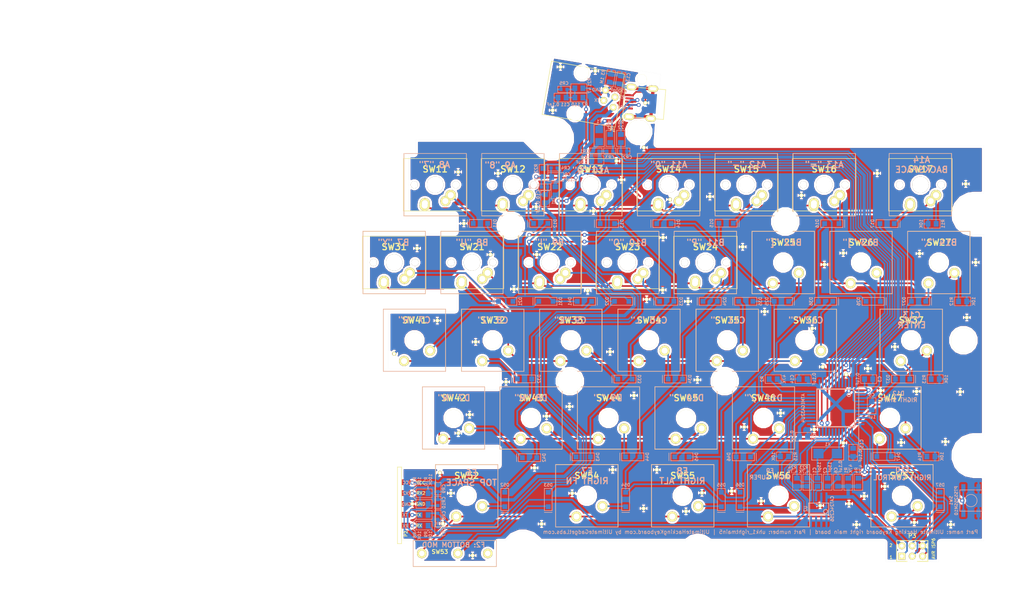
<source format=kicad_pcb>
(kicad_pcb (version 4) (host pcbnew 4.0.1-stable)
  (title_block (title "Ultimate Hacking Keyboard - Right Main Board") (rev 5) (company "Ultimate Gadget Laboratories Kft."))
  (layers (0 F.Cu signal) (31 B.Cu signal hide) (34 B.Paste user) (35 F.Paste user) (36 B.SilkS user hide) (37 F.SilkS user hide) (38 B.Mask user) (39 F.Mask user) (44 Edge.Cuts user))
  (net 0 "")
  (net 1 /COL1)
  (net 2 /COL2)
  (net 3 /COL3)
  (net 4 /COL4)
  (net 5 /COL5)
  (net 6 /COL6)
  (net 7 /COL7)
  (net 8 /D+)
  (net 9 /D+_WIRE)
  (net 10 /D-)
  (net 11 /D-_WIRE)
  (net 12 /HWB)
  (net 13 /MISO)
  (net 14 /MOSI)
  (net 15 /RESET)
  (net 16 /ROW1)
  (net 17 /ROW2)
  (net 18 /ROW3)
  (net 19 /ROW4)
  (net 20 /ROW5)
  (net 21 /RX)
  (net 22 /SCK)
  (net 23 /TX)
  (net 24 /UCAP)
  (net 25 /XTAL1)
  (net 26 /XTAL2)
  (net 27 GND)
  (net 28 GNDPWR)
  (net 29 VCC)
  (net 30 "Net-(D11-Pad2)")
  (net 31 "Net-(D12-Pad2)")
  (net 32 "Net-(D13-Pad2)")
  (net 33 "Net-(D14-Pad2)")
  (net 34 "Net-(D15-Pad2)")
  (net 35 "Net-(D16-Pad2)")
  (net 36 "Net-(D17-Pad2)")
  (net 37 "Net-(D21-Pad2)")
  (net 38 "Net-(D22-Pad2)")
  (net 39 "Net-(D23-Pad2)")
  (net 40 "Net-(D24-Pad2)")
  (net 41 "Net-(D25-Pad2)")
  (net 42 "Net-(D26-Pad2)")
  (net 43 "Net-(D27-Pad2)")
  (net 44 "Net-(D31-Pad2)")
  (net 45 "Net-(D32-Pad2)")
  (net 46 "Net-(D33-Pad2)")
  (net 47 "Net-(D34-Pad2)")
  (net 48 "Net-(D35-Pad2)")
  (net 49 "Net-(D36-Pad2)")
  (net 50 "Net-(D37-Pad2)")
  (net 51 "Net-(D41-Pad2)")
  (net 52 "Net-(D42-Pad2)")
  (net 53 "Net-(D43-Pad2)")
  (net 54 "Net-(D44-Pad2)")
  (net 55 "Net-(D45-Pad2)")
  (net 56 "Net-(D46-Pad2)")
  (net 57 "Net-(D47-Pad2)")
  (net 58 "Net-(D52-Pad2)")
  (net 59 "Net-(D53-Pad2)")
  (net 60 "Net-(D54-Pad2)")
  (net 61 "Net-(D55-Pad2)")
  (net 62 "Net-(D56-Pad2)")
  (net 63 "Net-(D57-Pad2)")
  (net 64 /VBUS)
  (net 65 "Net-(U1-Pad1)")
  (net 66 /SCL)
  (net 67 /SDA)
  (net 68 "Net-(U1-Pad22)")
  (net 69 "Net-(U1-Pad32)")
  (net 70 "Net-(U1-Pad42)")
  (net 71 "Net-(U1-Pad36)")
  (net 72 /TX_INT)
  (net 73 /VCC_INT)
  (net 74 /TX_SRC1)
  (net 75 /RX_SRC1)
  (net 76 /TX_SRC2)
  (net 77 /RX_SRC2)
  (net 78 /RX2)
  (net 79 /RX2_SRC)
  (net 80 "Net-(R4-Pad1)")
  (module UGL:SOD-123_Diode (layer B.Cu) (at 171.757 92.196)
    (fp_text reference D22 (at -3.556 0 270) (layer B.SilkS) (effects (font (size 0.75 0.75)) (justify mirror)))
    (fp_text value DIODE hide)
    (pad 1 smd rect (at -1.7633 0) (size 1.1644 1.2192) (layers B.Cu B.Paste B.Mask) (net 2 /COL2))
    (pad 2 smd rect (at 1.7633 0) (size 1.1644 1.2192) (layers B.Cu B.Paste B.Mask) (net 38 "Net-(D22-Pad2)"))
  )
  (module UGL:hole_6mm (layer F.Cu) (at 196.9 111.7)
    (fp_text reference "hole 6mm" hide)
    (fp_text value VAL** hide)
    (pad "" np_thru_hole circle (at 0 0) (size 6 6) (drill 6) (layers *.Cu *.Mask F.SilkS))
  )
  (module UGL:hole_6mm (layer F.Cu) (at 159.1 111.7)
    (fp_text reference "hole 6mm" hide)
    (fp_text value VAL** hide)
    (pad "" np_thru_hole circle (at 0 0) (size 6 6) (drill 6) (layers *.Cu *.Mask F.SilkS))
  )
  (module UGL:hole_6mm (layer F.Cu) (at 255.2 101.7)
    (fp_text reference "hole 6mm" hide)
    (fp_text value VAL** hide)
    (pad "" np_thru_hole circle (at 0 0) (size 6 6) (drill 6) (layers *.Cu *.Mask F.SilkS))
  )
  (module UGL:hole_6mm (layer F.Cu) (at 211.7 72.7)
    (fp_text reference "hole 6mm" hide)
    (fp_text value VAL** hide)
    (pad "" np_thru_hole circle (at 0 0) (size 6 6) (drill 6) (layers *.Cu *.Mask F.SilkS))
  )
  (module UGL:SOD-123_Diode (layer B.Cu) (at 137.2616 73.152 180)
    (fp_text reference D11 (at -3.556 0 450) (layer B.SilkS) (effects (font (size 0.75 0.75)) (justify mirror)))
    (fp_text value DIODE hide)
    (pad 1 smd rect (at -1.7633 0 180) (size 1.1644 1.2192) (layers B.Cu B.Paste B.Mask) (net 1 /COL1))
    (pad 2 smd rect (at 1.7633 0 180) (size 1.1644 1.2192) (layers B.Cu B.Paste B.Mask) (net 30 "Net-(D11-Pad2)"))
  )
  (module UGL:SOD-123_Diode (layer B.Cu) (at 151.9936 73.152 180)
    (fp_text reference D12 (at -3.556 0 450) (layer B.SilkS) (effects (font (size 0.75 0.75)) (justify mirror)))
    (fp_text value DIODE hide)
    (pad 1 smd rect (at -1.7633 0 180) (size 1.1644 1.2192) (layers B.Cu B.Paste B.Mask) (net 2 /COL2))
    (pad 2 smd rect (at 1.7633 0 180) (size 1.1644 1.2192) (layers B.Cu B.Paste B.Mask) (net 31 "Net-(D12-Pad2)"))
  )
  (module UGL:SOD-123_Diode (layer B.Cu) (at 168.257 73.196 180)
    (fp_text reference D13 (at -3.556 0 450) (layer B.SilkS) (effects (font (size 0.75 0.75)) (justify mirror)))
    (fp_text value DIODE hide)
    (pad 1 smd rect (at -1.7633 0 180) (size 1.1644 1.2192) (layers B.Cu B.Paste B.Mask) (net 3 /COL3))
    (pad 2 smd rect (at 1.7633 0 180) (size 1.1644 1.2192) (layers B.Cu B.Paste B.Mask) (net 32 "Net-(D13-Pad2)"))
  )
  (module UGL:SOD-123_Diode (layer B.Cu) (at 182.057 73.196 180)
    (fp_text reference D14 (at -3.556 0 450) (layer B.SilkS) (effects (font (size 0.75 0.75)) (justify mirror)))
    (fp_text value DIODE hide)
    (pad 1 smd rect (at -1.7633 0 180) (size 1.1644 1.2192) (layers B.Cu B.Paste B.Mask) (net 4 /COL4))
    (pad 2 smd rect (at 1.7633 0 180) (size 1.1644 1.2192) (layers B.Cu B.Paste B.Mask) (net 33 "Net-(D14-Pad2)"))
  )
  (module UGL:SOD-123_Diode (layer B.Cu) (at 197.257 73.096)
    (fp_text reference D15 (at -3.556 0 270) (layer B.SilkS) (effects (font (size 0.75 0.75)) (justify mirror)))
    (fp_text value DIODE hide)
    (pad 1 smd rect (at -1.7633 0) (size 1.1644 1.2192) (layers B.Cu B.Paste B.Mask) (net 5 /COL5))
    (pad 2 smd rect (at 1.7633 0) (size 1.1644 1.2192) (layers B.Cu B.Paste B.Mask) (net 34 "Net-(D15-Pad2)"))
  )
  (module UGL:SOD-123_Diode (layer B.Cu) (at 223.057 73.196)
    (fp_text reference D16 (at -3.556 0 270) (layer B.SilkS) (effects (font (size 0.75 0.75)) (justify mirror)))
    (fp_text value DIODE hide)
    (pad 1 smd rect (at -1.7633 0) (size 1.1644 1.2192) (layers B.Cu B.Paste B.Mask) (net 6 /COL6))
    (pad 2 smd rect (at 1.7633 0) (size 1.1644 1.2192) (layers B.Cu B.Paste B.Mask) (net 35 "Net-(D16-Pad2)"))
  )
  (module UGL:SOD-123_Diode (layer B.Cu) (at 236.557 73.196)
    (fp_text reference D17 (at -3.556 0 270) (layer B.SilkS) (effects (font (size 0.75 0.75)) (justify mirror)))
    (fp_text value DIODE hide)
    (pad 1 smd rect (at -1.7633 0) (size 1.1644 1.2192) (layers B.Cu B.Paste B.Mask) (net 7 /COL7))
    (pad 2 smd rect (at 1.7633 0) (size 1.1644 1.2192) (layers B.Cu B.Paste B.Mask) (net 36 "Net-(D17-Pad2)"))
  )
  (module UGL:SOD-123_Diode (layer B.Cu) (at 143.457 92.196 180)
    (fp_text reference D21 (at -3.556 0 450) (layer B.SilkS) (effects (font (size 0.75 0.75)) (justify mirror)))
    (fp_text value DIODE hide)
    (pad 1 smd rect (at -1.7633 0 180) (size 1.1644 1.2192) (layers B.Cu B.Paste B.Mask) (net 1 /COL1))
    (pad 2 smd rect (at 1.7633 0 180) (size 1.1644 1.2192) (layers B.Cu B.Paste B.Mask) (net 37 "Net-(D21-Pad2)"))
  )
  (module UGL:SOD-123_Diode (layer B.Cu) (at 182.757 92.196 180)
    (fp_text reference D23 (at -3.556 0 450) (layer B.SilkS) (effects (font (size 0.75 0.75)) (justify mirror)))
    (fp_text value DIODE hide)
    (pad 1 smd rect (at -1.7633 0 180) (size 1.1644 1.2192) (layers B.Cu B.Paste B.Mask) (net 3 /COL3))
    (pad 2 smd rect (at 1.7633 0 180) (size 1.1644 1.2192) (layers B.Cu B.Paste B.Mask) (net 39 "Net-(D23-Pad2)"))
  )
  (module UGL:SOD-123_Diode (layer B.Cu) (at 193.357 92.196 180)
    (fp_text reference D24 (at -3.556 0 450) (layer B.SilkS) (effects (font (size 0.75 0.75)) (justify mirror)))
    (fp_text value DIODE hide)
    (pad 1 smd rect (at -1.7633 0 180) (size 1.1644 1.2192) (layers B.Cu B.Paste B.Mask) (net 4 /COL4))
    (pad 2 smd rect (at 1.7633 0 180) (size 1.1644 1.2192) (layers B.Cu B.Paste B.Mask) (net 40 "Net-(D24-Pad2)"))
  )
  (module UGL:SOD-123_Diode (layer B.Cu) (at 210.757 92.196)
    (fp_text reference D25 (at -3.556 0 270) (layer B.SilkS) (effects (font (size 0.75 0.75)) (justify mirror)))
    (fp_text value DIODE hide)
    (pad 1 smd rect (at -1.7633 0) (size 1.1644 1.2192) (layers B.Cu B.Paste B.Mask) (net 5 /COL5))
    (pad 2 smd rect (at 1.7633 0) (size 1.1644 1.2192) (layers B.Cu B.Paste B.Mask) (net 41 "Net-(D25-Pad2)"))
  )
  (module UGL:SOD-123_Diode (layer B.Cu) (at 233.157 92.196)
    (fp_text reference D26 (at -3.556 0 270) (layer B.SilkS) (effects (font (size 0.75 0.75)) (justify mirror)))
    (fp_text value DIODE hide)
    (pad 1 smd rect (at -1.7633 0) (size 1.1644 1.2192) (layers B.Cu B.Paste B.Mask) (net 6 /COL6))
    (pad 2 smd rect (at 1.7633 0) (size 1.1644 1.2192) (layers B.Cu B.Paste B.Mask) (net 42 "Net-(D26-Pad2)"))
  )
  (module UGL:SOD-123_Diode (layer B.Cu) (at 244.257 92.196)
    (fp_text reference D27 (at -3.556 0 270) (layer B.SilkS) (effects (font (size 0.75 0.75)) (justify mirror)))
    (fp_text value DIODE hide)
    (pad 1 smd rect (at -1.7633 0) (size 1.1644 1.2192) (layers B.Cu B.Paste B.Mask) (net 7 /COL7))
    (pad 2 smd rect (at 1.7633 0) (size 1.1644 1.2192) (layers B.Cu B.Paste B.Mask) (net 43 "Net-(D27-Pad2)"))
  )
  (module UGL:SOD-123_Diode (layer B.Cu) (at 153.257 92.196 180)
    (fp_text reference D31 (at -3.556 0 450) (layer B.SilkS) (effects (font (size 0.75 0.75)) (justify mirror)))
    (fp_text value DIODE hide)
    (pad 1 smd rect (at -1.7633 0 180) (size 1.1644 1.2192) (layers B.Cu B.Paste B.Mask) (net 1 /COL1))
    (pad 2 smd rect (at 1.7633 0 180) (size 1.1644 1.2192) (layers B.Cu B.Paste B.Mask) (net 44 "Net-(D31-Pad2)"))
  )
  (module UGL:SOD-123_Diode (layer B.Cu) (at 148.0312 111.1504 180)
    (fp_text reference D32 (at -3.556 0 450) (layer B.SilkS) (effects (font (size 0.75 0.75)) (justify mirror)))
    (fp_text value DIODE hide)
    (pad 1 smd rect (at -1.7633 0 180) (size 1.1644 1.2192) (layers B.Cu B.Paste B.Mask) (net 2 /COL2))
    (pad 2 smd rect (at 1.7633 0 180) (size 1.1644 1.2192) (layers B.Cu B.Paste B.Mask) (net 45 "Net-(D32-Pad2)"))
  )
  (module UGL:SOD-123_Diode (layer B.Cu) (at 172.557 111.196 180)
    (fp_text reference D33 (at -3.556 0 450) (layer B.SilkS) (effects (font (size 0.75 0.75)) (justify mirror)))
    (fp_text value DIODE hide)
    (pad 1 smd rect (at -1.7633 0 180) (size 1.1644 1.2192) (layers B.Cu B.Paste B.Mask) (net 3 /COL3))
    (pad 2 smd rect (at 1.7633 0 180) (size 1.1644 1.2192) (layers B.Cu B.Paste B.Mask) (net 46 "Net-(D33-Pad2)"))
  )
  (module UGL:SOD-123_Diode (layer B.Cu) (at 184.857 111.196 180)
    (fp_text reference D34 (at -3.556 0 450) (layer B.SilkS) (effects (font (size 0.75 0.75)) (justify mirror)))
    (fp_text value DIODE hide)
    (pad 1 smd rect (at -1.7633 0 180) (size 1.1644 1.2192) (layers B.Cu B.Paste B.Mask) (net 4 /COL4))
    (pad 2 smd rect (at 1.7633 0 180) (size 1.1644 1.2192) (layers B.Cu B.Paste B.Mask) (net 47 "Net-(D34-Pad2)"))
  )
  (module UGL:SOD-123_Diode (layer B.Cu) (at 202.057 92.196 180)
    (fp_text reference D35 (at -3.556 0 450) (layer B.SilkS) (effects (font (size 0.75 0.75)) (justify mirror)))
    (fp_text value DIODE hide)
    (pad 1 smd rect (at -1.7633 0 180) (size 1.1644 1.2192) (layers B.Cu B.Paste B.Mask) (net 5 /COL5))
    (pad 2 smd rect (at 1.7633 0 180) (size 1.1644 1.2192) (layers B.Cu B.Paste B.Mask) (net 48 "Net-(D35-Pad2)"))
  )
  (module UGL:SOD-123_Diode (layer B.Cu) (at 221.557 92.196)
    (fp_text reference D36 (at -3.556 0 270) (layer B.SilkS) (effects (font (size 0.75 0.75)) (justify mirror)))
    (fp_text value DIODE hide)
    (pad 1 smd rect (at -1.7633 0) (size 1.1644 1.2192) (layers B.Cu B.Paste B.Mask) (net 6 /COL6))
    (pad 2 smd rect (at 1.7633 0) (size 1.1644 1.2192) (layers B.Cu B.Paste B.Mask) (net 49 "Net-(D36-Pad2)"))
  )
  (module UGL:SOD-123_Diode (layer B.Cu) (at 240.357 111.196)
    (fp_text reference D37 (at -3.556 0 270) (layer B.SilkS) (effects (font (size 0.75 0.75)) (justify mirror)))
    (fp_text value DIODE hide)
    (pad 1 smd rect (at -1.7633 0) (size 1.1644 1.2192) (layers B.Cu B.Paste B.Mask) (net 7 /COL7))
    (pad 2 smd rect (at 1.7633 0) (size 1.1644 1.2192) (layers B.Cu B.Paste B.Mask) (net 50 "Net-(D37-Pad2)"))
  )
  (module UGL:SOD-123_Diode (layer B.Cu) (at 162.657 92.196)
    (fp_text reference D41 (at -3.556 0 270) (layer B.SilkS) (effects (font (size 0.75 0.75)) (justify mirror)))
    (fp_text value DIODE hide)
    (pad 1 smd rect (at -1.7633 0) (size 1.1644 1.2192) (layers B.Cu B.Paste B.Mask) (net 1 /COL1))
    (pad 2 smd rect (at 1.7633 0) (size 1.1644 1.2192) (layers B.Cu B.Paste B.Mask) (net 51 "Net-(D41-Pad2)"))
  )
  (module UGL:SOD-123_Diode (layer B.Cu) (at 149.257 130.396 180)
    (fp_text reference D42 (at -3.556 0 450) (layer B.SilkS) (effects (font (size 0.75 0.75)) (justify mirror)))
    (fp_text value DIODE hide)
    (pad 1 smd rect (at -1.7633 0 180) (size 1.1644 1.2192) (layers B.Cu B.Paste B.Mask) (net 2 /COL2))
    (pad 2 smd rect (at 1.7633 0 180) (size 1.1644 1.2192) (layers B.Cu B.Paste B.Mask) (net 52 "Net-(D42-Pad2)"))
  )
  (module UGL:SOD-123_Diode (layer B.Cu) (at 162.357 130.196 180)
    (fp_text reference D43 (at -3.556 0 450) (layer B.SilkS) (effects (font (size 0.75 0.75)) (justify mirror)))
    (fp_text value DIODE hide)
    (pad 1 smd rect (at -1.7633 0 180) (size 1.1644 1.2192) (layers B.Cu B.Paste B.Mask) (net 3 /COL3))
    (pad 2 smd rect (at 1.7633 0 180) (size 1.1644 1.2192) (layers B.Cu B.Paste B.Mask) (net 53 "Net-(D43-Pad2)"))
  )
  (module UGL:SOD-123_Diode (layer B.Cu) (at 174.457 130.196 180)
    (fp_text reference D44 (at -3.556 0 450) (layer B.SilkS) (effects (font (size 0.75 0.75)) (justify mirror)))
    (fp_text value DIODE hide)
    (pad 1 smd rect (at -1.7633 0 180) (size 1.1644 1.2192) (layers B.Cu B.Paste B.Mask) (net 4 /COL4))
    (pad 2 smd rect (at 1.7633 0 180) (size 1.1644 1.2192) (layers B.Cu B.Paste B.Mask) (net 54 "Net-(D44-Pad2)"))
  )
  (module UGL:SOD-123_Diode (layer B.Cu) (at 186.457 130.196 180)
    (fp_text reference D45 (at -3.556 0 450) (layer B.SilkS) (effects (font (size 0.75 0.75)) (justify mirror)))
    (fp_text value DIODE hide)
    (pad 1 smd rect (at -1.7633 0 180) (size 1.1644 1.2192) (layers B.Cu B.Paste B.Mask) (net 5 /COL5))
    (pad 2 smd rect (at 1.7633 0 180) (size 1.1644 1.2192) (layers B.Cu B.Paste B.Mask) (net 55 "Net-(D45-Pad2)"))
  )
  (module UGL:SOD-123_Diode (layer B.Cu) (at 201.457 130.196)
    (fp_text reference D46 (at -3.556 0 270) (layer B.SilkS) (effects (font (size 0.75 0.75)) (justify mirror)))
    (fp_text value DIODE hide)
    (pad 1 smd rect (at -1.7633 0) (size 1.1644 1.2192) (layers B.Cu B.Paste B.Mask) (net 6 /COL6))
    (pad 2 smd rect (at 1.7633 0) (size 1.1644 1.2192) (layers B.Cu B.Paste B.Mask) (net 56 "Net-(D46-Pad2)"))
  )
  (module UGL:SOD-123_Diode (layer B.Cu) (at 235.803 130.1 180)
    (fp_text reference D47 (at -3.556 0 450) (layer B.SilkS) (effects (font (size 0.75 0.75)) (justify mirror)))
    (fp_text value DIODE hide)
    (pad 1 smd rect (at -1.7633 0 180) (size 1.1644 1.2192) (layers B.Cu B.Paste B.Mask) (net 7 /COL7))
    (pad 2 smd rect (at 1.7633 0 180) (size 1.1644 1.2192) (layers B.Cu B.Paste B.Mask) (net 57 "Net-(D47-Pad2)"))
  )
  (module UGL:SOD-123_Diode (layer B.Cu) (at 143.203 140.6 270)
    (fp_text reference D52 (at -3.556 0 540) (layer B.SilkS) (effects (font (size 0.75 0.75)) (justify mirror)))
    (fp_text value DIODE hide)
    (pad 1 smd rect (at -1.7633 0 270) (size 1.1644 1.2192) (layers B.Cu B.Paste B.Mask) (net 2 /COL2))
    (pad 2 smd rect (at 1.7633 0 270) (size 1.1644 1.2192) (layers B.Cu B.Paste B.Mask) (net 58 "Net-(D52-Pad2)"))
  )
  (module UGL:SOD-123_Diode (layer B.Cu) (at 153.8224 140.6144 270)
    (fp_text reference D53 (at -3.556 0 540) (layer B.SilkS) (effects (font (size 0.75 0.75)) (justify mirror)))
    (fp_text value DIODE hide)
    (pad 1 smd rect (at -1.7633 0 270) (size 1.1644 1.2192) (layers B.Cu B.Paste B.Mask) (net 3 /COL3))
    (pad 2 smd rect (at 1.7633 0 270) (size 1.1644 1.2192) (layers B.Cu B.Paste B.Mask) (net 59 "Net-(D53-Pad2)"))
  )
  (module UGL:SOD-123_Diode (layer B.Cu) (at 172.72 140.6144 270)
    (fp_text reference D54 (at -3.556 0 540) (layer B.SilkS) (effects (font (size 0.75 0.75)) (justify mirror)))
    (fp_text value DIODE hide)
    (pad 1 smd rect (at -1.7633 0 270) (size 1.1644 1.2192) (layers B.Cu B.Paste B.Mask) (net 4 /COL4))
    (pad 2 smd rect (at 1.7633 0 270) (size 1.1644 1.2192) (layers B.Cu B.Paste B.Mask) (net 60 "Net-(D54-Pad2)"))
  )
  (module UGL:SOD-123_Diode (layer B.Cu) (at 196.088 140.6144 270)
    (fp_text reference D55 (at -3.556 0 540) (layer B.SilkS) (effects (font (size 0.75 0.75)) (justify mirror)))
    (fp_text value DIODE hide)
    (pad 1 smd rect (at -1.7633 0 270) (size 1.1644 1.2192) (layers B.Cu B.Paste B.Mask) (net 5 /COL5))
    (pad 2 smd rect (at 1.7633 0 270) (size 1.1644 1.2192) (layers B.Cu B.Paste B.Mask) (net 61 "Net-(D55-Pad2)"))
  )
  (module UGL:SOD-123_Diode (layer B.Cu) (at 200.66 140.589 270)
    (fp_text reference D56 (at -3.556 0 540) (layer B.SilkS) (effects (font (size 0.75 0.75)) (justify mirror)))
    (fp_text value DIODE hide)
    (pad 1 smd rect (at -1.7633 0 270) (size 1.1644 1.2192) (layers B.Cu B.Paste B.Mask) (net 6 /COL6))
    (pad 2 smd rect (at 1.7633 0 270) (size 1.1644 1.2192) (layers B.Cu B.Paste B.Mask) (net 62 "Net-(D56-Pad2)"))
  )
  (module UGL:SOD-123_Diode (layer B.Cu) (at 249.5296 140.6144 270)
    (fp_text reference D57 (at -3.556 0 540) (layer B.SilkS) (effects (font (size 0.75 0.75)) (justify mirror)))
    (fp_text value DIODE hide)
    (pad 1 smd rect (at -1.7633 0 270) (size 1.1644 1.2192) (layers B.Cu B.Paste B.Mask) (net 7 /COL7))
    (pad 2 smd rect (at 1.7633 0 270) (size 1.1644 1.2192) (layers B.Cu B.Paste B.Mask) (net 63 "Net-(D57-Pad2)"))
  )
  (module UGL:via_38_22mil (layer F.Cu) (at 152.203 146.6)
    (fp_text reference "via 38/22mil" hide)
    (fp_text value VAL** hide)
    (pad "" thru_hole circle (at 0 0) (size 0.9652 0.9652) (drill 0.5588) (layers *.Cu *.Mask F.SilkS) (net 27 GND))
  )
  (module UGL:via_38_22mil (layer F.Cu) (at 234.957 113.996)
    (fp_text reference "via 38/22mil" hide)
    (fp_text value VAL** hide)
    (pad "" thru_hole circle (at 0 0) (size 0.9652 0.9652) (drill 0.5588) (layers *.Cu *.Mask F.SilkS) (net 27 GND))
  )
  (module UGL:via_38_22mil (layer F.Cu) (at 243.203 146.2)
    (fp_text reference "via 38/22mil" hide)
    (fp_text value VAL** hide)
    (pad "" thru_hole circle (at 0 0) (size 0.9652 0.9652) (drill 0.5588) (layers *.Cu *.Mask F.SilkS) (net 27 GND))
  )
  (module UGL:via_38_22mil (layer F.Cu) (at 227.253 141.65)
    (fp_text reference "via 38/22mil" hide)
    (fp_text value VAL** hide)
    (pad "" thru_hole circle (at 0 0) (size 0.9652 0.9652) (drill 0.5588) (layers *.Cu *.Mask F.SilkS) (net 27 GND))
  )
  (module UGL:via_38_22mil (layer F.Cu) (at 230.957 139.796)
    (fp_text reference "via 38/22mil" hide)
    (fp_text value VAL** hide)
    (pad "" thru_hole circle (at 0 0) (size 0.9652 0.9652) (drill 0.5588) (layers *.Cu *.Mask F.SilkS) (net 27 GND))
  )
  (module UGL:via_38_22mil (layer F.Cu) (at 145.457 89.196)
    (fp_text reference "via 38/22mil" hide)
    (fp_text value VAL** hide)
    (pad "" thru_hole circle (at 0 0) (size 0.9652 0.9652) (drill 0.5588) (layers *.Cu *.Mask F.SilkS) (net 27 GND))
  )
  (module UGL:via_38_22mil (layer F.Cu) (at 163.457 89.596)
    (fp_text reference "via 38/22mil" hide)
    (fp_text value VAL** hide)
    (pad "" thru_hole circle (at 0 0) (size 0.9652 0.9652) (drill 0.5588) (layers *.Cu *.Mask F.SilkS) (net 27 GND))
  )
  (module UGL:via_38_22mil (layer F.Cu) (at 220.853 108.204)
    (fp_text reference "via 38/22mil" hide)
    (fp_text value VAL** hide)
    (pad "" thru_hole circle (at 0 0) (size 0.9652 0.9652) (drill 0.5588) (layers *.Cu *.Mask F.SilkS) (net 27 GND))
  )
  (module UGL:via_38_22mil (layer F.Cu) (at 218.757 123.496)
    (fp_text reference "via 38/22mil" hide)
    (fp_text value VAL** hide)
    (pad "" thru_hole circle (at 0 0) (size 0.9652 0.9652) (drill 0.5588) (layers *.Cu *.Mask F.SilkS) (net 27 GND))
  )
  (module UGL:via_38_22mil (layer F.Cu) (at 177.165 54.61)
    (fp_text reference "via 38/22mil" hide)
    (fp_text value VAL** hide)
    (pad "" thru_hole circle (at 0 0) (size 0.9652 0.9652) (drill 0.5588) (layers *.Cu *.Mask F.SilkS) (net 27 GND))
  )
  (module UGL:via_38_22mil (layer F.Cu) (at 220.218 142.113)
    (fp_text reference "via 38/22mil" hide)
    (fp_text value VAL** hide)
    (pad "" thru_hole circle (at 0 0) (size 0.9652 0.9652) (drill 0.5588) (layers *.Cu *.Mask F.SilkS) (net 27 GND))
  )
  (module UGL:via_38_22mil (layer F.Cu) (at 205.803 141)
    (fp_text reference "via 38/22mil" hide)
    (fp_text value VAL** hide)
    (pad "" thru_hole circle (at 0 0) (size 0.9652 0.9652) (drill 0.5588) (layers *.Cu *.Mask F.SilkS) (net 27 GND))
  )
  (module UGL:via_38_22mil (layer F.Cu) (at 226.568 110.109)
    (fp_text reference "via 38/22mil" hide)
    (fp_text value VAL** hide)
    (pad "" thru_hole circle (at 0 0) (size 0.9652 0.9652) (drill 0.5588) (layers *.Cu *.Mask F.SilkS) (net 27 GND))
  )
  (module UGL:via_38_22mil (layer F.Cu) (at 141.557 60.896)
    (fp_text reference "via 38/22mil" hide)
    (fp_text value VAL** hide)
    (pad "" thru_hole circle (at 0 0) (size 0.9652 0.9652) (drill 0.5588) (layers *.Cu *.Mask F.SilkS) (net 27 GND))
  )
  (module UGL:via_38_22mil (layer F.Cu) (at 154.903 45.5)
    (fp_text reference "via 38/22mil" hide)
    (fp_text value VAL** hide)
    (pad "" thru_hole circle (at 0 0) (size 0.9652 0.9652) (drill 0.5588) (layers *.Cu *.Mask F.SilkS) (net 27 GND))
  )
  (module UGL:via_38_22mil (layer F.Cu) (at 170.457 57.896)
    (fp_text reference "via 38/22mil" hide)
    (fp_text value VAL** hide)
    (pad "" thru_hole circle (at 0 0) (size 0.9652 0.9652) (drill 0.5588) (layers *.Cu *.Mask F.SilkS) (net 27 GND))
  )
  (module UGL:via_38_22mil (layer F.Cu) (at 171.704 62.484)
    (fp_text reference "via 38/22mil" hide)
    (fp_text value VAL** hide)
    (pad "" thru_hole circle (at 0 0) (size 0.9652 0.9652) (drill 0.5588) (layers *.Cu *.Mask F.SilkS) (net 27 GND))
  )
  (module UGL:via_38_22mil (layer F.Cu) (at 133.223 73.152)
    (fp_text reference "via 38/22mil" hide)
    (fp_text value VAL** hide)
    (pad "" thru_hole circle (at 0 0) (size 0.9652 0.9652) (drill 0.5588) (layers *.Cu *.Mask F.SilkS) (net 27 GND))
  )
  (module UGL:via_38_22mil (layer F.Cu) (at 183.557 67.296)
    (fp_text reference "via 38/22mil" hide)
    (fp_text value VAL** hide)
    (pad "" thru_hole circle (at 0 0) (size 0.9652 0.9652) (drill 0.5588) (layers *.Cu *.Mask F.SilkS) (net 27 GND))
  )
  (module UGL:via_38_22mil (layer F.Cu) (at 240.003 126.7)
    (fp_text reference "via 38/22mil" hide)
    (fp_text value VAL** hide)
    (pad "" thru_hole circle (at 0 0) (size 0.9652 0.9652) (drill 0.5588) (layers *.Cu *.Mask F.SilkS) (net 27 GND))
  )
  (module UGL:via_38_22mil (layer F.Cu) (at 215.646 66.294)
    (fp_text reference "via 38/22mil" hide)
    (fp_text value VAL** hide)
    (pad "" thru_hole circle (at 0 0) (size 0.9652 0.9652) (drill 0.5588) (layers *.Cu *.Mask F.SilkS) (net 27 GND))
  )
  (module UGL:via_38_22mil (layer F.Cu) (at 181.857 76.596)
    (fp_text reference "via 38/22mil" hide)
    (fp_text value VAL** hide)
    (pad "" thru_hole circle (at 0 0) (size 0.9652 0.9652) (drill 0.5588) (layers *.Cu *.Mask F.SilkS) (net 27 GND))
  )
  (module UGL:via_38_22mil (layer F.Cu) (at 164.846 70.104)
    (fp_text reference "via 38/22mil" hide)
    (fp_text value VAL** hide)
    (pad "" thru_hole circle (at 0 0) (size 0.9652 0.9652) (drill 0.5588) (layers *.Cu *.Mask F.SilkS) (net 27 GND))
  )
  (module UGL:via_38_22mil (layer F.Cu) (at 131.826 60.579)
    (fp_text reference "via 38/22mil" hide)
    (fp_text value VAL** hide)
    (pad "" thru_hole circle (at 0 0) (size 0.9652 0.9652) (drill 0.5588) (layers *.Cu *.Mask F.SilkS) (net 27 GND))
  )
  (module UGL:via_38_22mil (layer F.Cu) (at 126.746 96.901)
    (fp_text reference "via 38/22mil" hide)
    (fp_text value VAL** hide)
    (pad "" thru_hole circle (at 0 0) (size 0.9652 0.9652) (drill 0.5588) (layers *.Cu *.Mask F.SilkS) (net 27 GND))
  )
  (module UGL:via_38_22mil (layer F.Cu) (at 252.103 146.75)
    (fp_text reference "via 38/22mil" hide)
    (fp_text value VAL** hide)
    (pad "" thru_hole circle (at 0 0) (size 0.9652 0.9652) (drill 0.5588) (layers *.Cu *.Mask F.SilkS) (net 27 GND))
  )
  (module UGL:via_38_22mil (layer F.Cu) (at 229.0826 146.7612)
    (fp_text reference "via 38/22mil" hide)
    (fp_text value VAL** hide)
    (pad "" thru_hole circle (at 0 0) (size 0.9652 0.9652) (drill 0.5588) (layers *.Cu *.Mask F.SilkS) (net 27 GND))
  )
  (module UGL:via_38_22mil (layer F.Cu) (at 187.457 143.496)
    (fp_text reference "via 38/22mil" hide)
    (fp_text value VAL** hide)
    (pad "" thru_hole circle (at 0 0) (size 0.9652 0.9652) (drill 0.5588) (layers *.Cu *.Mask F.SilkS) (net 27 GND))
  )
  (module UGL:via_38_22mil (layer F.Cu) (at 177.103 142.8)
    (fp_text reference "via 38/22mil" hide)
    (fp_text value VAL** hide)
    (pad "" thru_hole circle (at 0 0) (size 0.9652 0.9652) (drill 0.5588) (layers *.Cu *.Mask F.SilkS) (net 27 GND))
  )
  (module UGL:via_38_22mil (layer F.Cu) (at 250.803 126.5)
    (fp_text reference "via 38/22mil" hide)
    (fp_text value VAL** hide)
    (pad "" thru_hole circle (at 0 0) (size 0.9652 0.9652) (drill 0.5588) (layers *.Cu *.Mask F.SilkS) (net 27 GND))
  )
  (module UGL:via_38_22mil (layer F.Cu) (at 254.4 114.3)
    (fp_text reference "via 38/22mil" hide)
    (fp_text value VAL** hide)
    (pad "" thru_hole circle (at 0 0) (size 0.9652 0.9652) (drill 0.5588) (layers *.Cu *.Mask F.SilkS) (net 27 GND))
  )
  (module UGL:via_38_22mil (layer F.Cu) (at 256.032 96.139)
    (fp_text reference "via 38/22mil" hide)
    (fp_text value VAL** hide)
    (pad "" thru_hole circle (at 0 0) (size 0.9652 0.9652) (drill 0.5588) (layers *.Cu *.Mask F.SilkS) (net 27 GND))
  )
  (module UGL:via_38_22mil (layer F.Cu) (at 258.191 82.677)
    (fp_text reference "via 38/22mil" hide)
    (fp_text value VAL** hide)
    (pad "" thru_hole circle (at 0 0) (size 0.9652 0.9652) (drill 0.5588) (layers *.Cu *.Mask F.SilkS) (net 27 GND))
  )
  (module UGL:via_38_22mil (layer F.Cu) (at 255.778 63.5)
    (fp_text reference "via 38/22mil" hide)
    (fp_text value VAL** hide)
    (pad "" thru_hole circle (at 0 0) (size 0.9652 0.9652) (drill 0.5588) (layers *.Cu *.Mask F.SilkS) (net 27 GND))
  )
  (module UGL:via_38_22mil (layer F.Cu) (at 234.146 60.898)
    (fp_text reference "via 38/22mil" hide)
    (fp_text value VAL** hide)
    (pad "" thru_hole circle (at 0 0) (size 0.9652 0.9652) (drill 0.5588) (layers *.Cu *.Mask F.SilkS) (net 27 GND))
  )
  (module UGL:via_38_22mil (layer F.Cu) (at 244.475 80.518)
    (fp_text reference "via 38/22mil" hide)
    (fp_text value VAL** hide)
    (pad "" thru_hole circle (at 0 0) (size 0.9652 0.9652) (drill 0.5588) (layers *.Cu *.Mask F.SilkS) (net 27 GND))
  )
  (module UGL:via_38_22mil (layer F.Cu) (at 238.457 103.296)
    (fp_text reference "via 38/22mil" hide)
    (fp_text value VAL** hide)
    (pad "" thru_hole circle (at 0 0) (size 0.9652 0.9652) (drill 0.5588) (layers *.Cu *.Mask F.SilkS) (net 27 GND))
  )
  (module UGL:via_38_22mil (layer F.Cu) (at 243.757 114.196)
    (fp_text reference "via 38/22mil" hide)
    (fp_text value VAL** hide)
    (pad "" thru_hole circle (at 0 0) (size 0.9652 0.9652) (drill 0.5588) (layers *.Cu *.Mask F.SilkS) (net 27 GND))
  )
  (module UGL:via_38_22mil (layer F.Cu) (at 225.857 126.796)
    (fp_text reference "via 38/22mil" hide)
    (fp_text value VAL** hide)
    (pad "" thru_hole circle (at 0 0) (size 0.9652 0.9652) (drill 0.5588) (layers *.Cu *.Mask F.SilkS) (net 27 GND))
  )
  (module UGL:via_38_22mil (layer F.Cu) (at 221.257 83.196)
    (fp_text reference "via 38/22mil" hide)
    (fp_text value VAL** hide)
    (pad "" thru_hole circle (at 0 0) (size 0.9652 0.9652) (drill 0.5588) (layers *.Cu *.Mask F.SilkS) (net 27 GND))
  )
  (module UGL:via_38_22mil (layer F.Cu) (at 225.857 80.396)
    (fp_text reference "via 38/22mil" hide)
    (fp_text value VAL** hide)
    (pad "" thru_hole circle (at 0 0) (size 0.9652 0.9652) (drill 0.5588) (layers *.Cu *.Mask F.SilkS) (net 27 GND))
  )
  (module UGL:via_38_22mil (layer F.Cu) (at 218.257 98.796)
    (fp_text reference "via 38/22mil" hide)
    (fp_text value VAL** hide)
    (pad "" thru_hole circle (at 0 0) (size 0.9652 0.9652) (drill 0.5588) (layers *.Cu *.Mask F.SilkS) (net 27 GND))
  )
  (module UGL:via_38_22mil (layer F.Cu) (at 201.657 122.896)
    (fp_text reference "via 38/22mil" hide)
    (fp_text value VAL** hide)
    (pad "" thru_hole circle (at 0 0) (size 0.9652 0.9652) (drill 0.5588) (layers *.Cu *.Mask F.SilkS) (net 27 GND))
  )
  (module UGL:via_38_22mil (layer F.Cu) (at 191.357 138.996)
    (fp_text reference "via 38/22mil" hide)
    (fp_text value VAL** hide)
    (pad "" thru_hole circle (at 0 0) (size 0.9652 0.9652) (drill 0.5588) (layers *.Cu *.Mask F.SilkS) (net 27 GND))
  )
  (module UGL:via_38_22mil (layer F.Cu) (at 121.793 79.248)
    (fp_text reference "via 38/22mil" hide)
    (fp_text value VAL** hide)
    (pad "" thru_hole circle (at 0 0) (size 0.9652 0.9652) (drill 0.5588) (layers *.Cu *.Mask F.SilkS) (net 27 GND))
  )
  (module UGL:via_38_22mil (layer F.Cu) (at 193.3 66.6)
    (fp_text reference "via 38/22mil" hide)
    (fp_text value VAL** hide)
    (pad "" thru_hole circle (at 0 0) (size 0.9652 0.9652) (drill 0.5588) (layers *.Cu *.Mask F.SilkS) (net 27 GND))
  )
  (module UGL:via_38_22mil (layer F.Cu) (at 201.295 78.867)
    (fp_text reference "via 38/22mil" hide)
    (fp_text value VAL** hide)
    (pad "" thru_hole circle (at 0 0) (size 0.9652 0.9652) (drill 0.5588) (layers *.Cu *.Mask F.SilkS) (net 27 GND))
  )
  (module UGL:via_38_22mil (layer F.Cu) (at 206.657 94.696)
    (fp_text reference "via 38/22mil" hide)
    (fp_text value VAL** hide)
    (pad "" thru_hole circle (at 0 0) (size 0.9652 0.9652) (drill 0.5588) (layers *.Cu *.Mask F.SilkS) (net 27 GND))
  )
  (module UGL:via_38_22mil (layer F.Cu) (at 190.246 111.379)
    (fp_text reference "via 38/22mil" hide)
    (fp_text value VAL** hide)
    (pad "" thru_hole circle (at 0 0) (size 0.9652 0.9652) (drill 0.5588) (layers *.Cu *.Mask F.SilkS) (net 27 GND))
  )
  (module UGL:via_38_22mil (layer F.Cu) (at 180.34 133.35)
    (fp_text reference "via 38/22mil" hide)
    (fp_text value VAL** hide)
    (pad "" thru_hole circle (at 0 0) (size 0.9652 0.9652) (drill 0.5588) (layers *.Cu *.Mask F.SilkS) (net 27 GND))
  )
  (module UGL:via_38_22mil (layer F.Cu) (at 143.51 111.887)
    (fp_text reference "via 38/22mil" hide)
    (fp_text value VAL** hide)
    (pad "" thru_hole circle (at 0 0) (size 0.9652 0.9652) (drill 0.5588) (layers *.Cu *.Mask F.SilkS) (net 27 GND))
  )
  (module UGL:via_38_22mil (layer F.Cu) (at 187.96 92.202)
    (fp_text reference "via 38/22mil" hide)
    (fp_text value VAL** hide)
    (pad "" thru_hole circle (at 0 0) (size 0.9652 0.9652) (drill 0.5588) (layers *.Cu *.Mask F.SilkS) (net 27 GND))
  )
  (module UGL:via_38_22mil (layer F.Cu) (at 174.752 115.189)
    (fp_text reference "via 38/22mil" hide)
    (fp_text value VAL** hide)
    (pad "" thru_hole circle (at 0 0) (size 0.9652 0.9652) (drill 0.5588) (layers *.Cu *.Mask F.SilkS) (net 27 GND))
  )
  (module UGL:via_38_22mil (layer F.Cu) (at 169.545 133.35)
    (fp_text reference "via 38/22mil" hide)
    (fp_text value VAL** hide)
    (pad "" thru_hole circle (at 0 0) (size 0.9652 0.9652) (drill 0.5588) (layers *.Cu *.Mask F.SilkS) (net 27 GND))
  )
  (module UGL:via_38_22mil (layer F.Cu) (at 159.657 139.096)
    (fp_text reference "via 38/22mil" hide)
    (fp_text value VAL** hide)
    (pad "" thru_hole circle (at 0 0) (size 0.9652 0.9652) (drill 0.5588) (layers *.Cu *.Mask F.SilkS) (net 27 GND))
  )
  (module UGL:via_38_22mil (layer F.Cu) (at 120.603 141.7)
    (fp_text reference "via 38/22mil" hide)
    (fp_text value VAL** hide)
    (pad "" thru_hole circle (at 0 0) (size 0.9652 0.9652) (drill 0.5588) (layers *.Cu *.Mask F.SilkS) (net 27 GND))
  )
  (module UGL:via_38_22mil (layer F.Cu) (at 135.357 154.296)
    (fp_text reference "via 38/22mil" hide)
    (fp_text value VAL** hide)
    (pad "" thru_hole circle (at 0 0) (size 0.9652 0.9652) (drill 0.5588) (layers *.Cu *.Mask F.SilkS) (net 27 GND))
  )
  (module UGL:via_38_22mil (layer F.Cu) (at 130.048 139.065)
    (fp_text reference "via 38/22mil" hide)
    (fp_text value VAL** hide)
    (pad "" thru_hole circle (at 0 0) (size 0.9652 0.9652) (drill 0.5588) (layers *.Cu *.Mask F.SilkS) (net 27 GND))
  )
  (module UGL:via_38_22mil (layer F.Cu) (at 236.003 137.4)
    (fp_text reference "via 38/22mil" hide)
    (fp_text value VAL** hide)
    (pad "" thru_hole circle (at 0 0) (size 0.9652 0.9652) (drill 0.5588) (layers *.Cu *.Mask F.SilkS) (net 27 GND))
  )
  (module UGL:via_38_22mil (layer F.Cu) (at 127.357 134.096)
    (fp_text reference "via 38/22mil" hide)
    (fp_text value VAL** hide)
    (pad "" thru_hole circle (at 0 0) (size 0.9652 0.9652) (drill 0.5588) (layers *.Cu *.Mask F.SilkS) (net 27 GND))
  )
  (module UGL:via_38_22mil (layer F.Cu) (at 131.857 124.396)
    (fp_text reference "via 38/22mil" hide)
    (fp_text value VAL** hide)
    (pad "" thru_hole circle (at 0 0) (size 0.9652 0.9652) (drill 0.5588) (layers *.Cu *.Mask F.SilkS) (net 27 GND))
  )
  (module UGL:via_38_22mil (layer F.Cu) (at 150.4696 132.8928)
    (fp_text reference "via 38/22mil" hide)
    (fp_text value VAL** hide)
    (pad "" thru_hole circle (at 0 0) (size 0.9652 0.9652) (drill 0.5588) (layers *.Cu *.Mask F.SilkS) (net 27 GND))
  )
  (module UGL:via_38_22mil (layer F.Cu) (at 134.62 119.888)
    (fp_text reference "via 38/22mil" hide)
    (fp_text value VAL** hide)
    (pad "" thru_hole circle (at 0 0) (size 0.9652 0.9652) (drill 0.5588) (layers *.Cu *.Mask F.SilkS) (net 27 GND))
  )
  (module UGL:via_38_22mil (layer F.Cu) (at 159 117.9)
    (fp_text reference "via 38/22mil" hide)
    (fp_text value VAL** hide)
    (pad "" thru_hole circle (at 0 0) (size 0.9652 0.9652) (drill 0.5588) (layers *.Cu *.Mask F.SilkS) (net 27 GND))
  )
  (module UGL:via_38_22mil (layer F.Cu) (at 168.91 104.521)
    (fp_text reference "via 38/22mil" hide)
    (fp_text value VAL** hide)
    (pad "" thru_hole circle (at 0 0) (size 0.9652 0.9652) (drill 0.5588) (layers *.Cu *.Mask F.SilkS) (net 27 GND))
  )
  (module UGL:via_38_22mil (layer F.Cu) (at 151.003 80.772)
    (fp_text reference "via 38/22mil" hide)
    (fp_text value VAL** hide)
    (pad "" thru_hole circle (at 0 0) (size 0.9652 0.9652) (drill 0.5588) (layers *.Cu *.Mask F.SilkS) (net 27 GND))
  )
  (module UGL:via_38_22mil (layer F.Cu) (at 181.7624 89.408)
    (fp_text reference "via 38/22mil" hide)
    (fp_text value VAL** hide)
    (pad "" thru_hole circle (at 0 0) (size 0.9652 0.9652) (drill 0.5588) (layers *.Cu *.Mask F.SilkS) (net 27 GND))
  )
  (module UGL:via_38_22mil (layer F.Cu) (at 177.857 91.696)
    (fp_text reference "via 38/22mil" hide)
    (fp_text value VAL** hide)
    (pad "" thru_hole circle (at 0 0) (size 0.9652 0.9652) (drill 0.5588) (layers *.Cu *.Mask F.SilkS) (net 27 GND))
  )
  (module UGL:via_38_22mil (layer F.Cu) (at 128.0922 146.5072)
    (fp_text reference "via 38/22mil" hide)
    (fp_text value VAL** hide)
    (pad "" thru_hole circle (at 0 0) (size 0.9652 0.9652) (drill 0.5588) (layers *.Cu *.Mask F.SilkS) (net 27 GND))
  )
  (module UGL:via_38_22mil (layer F.Cu) (at 136.1 102.1)
    (fp_text reference "via 38/22mil" hide)
    (fp_text value VAL** hide)
    (pad "" thru_hole circle (at 0 0) (size 0.9652 0.9652) (drill 0.5588) (layers *.Cu *.Mask F.SilkS) (net 27 GND))
  )
  (module UGL:via_38_22mil (layer F.Cu) (at 139.7 80.772)
    (fp_text reference "via 38/22mil" hide)
    (fp_text value VAL** hide)
    (pad "" thru_hole circle (at 0 0) (size 0.9652 0.9652) (drill 0.5588) (layers *.Cu *.Mask F.SilkS) (net 27 GND))
  )
  (module UGL:via_38_22mil (layer F.Cu) (at 210.557 119.496)
    (fp_text reference "via 38/22mil" hide)
    (fp_text value VAL** hide)
    (pad "" thru_hole circle (at 0 0) (size 0.9652 0.9652) (drill 0.5588) (layers *.Cu *.Mask F.SilkS) (net 27 GND))
  )
  (module UGL:via_38_22mil (layer F.Cu) (at 156.803 34.9)
    (fp_text reference "via 38/22mil" hide)
    (fp_text value VAL** hide)
    (pad "" thru_hole circle (at 0 0) (size 0.9652 0.9652) (drill 0.5588) (layers *.Cu *.Mask F.SilkS) (net 27 GND))
  )
  (module UGL:via_38_22mil (layer F.Cu) (at 165.3 35.9)
    (fp_text reference "via 38/22mil" hide)
    (fp_text value VAL** hide)
    (pad "" thru_hole circle (at 0 0) (size 0.9652 0.9652) (drill 0.5588) (layers *.Cu *.Mask F.SilkS) (net 27 GND))
  )
  (module UGL:via_38_22mil (layer F.Cu) (at 231.857 108.596)
    (fp_text reference "via 38/22mil" hide)
    (fp_text value VAL** hide)
    (pad "" thru_hole circle (at 0 0) (size 0.9652 0.9652) (drill 0.5588) (layers *.Cu *.Mask F.SilkS) (net 27 GND))
  )
  (module UGL:via_38_22mil (layer F.Cu) (at 177.546 43.688)
    (fp_text reference "via 38/22mil" hide)
    (fp_text value VAL** hide)
    (pad "" thru_hole circle (at 0 0) (size 0.9652 0.9652) (drill 0.5588) (layers *.Cu *.Mask F.SilkS) (net 27 GND))
  )
  (module UGL:via_38_22mil (layer F.Cu) (at 116.2 105)
    (fp_text reference "via 38/22mil" hide)
    (fp_text value VAL** hide)
    (pad "" thru_hole circle (at 0 0) (size 0.9652 0.9652) (drill 0.5588) (layers *.Cu *.Mask F.SilkS) (net 27 GND))
  )
  (module UGL:via_38_22mil (layer F.Cu) (at 198.628 138.557)
    (fp_text reference "via 38/22mil" hide)
    (fp_text value VAL** hide)
    (pad "" thru_hole circle (at 0 0) (size 0.9652 0.9652) (drill 0.5588) (layers *.Cu *.Mask F.SilkS) (net 27 GND))
  )
  (module UGL:EEPROM-SOIC8 (layer B.Cu) (at 219.857 142.896 90)
    (fp_text reference U2 (at 0 -3.2 90) (layer B.SilkS) (effects (font (size 0.75 0.75)) (justify mirror)))
    (fp_text value CAT24C256 (at 0 3.3 90) (layer B.SilkS) (effects (font (size 0.75 0.75)) (justify mirror)))
    (pad 1 smd rect (at -2.9 1.905 90) (size 2.2 0.51) (layers B.Cu B.Paste B.Mask) (net 27 GND))
    (pad 2 smd rect (at -2.9 0.635 90) (size 2.2 0.51) (layers B.Cu B.Paste B.Mask) (net 27 GND))
    (pad 3 smd rect (at -2.9 -0.635 90) (size 2.2 0.51) (layers B.Cu B.Paste B.Mask) (net 27 GND))
    (pad 4 smd rect (at -2.9 -1.905 90) (size 2.2 0.51) (layers B.Cu B.Paste B.Mask) (net 27 GND))
    (pad 5 smd rect (at 2.9 -1.905 90) (size 2.2 0.51) (layers B.Cu B.Paste B.Mask) (net 67 /SDA))
    (pad 6 smd rect (at 2.9 -0.635 90) (size 2.2 0.51) (layers B.Cu B.Paste B.Mask) (net 66 /SCL))
    (pad 7 smd rect (at 2.9 0.635 90) (size 2.2 0.51) (layers B.Cu B.Paste B.Mask) (net 27 GND))
    (pad 8 smd rect (at 2.9 1.905 90) (size 2.2 0.51) (layers B.Cu B.Paste B.Mask) (net 29 VCC))
  )
  (module UGL:ATMEGA_TQFP44 (layer B.Cu) (at 224.028 118.237 180)
    (fp_text reference U1 (at -0.029 7.941 180) (layer B.SilkS) (effects (font (size 0.75 0.75)) (justify mirror)))
    (fp_text value ATMEGA32U4 (at 7.971 -0.059 270) (layer B.SilkS) (effects (font (size 0.75 0.75)) (justify mirror)))
    (pad 39 smd rect (at 0 6 180) (size 0.4064 2) (layers B.Cu B.Paste B.Mask) (net 3 /COL3))
    (pad 40 smd rect (at -0.8001 6 180) (size 0.4064 2) (layers B.Cu B.Paste B.Mask) (net 2 /COL2))
    (pad 41 smd rect (at -1.6002 6 180) (size 0.4064 2) (layers B.Cu B.Paste B.Mask) (net 1 /COL1))
    (pad 42 smd rect (at -2.4003 6 180) (size 0.4064 2) (layers B.Cu B.Paste B.Mask) (net 70 "Net-(U1-Pad42)"))
    (pad 43 smd rect (at -3.2004 6 180) (size 0.4064 2) (layers B.Cu B.Paste B.Mask) (net 27 GND))
    (pad 44 smd rect (at -4.0005 6 180) (size 0.4064 2) (layers B.Cu B.Paste B.Mask) (net 29 VCC))
    (pad 38 smd rect (at 0.8001 6 180) (size 0.4064 2) (layers B.Cu B.Paste B.Mask) (net 17 /ROW2))
    (pad 37 smd rect (at 1.6002 6 180) (size 0.4064 2) (layers B.Cu B.Paste B.Mask) (net 16 /ROW1))
    (pad 36 smd rect (at 2.4003 6 180) (size 0.4064 2) (layers B.Cu B.Paste B.Mask) (net 71 "Net-(U1-Pad36)"))
    (pad 35 smd rect (at 3.2004 6 180) (size 0.4064 2) (layers B.Cu B.Paste B.Mask) (net 27 GND))
    (pad 34 smd rect (at 4.0005 6 180) (size 0.4064 2) (layers B.Cu B.Paste B.Mask) (net 29 VCC))
    (pad 17 smd rect (at 0 -6 180) (size 0.4064 2) (layers B.Cu B.Paste B.Mask) (net 25 /XTAL1))
    (pad 16 smd rect (at -0.8001 -6 180) (size 0.4064 2) (layers B.Cu B.Paste B.Mask) (net 26 /XTAL2))
    (pad 15 smd rect (at -1.6002 -6 180) (size 0.4064 2) (layers B.Cu B.Paste B.Mask) (net 27 GND))
    (pad 14 smd rect (at -2.4003 -6 180) (size 0.4064 2) (layers B.Cu B.Paste B.Mask) (net 29 VCC))
    (pad 13 smd rect (at -3.2004 -6 180) (size 0.4064 2) (layers B.Cu B.Paste B.Mask) (net 15 /RESET))
    (pad 12 smd rect (at -4.0005 -6 180) (size 0.4064 2) (layers B.Cu B.Paste B.Mask) (net 80 "Net-(R4-Pad1)"))
    (pad 18 smd rect (at 0.8001 -6 180) (size 0.4064 2) (layers B.Cu B.Paste B.Mask) (net 66 /SCL))
    (pad 19 smd rect (at 1.6002 -6 180) (size 0.4064 2) (layers B.Cu B.Paste B.Mask) (net 67 /SDA))
    (pad 20 smd rect (at 2.4003 -6 180) (size 0.4064 2) (layers B.Cu B.Paste B.Mask) (net 21 /RX))
    (pad 21 smd rect (at 3.2004 -6 180) (size 0.4064 2) (layers B.Cu B.Paste B.Mask) (net 23 /TX))
    (pad 22 smd rect (at 4.0005 -6 180) (size 0.4064 2) (layers B.Cu B.Paste B.Mask) (net 68 "Net-(U1-Pad22)"))
    (pad 6 smd rect (at -6 0 180) (size 2 0.4064) (layers B.Cu B.Paste B.Mask) (net 24 /UCAP))
    (pad 28 smd rect (at 6 0 180) (size 2 0.4064) (layers B.Cu B.Paste B.Mask) (net 5 /COL5))
    (pad 7 smd rect (at -6 -0.8001 180) (size 2 0.4064) (layers B.Cu B.Paste B.Mask) (net 29 VCC))
    (pad 27 smd rect (at 6 -0.8001 180) (size 2 0.4064) (layers B.Cu B.Paste B.Mask) (net 4 /COL4))
    (pad 26 smd rect (at 6 -1.6002 180) (size 2 0.4064) (layers B.Cu B.Paste B.Mask) (net 20 /ROW5))
    (pad 8 smd rect (at -6 -1.6002 180) (size 2 0.4064) (layers B.Cu B.Paste B.Mask) (net 7 /COL7))
    (pad 9 smd rect (at -6 -2.4003 180) (size 2 0.4064) (layers B.Cu B.Paste B.Mask) (net 22 /SCK))
    (pad 25 smd rect (at 6 -2.4003 180) (size 2 0.4064) (layers B.Cu B.Paste B.Mask) (net 78 /RX2))
    (pad 24 smd rect (at 6 -3.2004 180) (size 2 0.4064) (layers B.Cu B.Paste B.Mask) (net 29 VCC))
    (pad 10 smd rect (at -6 -3.2004 180) (size 2 0.4064) (layers B.Cu B.Paste B.Mask) (net 14 /MOSI))
    (pad 11 smd rect (at -6 -4.0005 180) (size 2 0.4064) (layers B.Cu B.Paste B.Mask) (net 13 /MISO))
    (pad 23 smd rect (at 6 -4.0005 180) (size 2 0.4064) (layers B.Cu B.Paste B.Mask) (net 27 GND))
    (pad 29 smd rect (at 6 0.8001 180) (size 2 0.4064) (layers B.Cu B.Paste B.Mask) (net 19 /ROW4))
    (pad 5 smd rect (at -6 0.8001 180) (size 2 0.4064) (layers B.Cu B.Paste B.Mask) (net 27 GND))
    (pad 4 smd rect (at -6 1.6002 180) (size 2 0.4064) (layers B.Cu B.Paste B.Mask) (net 8 /D+))
    (pad 30 smd rect (at 6 1.6002 180) (size 2 0.4064) (layers B.Cu B.Paste B.Mask) (net 6 /COL6))
    (pad 31 smd rect (at 6 2.4003 180) (size 2 0.4064) (layers B.Cu B.Paste B.Mask) (net 18 /ROW3))
    (pad 3 smd rect (at -6 2.4003 180) (size 2 0.4064) (layers B.Cu B.Paste B.Mask) (net 10 /D-))
    (pad 2 smd rect (at -6 3.2004 180) (size 2 0.4064) (layers B.Cu B.Paste B.Mask) (net 29 VCC))
    (pad 32 smd rect (at 6 3.2004 180) (size 2 0.4064) (layers B.Cu B.Paste B.Mask) (net 69 "Net-(U1-Pad32)"))
    (pad 33 smd rect (at 6 4.0005 180) (size 2 0.4064) (layers B.Cu B.Paste B.Mask) (net 12 /HWB))
    (pad 1 smd rect (at -6 4.0005 180) (size 2 0.4064) (layers B.Cu B.Paste B.Mask) (net 65 "Net-(U1-Pad1)"))
  )
  (module UGL:isp6pin (layer F.Cu) (at 242.7 153.2)
    (fp_text reference P3 (at 0 -3.7) (layer F.SilkS) (effects (font (thickness 0.2))))
    (fp_text value CONN_6 hide)
    (pad 1 thru_hole rect (at -2.54 1.27) (size 1.7 1.7) (drill 0.9) (layers *.Cu *.Mask F.SilkS) (net 13 /MISO))
    (pad 2 thru_hole circle (at -2.54 -1.27) (size 1.7 1.7) (drill 0.9) (layers *.Cu *.Mask F.SilkS) (net 29 VCC))
    (pad 3 thru_hole circle (at 0 1.27) (size 1.7 1.7) (drill 0.9) (layers *.Cu *.Mask F.SilkS) (net 22 /SCK))
    (pad 4 thru_hole circle (at 0 -1.27) (size 1.7 1.7) (drill 0.9) (layers *.Cu *.Mask F.SilkS) (net 14 /MOSI))
    (pad 5 thru_hole circle (at 2.54 1.27) (size 1.7 1.7) (drill 0.9) (layers *.Cu *.Mask F.SilkS) (net 15 /RESET))
    (pad 6 thru_hole circle (at 2.54 -1.27) (size 1.7 1.7) (drill 0.9) (layers *.Cu *.Mask F.SilkS) (net 27 GND))
  )
  (module UGL:0955012641 (layer F.Cu) (at 153.4719 40.0023 260)
    (fp_text reference P1 (at 7.344167 -17.628213 350) (layer F.SilkS) (effects (font (size 0.75 0.75))))
    (fp_text value CONN_4 hide)
    (pad "" np_thru_hole circle (at -5.08 -7.88 260) (size 3.25 3.25) (drill 3.25) (layers *.Cu *.Mask F.SilkS))
    (pad "" np_thru_hole circle (at 5.08 -7.88 260) (size 3.25 3.25) (drill 3.25) (layers *.Cu *.Mask F.SilkS))
    (pad 4 thru_hole circle (at -1.905 -14.23 260) (size 1.7 1.7) (drill 0.9) (layers *.Cu *.Mask F.SilkS) (net 27 GND))
    (pad 2 thru_hole circle (at 0.635 -14.23 260) (size 1.7 1.7) (drill 0.9) (layers *.Cu *.Mask F.SilkS) (net 74 /TX_SRC1))
    (pad 3 thru_hole circle (at -0.635 -16.77 260) (size 1.7 1.7) (drill 0.9) (layers *.Cu *.Mask F.SilkS) (net 75 /RX_SRC1))
    (pad 1 thru_hole circle (at 1.905 -16.77 260) (size 1.7 1.7) (drill 0.9) (layers *.Cu *.Mask F.SilkS) (net 73 /VCC_INT))
  )
  (module UGL:2-SMD (layer B.Cu) (at 222.057 129.396)
    (fp_text reference X1 (at 0 -2.3 180) (layer B.SilkS) (effects (font (size 0.75 0.75)) (justify mirror)))
    (fp_text value 16Mhz hide)
    (pad 1 smd rect (at -2.25 0) (size 2.5 2.4) (layers B.Cu B.Mask) (net 25 /XTAL1))
    (pad 2 smd rect (at 2.25 0) (size 2.5 2.4) (layers B.Cu B.Mask) (net 26 /XTAL2))
  )
  (module UGL:Cherry_MX (layer F.Cu) (at 240.2 139.7 180)
    (fp_text reference SW57 (at 0 4.9 180) (layer F.SilkS) (effects (font (size 1.5 1.5) (thickness 0.3))))
    (fp_text value SPST hide)
    (pad "" np_thru_hole circle (at 0 0 180) (size 4 4) (drill 4) (layers *.Cu *.Mask F.SilkS))
    (pad 2 thru_hole circle (at -3.81 -2.54 180) (size 2.5 2.5) (drill 1.5) (layers *.Cu *.Mask F.SilkS) (net 20 /ROW5))
    (pad 1 thru_hole circle (at 2.54 -5.08 180) (size 2.5 2.5) (drill 1.5) (layers *.Cu *.Mask F.SilkS) (net 63 "Net-(D57-Pad2)"))
  )
  (module UGL:Cherry_MX (layer F.Cu) (at 210.049998 139.7 180)
    (fp_text reference SW56 (at 0 4.9 180) (layer F.SilkS) (effects (font (size 1.5 1.5) (thickness 0.3))))
    (fp_text value SPST hide)
    (pad "" np_thru_hole circle (at 0 0 180) (size 4 4) (drill 4) (layers *.Cu *.Mask F.SilkS))
    (pad 2 thru_hole circle (at -3.81 -2.54 180) (size 2.5 2.5) (drill 1.5) (layers *.Cu *.Mask F.SilkS) (net 62 "Net-(D56-Pad2)"))
    (pad 1 thru_hole circle (at 2.54 -5.08 180) (size 2.5 2.5) (drill 1.5) (layers *.Cu *.Mask F.SilkS) (net 20 /ROW5))
  )
  (module UGL:Cherry_MX (layer F.Cu) (at 186.649997 139.7 180)
    (fp_text reference SW55 (at 0 4.9 180) (layer F.SilkS) (effects (font (size 1.5 1.5) (thickness 0.3))))
    (fp_text value SPST hide)
    (pad "" np_thru_hole circle (at 0 0 180) (size 4 4) (drill 4) (layers *.Cu *.Mask F.SilkS))
    (pad 2 thru_hole circle (at -3.81 -2.54 180) (size 2.5 2.5) (drill 1.5) (layers *.Cu *.Mask F.SilkS) (net 61 "Net-(D55-Pad2)"))
    (pad 1 thru_hole circle (at 2.54 -5.08 180) (size 2.5 2.5) (drill 1.5) (layers *.Cu *.Mask F.SilkS) (net 20 /ROW5))
  )
  (module UGL:Cherry_MX (layer F.Cu) (at 163.250003 139.7 180)
    (fp_text reference SW54 (at 0 4.9 180) (layer F.SilkS) (effects (font (size 1.5 1.5) (thickness 0.3))))
    (fp_text value SPST hide)
    (pad "" np_thru_hole circle (at 0 0 180) (size 4 4) (drill 4) (layers *.Cu *.Mask F.SilkS))
    (pad 2 thru_hole circle (at -3.81 -2.54 180) (size 2.5 2.5) (drill 1.5) (layers *.Cu *.Mask F.SilkS) (net 60 "Net-(D54-Pad2)"))
    (pad 1 thru_hole circle (at 2.54 -5.08 180) (size 2.5 2.5) (drill 1.5) (layers *.Cu *.Mask F.SilkS) (net 20 /ROW5))
  )
  (module UGL:Cherry_MX (layer F.Cu) (at 133.899997 139.7 180)
    (fp_text reference SW52 (at 0 4.9 180) (layer F.SilkS) (effects (font (size 1.5 1.5) (thickness 0.3))))
    (fp_text value SPST hide)
    (pad "" np_thru_hole circle (at 0 0 180) (size 4 4) (drill 4) (layers *.Cu *.Mask F.SilkS))
    (pad 2 thru_hole circle (at -3.81 -2.54 180) (size 2.5 2.5) (drill 1.5) (layers *.Cu *.Mask F.SilkS) (net 58 "Net-(D52-Pad2)"))
    (pad 1 thru_hole circle (at 2.54 -5.08 180) (size 2.5 2.5) (drill 1.5) (layers *.Cu *.Mask F.SilkS) (net 20 /ROW5))
  )
  (module UGL:Cherry_MX (layer F.Cu) (at 237.25 120.7 180)
    (fp_text reference SW47 (at 0 4.9 180) (layer F.SilkS) (effects (font (size 1.5 1.5) (thickness 0.3))))
    (fp_text value SPST hide)
    (pad "" np_thru_hole circle (at 0 0 180) (size 4 4) (drill 4) (layers *.Cu *.Mask F.SilkS))
    (pad 2 thru_hole circle (at -3.81 -2.54 180) (size 2.5 2.5) (drill 1.5) (layers *.Cu *.Mask F.SilkS) (net 19 /ROW4))
    (pad 1 thru_hole circle (at 2.54 -5.08 180) (size 2.5 2.5) (drill 1.5) (layers *.Cu *.Mask F.SilkS) (net 57 "Net-(D47-Pad2)"))
  )
  (module UGL:Cherry_MX (layer F.Cu) (at 206.38 120.7 180)
    (fp_text reference SW46 (at 0 4.9 180) (layer F.SilkS) (effects (font (size 1.5 1.5) (thickness 0.3))))
    (fp_text value SPST hide)
    (pad "" np_thru_hole circle (at 0 0 180) (size 4 4) (drill 4) (layers *.Cu *.Mask F.SilkS))
    (pad 2 thru_hole circle (at -3.81 -2.54 180) (size 2.5 2.5) (drill 1.5) (layers *.Cu *.Mask F.SilkS) (net 56 "Net-(D46-Pad2)"))
    (pad 1 thru_hole circle (at 2.54 -5.08 180) (size 2.5 2.5) (drill 1.5) (layers *.Cu *.Mask F.SilkS) (net 19 /ROW4))
  )
  (module UGL:Cherry_MX (layer F.Cu) (at 187.46 120.7 180)
    (fp_text reference SW45 (at 0 4.9 180) (layer F.SilkS) (effects (font (size 1.5 1.5) (thickness 0.3))))
    (fp_text value SPST hide)
    (pad "" np_thru_hole circle (at 0 0 180) (size 4 4) (drill 4) (layers *.Cu *.Mask F.SilkS))
    (pad 2 thru_hole circle (at -3.81 -2.54 180) (size 2.5 2.5) (drill 1.5) (layers *.Cu *.Mask F.SilkS) (net 55 "Net-(D45-Pad2)"))
    (pad 1 thru_hole circle (at 2.54 -5.08 180) (size 2.5 2.5) (drill 1.5) (layers *.Cu *.Mask F.SilkS) (net 19 /ROW4))
  )
  (module UGL:Cherry_MX (layer F.Cu) (at 168.54 120.7 180)
    (fp_text reference SW44 (at 0 4.9 180) (layer F.SilkS) (effects (font (size 1.5 1.5) (thickness 0.3))))
    (fp_text value SPST hide)
    (pad "" np_thru_hole circle (at 0 0 180) (size 4 4) (drill 4) (layers *.Cu *.Mask F.SilkS))
    (pad 2 thru_hole circle (at -3.81 -2.54 180) (size 2.5 2.5) (drill 1.5) (layers *.Cu *.Mask F.SilkS) (net 54 "Net-(D44-Pad2)"))
    (pad 1 thru_hole circle (at 2.54 -5.08 180) (size 2.5 2.5) (drill 1.5) (layers *.Cu *.Mask F.SilkS) (net 19 /ROW4))
  )
  (module UGL:Cherry_MX (layer F.Cu) (at 149.62 120.7 180)
    (fp_text reference SW43 (at 0 4.9 180) (layer F.SilkS) (effects (font (size 1.5 1.5) (thickness 0.3))))
    (fp_text value SPST hide)
    (pad "" np_thru_hole circle (at 0 0 180) (size 4 4) (drill 4) (layers *.Cu *.Mask F.SilkS))
    (pad 2 thru_hole circle (at -3.81 -2.54 180) (size 2.5 2.5) (drill 1.5) (layers *.Cu *.Mask F.SilkS) (net 53 "Net-(D43-Pad2)"))
    (pad 1 thru_hole circle (at 2.54 -5.08 180) (size 2.5 2.5) (drill 1.5) (layers *.Cu *.Mask F.SilkS) (net 19 /ROW4))
  )
  (module UGL:Cherry_MX (layer F.Cu) (at 130.7 120.7 180)
    (fp_text reference SW42 (at 0 4.9 180) (layer F.SilkS) (effects (font (size 1.5 1.5) (thickness 0.3))))
    (fp_text value SPST hide)
    (pad "" np_thru_hole circle (at 0 0 180) (size 4 4) (drill 4) (layers *.Cu *.Mask F.SilkS))
    (pad 2 thru_hole circle (at -3.81 -2.54 180) (size 2.5 2.5) (drill 1.5) (layers *.Cu *.Mask F.SilkS) (net 52 "Net-(D42-Pad2)"))
    (pad 1 thru_hole circle (at 2.54 -5.08 180) (size 2.5 2.5) (drill 1.5) (layers *.Cu *.Mask F.SilkS) (net 19 /ROW4))
  )
  (module UGL:Cherry_MX (layer F.Cu) (at 121.160007 101.7 180)
    (fp_text reference SW41 (at 0 4.9 180) (layer F.SilkS) (effects (font (size 1.5 1.5) (thickness 0.3))))
    (fp_text value SPST hide)
    (pad "" np_thru_hole circle (at 0 0 180) (size 4 4) (drill 4) (layers *.Cu *.Mask F.SilkS))
    (pad 2 thru_hole circle (at -3.81 -2.54 180) (size 2.5 2.5) (drill 1.5) (layers *.Cu *.Mask F.SilkS) (net 51 "Net-(D41-Pad2)"))
    (pad 1 thru_hole circle (at 2.54 -5.08 180) (size 2.5 2.5) (drill 1.5) (layers *.Cu *.Mask F.SilkS) (net 19 /ROW4))
  )
  (module UGL:Cherry_MX (layer F.Cu) (at 242.45 101.7 180)
    (fp_text reference SW37 (at 0 4.9 180) (layer F.SilkS) (effects (font (size 1.5 1.5) (thickness 0.3))))
    (fp_text value SPST hide)
    (pad "" np_thru_hole circle (at 0 0 180) (size 4 4) (drill 4) (layers *.Cu *.Mask F.SilkS))
    (pad 2 thru_hole circle (at -3.81 -2.54 180) (size 2.5 2.5) (drill 1.5) (layers *.Cu *.Mask F.SilkS) (net 18 /ROW3))
    (pad 1 thru_hole circle (at 2.54 -5.08 180) (size 2.5 2.5) (drill 1.5) (layers *.Cu *.Mask F.SilkS) (net 50 "Net-(D37-Pad2)"))
  )
  (module UGL:Cherry_MX (layer F.Cu) (at 216.61 101.7 180)
    (fp_text reference SW36 (at 0 4.9 180) (layer F.SilkS) (effects (font (size 1.5 1.5) (thickness 0.3))))
    (fp_text value SPST hide)
    (pad "" np_thru_hole circle (at 0 0 180) (size 4 4) (drill 4) (layers *.Cu *.Mask F.SilkS))
    (pad 2 thru_hole circle (at -3.81 -2.54 180) (size 2.5 2.5) (drill 1.5) (layers *.Cu *.Mask F.SilkS) (net 49 "Net-(D36-Pad2)"))
    (pad 1 thru_hole circle (at 2.54 -5.08 180) (size 2.5 2.5) (drill 1.5) (layers *.Cu *.Mask F.SilkS) (net 18 /ROW3))
  )
  (module UGL:Cherry_MX (layer F.Cu) (at 197.52 101.7 180)
    (fp_text reference SW35 (at 0 4.9 180) (layer F.SilkS) (effects (font (size 1.5 1.5) (thickness 0.3))))
    (fp_text value SPST hide)
    (pad "" np_thru_hole circle (at 0 0 180) (size 4 4) (drill 4) (layers *.Cu *.Mask F.SilkS))
    (pad 2 thru_hole circle (at -3.81 -2.54 180) (size 2.5 2.5) (drill 1.5) (layers *.Cu *.Mask F.SilkS) (net 48 "Net-(D35-Pad2)"))
    (pad 1 thru_hole circle (at 2.54 -5.08 180) (size 2.5 2.5) (drill 1.5) (layers *.Cu *.Mask F.SilkS) (net 18 /ROW3))
  )
  (module UGL:Cherry_MX (layer F.Cu) (at 178.430003 101.7 180)
    (fp_text reference SW34 (at 0 4.9 180) (layer F.SilkS) (effects (font (size 1.5 1.5) (thickness 0.3))))
    (fp_text value SPST hide)
    (pad "" np_thru_hole circle (at 0 0 180) (size 4 4) (drill 4) (layers *.Cu *.Mask F.SilkS))
    (pad 2 thru_hole circle (at -3.81 -2.54 180) (size 2.5 2.5) (drill 1.5) (layers *.Cu *.Mask F.SilkS) (net 47 "Net-(D34-Pad2)"))
    (pad 1 thru_hole circle (at 2.54 -5.08 180) (size 2.5 2.5) (drill 1.5) (layers *.Cu *.Mask F.SilkS) (net 18 /ROW3))
  )
  (module UGL:Cherry_MX (layer F.Cu) (at 159.339999 101.7 180)
    (fp_text reference SW33 (at 0 4.9 180) (layer F.SilkS) (effects (font (size 1.5 1.5) (thickness 0.3))))
    (fp_text value SPST hide)
    (pad "" np_thru_hole circle (at 0 0 180) (size 4 4) (drill 4) (layers *.Cu *.Mask F.SilkS))
    (pad 2 thru_hole circle (at -3.81 -2.54 180) (size 2.5 2.5) (drill 1.5) (layers *.Cu *.Mask F.SilkS) (net 46 "Net-(D33-Pad2)"))
    (pad 1 thru_hole circle (at 2.54 -5.08 180) (size 2.5 2.5) (drill 1.5) (layers *.Cu *.Mask F.SilkS) (net 18 /ROW3))
  )
  (module UGL:Cherry_MX (layer F.Cu) (at 140.250003 101.7 180)
    (fp_text reference SW32 (at 0 4.9 180) (layer F.SilkS) (effects (font (size 1.5 1.5) (thickness 0.3))))
    (fp_text value SPST hide)
    (pad "" np_thru_hole circle (at 0 0 180) (size 4 4) (drill 4) (layers *.Cu *.Mask F.SilkS))
    (pad 2 thru_hole circle (at -3.81 -2.54 180) (size 2.5 2.5) (drill 1.5) (layers *.Cu *.Mask F.SilkS) (net 18 /ROW3))
    (pad 1 thru_hole circle (at 2.54 -5.08 180) (size 2.5 2.5) (drill 1.5) (layers *.Cu *.Mask F.SilkS) (net 45 "Net-(D32-Pad2)"))
  )
  (module UGL:Cherry_MX (layer F.Cu) (at 249.2 82.7 180)
    (fp_text reference SW27 (at 0 4.9 180) (layer F.SilkS) (effects (font (size 1.5 1.5) (thickness 0.3))))
    (fp_text value SPST hide)
    (pad "" np_thru_hole circle (at 0 0 180) (size 4 4) (drill 4) (layers *.Cu *.Mask F.SilkS))
    (pad 2 thru_hole circle (at -3.81 -2.54 180) (size 2.5 2.5) (drill 1.5) (layers *.Cu *.Mask F.SilkS) (net 17 /ROW2))
    (pad 1 thru_hole circle (at 2.54 -5.08 180) (size 2.5 2.5) (drill 1.5) (layers *.Cu *.Mask F.SilkS) (net 43 "Net-(D27-Pad2)"))
  )
  (module UGL:Cherry_MX (layer F.Cu) (at 230.2 82.7 180)
    (fp_text reference SW26 (at 0 4.9 180) (layer F.SilkS) (effects (font (size 1.5 1.5) (thickness 0.3))))
    (fp_text value SPST hide)
    (pad "" np_thru_hole circle (at 0 0 180) (size 4 4) (drill 4) (layers *.Cu *.Mask F.SilkS))
    (pad 2 thru_hole circle (at -3.81 -2.54 180) (size 2.5 2.5) (drill 1.5) (layers *.Cu *.Mask F.SilkS) (net 42 "Net-(D26-Pad2)"))
    (pad 1 thru_hole circle (at 2.54 -5.08 180) (size 2.5 2.5) (drill 1.5) (layers *.Cu *.Mask F.SilkS) (net 17 /ROW2))
  )
  (module UGL:Cherry_MX (layer F.Cu) (at 211.2 82.7 180)
    (fp_text reference SW25 (at 0 4.9 180) (layer F.SilkS) (effects (font (size 1.5 1.5) (thickness 0.3))))
    (fp_text value SPST hide)
    (pad "" np_thru_hole circle (at 0 0 180) (size 4 4) (drill 4) (layers *.Cu *.Mask F.SilkS))
    (pad 2 thru_hole circle (at -3.81 -2.54 180) (size 2.5 2.5) (drill 1.5) (layers *.Cu *.Mask F.SilkS) (net 41 "Net-(D25-Pad2)"))
    (pad 1 thru_hole circle (at 2.54 -5.08 180) (size 2.5 2.5) (drill 1.5) (layers *.Cu *.Mask F.SilkS) (net 17 /ROW2))
  )
  (module UGL:UX60-MB-5S8 (layer F.Cu) (at 175.849803 43.601924 85.4)
    (fp_text reference J1 (at -4.409127 -3.751279 175.4) (layer F.SilkS) (effects (font (size 0.75 0.75))))
    (fp_text value USBCONN hide)
    (pad "" np_thru_hole circle (at -1.75006 0 85.4) (size 0.9 0.9) (drill 0.9) (layers *.Cu *.Mask F.SilkS))
    (pad "" np_thru_hole circle (at 1.75006 0 85.4) (size 0.9 0.9) (drill 0.9) (layers *.Cu *.Mask F.SilkS))
    (pad 5 thru_hole oval (at -3.64998 -1.99898 85.4) (size 1.6 2.5) (drill oval 0.8 1.7) (layers *.Cu *.Mask F.SilkS) (net 28 GNDPWR))
    (pad 5 thru_hole oval (at 3.64998 -1.99898 85.4) (size 1.6 2.5) (drill oval 0.8 1.7) (layers *.Cu *.Mask F.SilkS) (net 28 GNDPWR))
    (pad 5 thru_hole oval (at 3.64998 3.29946 85.4) (size 1.6 2.5) (drill oval 0.8 1.7) (layers *.Cu *.Mask F.SilkS) (net 28 GNDPWR))
    (pad 5 thru_hole oval (at -3.64998 3.29946 85.4) (size 1.6 2.5) (drill oval 0.8 1.7) (layers *.Cu *.Mask F.SilkS) (net 28 GNDPWR))
    (pad 1 smd rect (at -1.6 -2.25 85.4) (size 0.5 2) (layers F.Cu F.Paste F.Mask) (net 64 /VBUS) (clearance 0.2032))
    (pad 2 smd rect (at -0.8 -2.25 85.4) (size 0.5 2) (layers F.Cu F.Paste F.Mask) (net 11 /D-_WIRE) (clearance 0.2032))
    (pad 3 smd rect (at 0 -2.25 85.4) (size 0.5 2) (layers F.Cu F.Paste F.Mask) (net 9 /D+_WIRE) (clearance 0.2032))
    (pad "" smd rect (at 0.8 -2.25 85.4) (size 0.5 2) (layers F.Cu F.Paste F.Mask) (clearance 0.2032))
    (pad 4 smd rect (at 1.6 -2.25 85.4) (size 0.5 2) (layers F.Cu F.Paste F.Mask) (net 27 GND) (clearance 0.2032))
  )
  (module UGL:UHK_vertical_PCB (layer F.Cu) (at 117 132.7)
    (fp_text reference P2 (at 2.057 16.296 90) (layer F.SilkS) (effects (font (size 0.75 0.75))))
    (fp_text value CONN_5 hide)
    (pad 5 smd rect (at 2.05 14.3) (size 2.1 1.4) (layers F.Cu F.Paste F.Mask) (net 77 /RX_SRC2))
    (pad 1 smd rect (at 2.05 3.7) (size 2.1 1.4) (layers F.Cu F.Paste F.Mask) (net 29 VCC))
    (pad 2 smd rect (at 2.05 6.35) (size 2.1 1.4) (layers F.Cu F.Paste F.Mask) (net 79 /RX2_SRC))
    (pad 3 smd rect (at 2.05 9) (size 2.1 1.4) (layers F.Cu F.Paste F.Mask) (net 27 GND))
    (pad 4 smd rect (at 2.05 11.65) (size 2.1 1.4) (layers F.Cu F.Paste F.Mask) (net 76 /TX_SRC2))
  )
  (module UGL:SS-5GLD (layer F.Cu) (at 131.250003 153.8)
    (fp_text reference SW53 (at -3.893003 -0.404) (layer F.SilkS) (effects (font (thickness 0.2))))
    (fp_text value SPST hide)
    (pad 1 thru_hole circle (at -8.3 0) (size 2.35 2.35) (drill 1.35) (layers *.Cu *.Mask F.SilkS) (net 20 /ROW5))
    (pad 2 thru_hole circle (at 0.5 0) (size 2.35 2.35) (drill 1.35) (layers *.Cu *.Mask F.SilkS) (net 59 "Net-(D53-Pad2)"))
    (pad "" thru_hole circle (at 7.8 0) (size 2.35 2.35) (drill 1.35) (layers *.Cu *.Mask F.SilkS))
  )
  (module UGL:hole_2.4mm (layer F.Cu) (at 176.7 37.899997)
    (fp_text reference "hole 2.4mm" hide)
    (fp_text value VAL** hide)
    (pad "" np_thru_hole circle (at 0 0) (size 2.4 2.4) (drill 2.4) (layers *.Cu *.Mask F.SilkS))
  )
  (module UGL:hole_5.7mm (layer F.Cu) (at 175.93 50.7)
    (fp_text reference "hole 5.7mm" hide)
    (fp_text value VAL** hide)
    (pad "" np_thru_hole circle (at 0 0) (size 5.7 5.7) (drill 5.7) (layers *.Cu *.Mask F.SilkS))
  )
  (module UGL:hole_6mm (layer F.Cu) (at 144.7 73.7)
    (fp_text reference "hole 6mm" hide)
    (fp_text value VAL** hide)
    (pad "" np_thru_hole circle (at 0 0) (size 6 6) (drill 6) (layers *.Cu *.Mask F.SilkS))
  )
  (module UGL:SM0805 (layer B.Cu) (at 171.457 38.096 80.5)
    (fp_text reference C13 (at 0.954676 1.766662 260.5) (layer B.SilkS) (effects (font (size 0.75 0.75)) (justify mirror)))
    (fp_text value 4700pF (at -2.638614 -0.014705 170.5) (layer B.SilkS) (effects (font (size 0.75 0.75)) (justify mirror)))
    (pad 1 smd rect (at -1 0 80.5) (size 1.2 1.4) (layers B.Cu B.Paste B.Mask) (net 28 GNDPWR))
    (pad 2 smd rect (at 1 0 80.5) (size 1.2 1.4) (layers B.Cu B.Paste B.Mask) (net 27 GND))
  )
  (module UGL:SM0805 (layer B.Cu) (at 123.503 144.4)
    (fp_text reference R8 (at -2.246 4.896 270) (layer B.SilkS) (effects (font (size 0.75 0.75)) (justify mirror)))
    (fp_text value 10K (at -1.146 4.996 270) (layer B.SilkS) (effects (font (size 0.75 0.75)) (justify mirror)))
    (pad 1 smd rect (at -1 0) (size 1.2 1.4) (layers B.Cu B.Paste B.Mask) (net 76 /TX_SRC2))
    (pad 2 smd rect (at 1 0) (size 1.2 1.4) (layers B.Cu B.Paste B.Mask) (net 23 /TX))
  )
  (module UGL:SM0805 (layer B.Cu) (at 123.503 147)
    (fp_text reference R9 (at 0.454 2.096 90) (layer B.SilkS) (effects (font (size 0.75 0.75)) (justify mirror)))
    (fp_text value 10K (at 1.554 2.396 90) (layer B.SilkS) (effects (font (size 0.75 0.75)) (justify mirror)))
    (pad 1 smd rect (at -1 0) (size 1.2 1.4) (layers B.Cu B.Paste B.Mask) (net 77 /RX_SRC2))
    (pad 2 smd rect (at 1 0) (size 1.2 1.4) (layers B.Cu B.Paste B.Mask) (net 21 /RX))
  )
  (module UGL:SM0805 (layer B.Cu) (at 161.303 40.1)
    (fp_text reference R21 (at 2.604 -1.454 90) (layer B.SilkS) (effects (font (size 0.75 0.75)) (justify mirror)))
    (fp_text value 47 (at 2.654 0.546 270) (layer B.SilkS) (effects (font (size 0.75 0.75)) (justify mirror)))
    (pad 1 smd rect (at -1 0) (size 1.2 1.4) (layers B.Cu B.Paste B.Mask) (net 72 /TX_INT))
    (pad 2 smd rect (at 1 0) (size 1.2 1.4) (layers B.Cu B.Paste B.Mask) (net 74 /TX_SRC1))
  )
  (module UGL:SM0805 (layer B.Cu) (at 152.654 60.706 90)
    (fp_text reference R22 (at 1 -1.8 270) (layer B.SilkS) (effects (font (size 0.75 0.75)) (justify mirror)))
    (fp_text value 47 (at -1.3 -1.7 270) (layer B.SilkS) (effects (font (size 0.75 0.75)) (justify mirror)))
    (pad 1 smd rect (at -1 0 90) (size 1.2 1.4) (layers B.Cu B.Paste B.Mask) (net 21 /RX))
    (pad 2 smd rect (at 1 0 90) (size 1.2 1.4) (layers B.Cu B.Paste B.Mask) (net 75 /RX_SRC1))
  )
  (module UGL:SM0805 (layer B.Cu) (at 217.057 136.396 270)
    (fp_text reference R23 (at -3.6 0.8 360) (layer B.SilkS) (effects (font (size 0.75 0.75)) (justify mirror)))
    (fp_text value 4.7K (at -2.6 0.8 360) (layer B.SilkS) (effects (font (size 0.75 0.75)) (justify mirror)))
    (pad 1 smd rect (at -1 0 270) (size 1.2 1.4) (layers B.Cu B.Paste B.Mask) (net 66 /SCL))
    (pad 2 smd rect (at 1 0 270) (size 1.2 1.4) (layers B.Cu B.Paste B.Mask) (net 29 VCC))
  )
  (module UGL:SM0805 (layer B.Cu) (at 214.557 136.396 270)
    (fp_text reference R24 (at -3.6 1.1 360) (layer B.SilkS) (effects (font (size 0.75 0.75)) (justify mirror)))
    (fp_text value 4.7K (at -2.6 1.1 360) (layer B.SilkS) (effects (font (size 0.75 0.75)) (justify mirror)))
    (pad 1 smd rect (at -1 0 270) (size 1.2 1.4) (layers B.Cu B.Paste B.Mask) (net 67 /SDA))
    (pad 2 smd rect (at 1 0 270) (size 1.2 1.4) (layers B.Cu B.Paste B.Mask) (net 29 VCC))
  )
  (module UGL:SM0805 (layer B.Cu) (at 219.557 136.396 90)
    (fp_text reference C1 (at 2.9 -0.7 90) (layer B.SilkS) (effects (font (size 0.75 0.75)) (justify mirror)))
    (fp_text value 15pF (at 3.6 0.4 90) (layer B.SilkS) (effects (font (size 0.75 0.75)) (justify mirror)))
    (pad 1 smd rect (at -1 0 90) (size 1.2 1.4) (layers B.Cu B.Paste B.Mask) (net 27 GND))
    (pad 2 smd rect (at 1 0 90) (size 1.2 1.4) (layers B.Cu B.Paste B.Mask) (net 25 /XTAL1))
  )
  (module UGL:SM0805 (layer B.Cu) (at 222.057 136.396 90)
    (fp_text reference C2 (at 2.9 -0.6 90) (layer B.SilkS) (effects (font (size 0.75 0.75)) (justify mirror)))
    (fp_text value 15pF (at 3.6 0.5 90) (layer B.SilkS) (effects (font (size 0.75 0.75)) (justify mirror)))
    (pad 1 smd rect (at -1 0 90) (size 1.2 1.4) (layers B.Cu B.Paste B.Mask) (net 27 GND))
    (pad 2 smd rect (at 1 0 90) (size 1.2 1.4) (layers B.Cu B.Paste B.Mask) (net 26 /XTAL2))
  )
  (module UGL:SM0805 (layer B.Cu) (at 232.057 111.196 180)
    (fp_text reference C3 (at -2.6924 0 450) (layer B.SilkS) (effects (font (size 0.75 0.75)) (justify mirror)))
    (fp_text value 0.1uF (at 2.6924 0 450) (layer B.SilkS) (effects (font (size 0.75 0.75)) (justify mirror)))
    (pad 1 smd rect (at -1 0 180) (size 1.2 1.4) (layers B.Cu B.Paste B.Mask) (net 27 GND))
    (pad 2 smd rect (at 1 0 180) (size 1.2 1.4) (layers B.Cu B.Paste B.Mask) (net 29 VCC))
  )
  (module UGL:SM0805 (layer B.Cu) (at 216.157 125.296 180)
    (fp_text reference C4 (at -2.6924 0 450) (layer B.SilkS) (effects (font (size 0.75 0.75)) (justify mirror)))
    (fp_text value 0.1uF (at 2.807 -0.004 450) (layer B.SilkS) (effects (font (size 0.75 0.75)) (justify mirror)))
    (pad 1 smd rect (at -1 0 180) (size 1.2 1.4) (layers B.Cu B.Paste B.Mask) (net 27 GND))
    (pad 2 smd rect (at 1 0 180) (size 1.2 1.4) (layers B.Cu B.Paste B.Mask) (net 29 VCC))
  )
  (module UGL:SM0805 (layer B.Cu) (at 232.791 117.729 270)
    (fp_text reference C5 (at -2.6924 0 540) (layer B.SilkS) (effects (font (size 0.75 0.75)) (justify mirror)))
    (fp_text value 1uF (at 2.6924 0 540) (layer B.SilkS) (effects (font (size 0.75 0.75)) (justify mirror)))
    (pad 1 smd rect (at -1 0 270) (size 1.2 1.4) (layers B.Cu B.Paste B.Mask) (net 27 GND))
    (pad 2 smd rect (at 1 0 270) (size 1.2 1.4) (layers B.Cu B.Paste B.Mask) (net 24 /UCAP))
  )
  (module UGL:SM0805 (layer B.Cu) (at 224.557 136.396 270)
    (fp_text reference C6 (at -2.9 0.5 270) (layer B.SilkS) (effects (font (size 0.75 0.75)) (justify mirror)))
    (fp_text value 0.1uF (at -3.75 -0.6 270) (layer B.SilkS) (effects (font (size 0.75 0.75)) (justify mirror)))
    (pad 1 smd rect (at -1 0 270) (size 1.2 1.4) (layers B.Cu B.Paste B.Mask) (net 27 GND))
    (pad 2 smd rect (at 1 0 270) (size 1.2 1.4) (layers B.Cu B.Paste B.Mask) (net 29 VCC))
  )
  (module UGL:SM0805 (layer B.Cu) (at 165.457 57.696 180)
    (fp_text reference C8 (at 2.9 0.6 180) (layer B.SilkS) (effects (font (size 0.75 0.75)) (justify mirror)))
    (fp_text value 10uF (at 3.6 -0.5 180) (layer B.SilkS) (effects (font (size 0.75 0.75)) (justify mirror)))
    (pad 1 smd rect (at -1 0 180) (size 1.2 1.4) (layers B.Cu B.Paste B.Mask) (net 27 GND))
    (pad 2 smd rect (at 1 0 180) (size 1.2 1.4) (layers B.Cu B.Paste B.Mask) (net 29 VCC))
  )
  (module UGL:SM0805 (layer B.Cu) (at 155.657 61.796)
    (fp_text reference C9 (at 2.9 -0.6) (layer B.SilkS) (effects (font (size 0.75 0.75)) (justify mirror)))
    (fp_text value 0.1uF (at 3.7 0.6) (layer B.SilkS) (effects (font (size 0.75 0.75)) (justify mirror)))
    (pad 1 smd rect (at -1 0) (size 1.2 1.4) (layers B.Cu B.Paste B.Mask) (net 27 GND))
    (pad 2 smd rect (at 1 0) (size 1.2 1.4) (layers B.Cu B.Paste B.Mask) (net 73 /VCC_INT))
  )
  (module UGL:SM0805 (layer B.Cu) (at 153.057 67.096 270)
    (fp_text reference C10 (at -1 1.7 270) (layer B.SilkS) (effects (font (size 0.75 0.75)) (justify mirror)))
    (fp_text value 0.1uF (at 2.1 1.7 270) (layer B.SilkS) (effects (font (size 0.75 0.75)) (justify mirror)))
    (pad 1 smd rect (at -1 0 270) (size 1.2 1.4) (layers B.Cu B.Paste B.Mask) (net 27 GND))
    (pad 2 smd rect (at 1 0 270) (size 1.2 1.4) (layers B.Cu B.Paste B.Mask) (net 29 VCC))
  )
  (module UGL:SM0805 (layer B.Cu) (at 157.203 42.4)
    (fp_text reference C11 (at 0.754 1.696) (layer B.SilkS) (effects (font (size 0.75 0.75)) (justify mirror)))
    (fp_text value 0.1nF (at -2.246 1.696) (layer B.SilkS) (effects (font (size 0.75 0.75)) (justify mirror)))
    (pad 1 smd rect (at -1 0) (size 1.2 1.4) (layers B.Cu B.Paste B.Mask) (net 27 GND))
    (pad 2 smd rect (at 1 0) (size 1.2 1.4) (layers B.Cu B.Paste B.Mask) (net 72 /TX_INT))
  )
  (module UGL:SM0805 (layer B.Cu) (at 155.557 65.196 270)
    (fp_text reference L1 (at 2.704 0.357 540) (layer B.SilkS) (effects (font (size 0.75 0.75)) (justify mirror)))
    (fp_text value INDUCTOR hide)
    (pad 1 smd rect (at -1 0 270) (size 1.2 1.4) (layers B.Cu B.Paste B.Mask) (net 73 /VCC_INT))
    (pad 2 smd rect (at 1 0 270) (size 1.2 1.4) (layers B.Cu B.Paste B.Mask) (net 29 VCC))
  )
  (module UGL:SM0805 (layer B.Cu) (at 227.057 136.396 270)
    (fp_text reference R1 (at -2.9 0.5 270) (layer B.SilkS) (effects (font (size 0.75 0.75)) (justify mirror)))
    (fp_text value 47K (at -3.3 -0.6 270) (layer B.SilkS) (effects (font (size 0.75 0.75)) (justify mirror)))
    (pad 1 smd rect (at -1 0 270) (size 1.2 1.4) (layers B.Cu B.Paste B.Mask) (net 15 /RESET))
    (pad 2 smd rect (at 1 0 270) (size 1.2 1.4) (layers B.Cu B.Paste B.Mask) (net 29 VCC))
  )
  (module UGL:SM0805 (layer B.Cu) (at 208.757 111.196)
    (fp_text reference R2 (at -2.6924 0 270) (layer B.SilkS) (effects (font (size 0.75 0.75)) (justify mirror)))
    (fp_text value 47K (at 2.6924 0 270) (layer B.SilkS) (effects (font (size 0.75 0.75)) (justify mirror)))
    (pad 1 smd rect (at -1 0) (size 1.2 1.4) (layers B.Cu B.Paste B.Mask) (net 12 /HWB))
    (pad 2 smd rect (at 1 0) (size 1.2 1.4) (layers B.Cu B.Paste B.Mask) (net 29 VCC))
  )
  (module UGL:SM0805 (layer B.Cu) (at 168.957 37.646 80.5)
    (fp_text reference R3 (at 1.149533 -1.916005 80.5) (layer B.SilkS) (effects (font (size 0.75 0.75)) (justify mirror)))
    (fp_text value 1M (at -0.872552 -1.881795 80.5) (layer B.SilkS) (effects (font (size 0.75 0.75)) (justify mirror)))
    (pad 1 smd rect (at -1 0 80.5) (size 1.2 1.4) (layers B.Cu B.Paste B.Mask) (net 28 GNDPWR))
    (pad 2 smd rect (at 1 0 80.5) (size 1.2 1.4) (layers B.Cu B.Paste B.Mask) (net 27 GND))
  )
  (module UGL:SM0805 (layer B.Cu) (at 168.957 52.396 270)
    (fp_text reference R5 (at -3.9 0 540) (layer B.SilkS) (effects (font (size 0.75 0.75)) (justify mirror)))
    (fp_text value 22 (at -2.7 0 540) (layer B.SilkS) (effects (font (size 0.75 0.75)) (justify mirror)))
    (pad 1 smd rect (at -1 0 270) (size 1.2 1.4) (layers B.Cu B.Paste B.Mask) (net 9 /D+_WIRE))
    (pad 2 smd rect (at 1 0 270) (size 1.2 1.4) (layers B.Cu B.Paste B.Mask) (net 8 /D+))
  )
  (module UGL:SM0805 (layer B.Cu) (at 171.557 52.396 270)
    (fp_text reference R6 (at -3.9 0 540) (layer B.SilkS) (effects (font (size 0.75 0.75)) (justify mirror)))
    (fp_text value 22 (at -2.7 0 540) (layer B.SilkS) (effects (font (size 0.75 0.75)) (justify mirror)))
    (pad 1 smd rect (at -1 0 270) (size 1.2 1.4) (layers B.Cu B.Paste B.Mask) (net 11 /D-_WIRE))
    (pad 2 smd rect (at 1 0 270) (size 1.2 1.4) (layers B.Cu B.Paste B.Mask) (net 10 /D-))
  )
  (module UGL:SM0805 (layer B.Cu) (at 161.303 42.4 180)
    (fp_text reference R7 (at -1.454 -1.696 180) (layer B.SilkS) (effects (font (size 0.75 0.75)) (justify mirror)))
    (fp_text value 110 (at 0.746 -1.696 180) (layer B.SilkS) (effects (font (size 0.75 0.75)) (justify mirror)))
    (pad 1 smd rect (at -1 0 180) (size 1.2 1.4) (layers B.Cu B.Paste B.Mask) (net 23 /TX))
    (pad 2 smd rect (at 1 0 180) (size 1.2 1.4) (layers B.Cu B.Paste B.Mask) (net 72 /TX_INT))
  )
  (module UGL:SM0805 (layer B.Cu) (at 247.553 73.25 180)
    (fp_text reference R11 (at -2.6924 0 450) (layer B.SilkS) (effects (font (size 0.75 0.75)) (justify mirror)))
    (fp_text value 10K (at 2.6924 0 450) (layer B.SilkS) (effects (font (size 0.75 0.75)) (justify mirror)))
    (pad 1 smd rect (at -1 0 180) (size 1.2 1.4) (layers B.Cu B.Paste B.Mask) (net 16 /ROW1))
    (pad 2 smd rect (at 1 0 180) (size 1.2 1.4) (layers B.Cu B.Paste B.Mask) (net 27 GND))
  )
  (module UGL:SM0805 (layer B.Cu) (at 255.003 92.2)
    (fp_text reference R12 (at -2.6924 0 270) (layer B.SilkS) (effects (font (size 0.75 0.75)) (justify mirror)))
    (fp_text value 10K (at 2.6924 0 270) (layer B.SilkS) (effects (font (size 0.75 0.75)) (justify mirror)))
    (pad 1 smd rect (at -1 0) (size 1.2 1.4) (layers B.Cu B.Paste B.Mask) (net 17 /ROW2))
    (pad 2 smd rect (at 1 0) (size 1.2 1.4) (layers B.Cu B.Paste B.Mask) (net 27 GND))
  )
  (module UGL:SM0805 (layer B.Cu) (at 248.303 111.2)
    (fp_text reference R13 (at -2.6924 0 270) (layer B.SilkS) (effects (font (size 0.75 0.75)) (justify mirror)))
    (fp_text value 10K (at 2.6924 0 270) (layer B.SilkS) (effects (font (size 0.75 0.75)) (justify mirror)))
    (pad 1 smd rect (at -1 0) (size 1.2 1.4) (layers B.Cu B.Paste B.Mask) (net 18 /ROW3))
    (pad 2 smd rect (at 1 0) (size 1.2 1.4) (layers B.Cu B.Paste B.Mask) (net 27 GND))
  )
  (module UGL:SM0805 (layer B.Cu) (at 247.257 130.096)
    (fp_text reference R14 (at -2.6924 0 270) (layer B.SilkS) (effects (font (size 0.75 0.75)) (justify mirror)))
    (fp_text value 10K (at 2.6924 0 270) (layer B.SilkS) (effects (font (size 0.75 0.75)) (justify mirror)))
    (pad 1 smd rect (at -1 0) (size 1.2 1.4) (layers B.Cu B.Paste B.Mask) (net 19 /ROW4))
    (pad 2 smd rect (at 1 0) (size 1.2 1.4) (layers B.Cu B.Paste B.Mask) (net 27 GND))
  )
  (module UGL:SM0805 (layer B.Cu) (at 211.503 130.1 180)
    (fp_text reference R15 (at -2.6924 0 450) (layer B.SilkS) (effects (font (size 0.75 0.75)) (justify mirror)))
    (fp_text value 10K (at 2.6924 0 450) (layer B.SilkS) (effects (font (size 0.75 0.75)) (justify mirror)))
    (pad 1 smd rect (at -1 0 180) (size 1.2 1.4) (layers B.Cu B.Paste B.Mask) (net 20 /ROW5))
    (pad 2 smd rect (at 1 0 180) (size 1.2 1.4) (layers B.Cu B.Paste B.Mask) (net 27 GND))
  )
  (module UGL:SM0805 (layer B.Cu) (at 216.057 111.196)
    (fp_text reference C14 (at -2.6924 0 270) (layer B.SilkS) (effects (font (size 0.75 0.75)) (justify mirror)))
    (fp_text value 0.1uF (at 2.6924 0 270) (layer B.SilkS) (effects (font (size 0.75 0.75)) (justify mirror)))
    (pad 1 smd rect (at -1 0) (size 1.2 1.4) (layers B.Cu B.Paste B.Mask) (net 27 GND))
    (pad 2 smd rect (at 1 0) (size 1.2 1.4) (layers B.Cu B.Paste B.Mask) (net 29 VCC))
  )
  (module UGL:SM0805 (layer B.Cu) (at 228.257 129.096 90)
    (fp_text reference C15 (at 2.1 2.1 90) (layer B.SilkS) (effects (font (size 0.75 0.75)) (justify mirror)))
    (fp_text value 0.1uF (at -0.9 1.8 90) (layer B.SilkS) (effects (font (size 0.75 0.75)) (justify mirror)))
    (pad 1 smd rect (at -1 0 90) (size 1.2 1.4) (layers B.Cu B.Paste B.Mask) (net 27 GND))
    (pad 2 smd rect (at 1 0 90) (size 1.2 1.4) (layers B.Cu B.Paste B.Mask) (net 29 VCC))
  )
  (module UGL:SM0805 (layer B.Cu) (at 123.503 139.1 180)
    (fp_text reference R10 (at -0.454 2.904 270) (layer B.SilkS) (effects (font (size 0.75 0.75)) (justify mirror)))
    (fp_text value 100K (at -1.554 3.304 270) (layer B.SilkS) (effects (font (size 0.75 0.75)) (justify mirror)))
    (pad 1 smd rect (at -1 0 180) (size 1.2 1.4) (layers B.Cu B.Paste B.Mask) (net 27 GND))
    (pad 2 smd rect (at 1 0 180) (size 1.2 1.4) (layers B.Cu B.Paste B.Mask) (net 79 /RX2_SRC))
  )
  (module UGL:SM0805 (layer B.Cu) (at 123.503 141.7)
    (fp_text reference R16 (at -2.246 -5.504 270) (layer B.SilkS) (effects (font (size 0.75 0.75)) (justify mirror)))
    (fp_text value 10K (at -1.146 -5.504 270) (layer B.SilkS) (effects (font (size 0.75 0.75)) (justify mirror)))
    (pad 1 smd rect (at -1 0) (size 1.2 1.4) (layers B.Cu B.Paste B.Mask) (net 79 /RX2_SRC))
    (pad 2 smd rect (at 1 0) (size 1.2 1.4) (layers B.Cu B.Paste B.Mask) (net 78 /RX2))
  )
  (module UGL:SM0805 (layer B.Cu) (at 229.557 136.396 270)
    (fp_text reference R4 (at -2.9 0.5 270) (layer B.SilkS) (effects (font (size 0.75 0.75)) (justify mirror)))
    (fp_text value 47K (at -3.2 -0.6 270) (layer B.SilkS) (effects (font (size 0.75 0.75)) (justify mirror)))
    (pad 1 smd rect (at -1 0 270) (size 1.2 1.4) (layers B.Cu B.Paste B.Mask) (net 80 "Net-(R4-Pad1)"))
    (pad 2 smd rect (at 1 0 270) (size 1.2 1.4) (layers B.Cu B.Paste B.Mask) (net 29 VCC))
  )
  (module UGL:SM0603 (layer B.Cu) (at 126.873 144.7292 90)
    (fp_text reference CR8 (at 0.2332 1.484 90) (layer B.SilkS) (effects (font (size 0.75 0.75)) (justify mirror)))
    (fp_text value ESD hide)
    (pad 1 smd rect (at -0.75 0 90) (size 0.8 0.8) (layers B.Cu B.Paste B.Mask) (net 27 GND))
    (pad 2 smd rect (at 0.75 0 90) (size 0.8 0.8) (layers B.Cu B.Paste B.Mask) (net 23 /TX))
  )
  (module UGL:SM0603 (layer B.Cu) (at 126.873 137.9728 90)
    (fp_text reference CR9 (at 0 1.45 90) (layer B.SilkS) (effects (font (size 0.75 0.75)) (justify mirror)))
    (fp_text value ESD hide)
    (pad 1 smd rect (at -0.75 0 90) (size 0.8 0.8) (layers B.Cu B.Paste B.Mask) (net 27 GND))
    (pad 2 smd rect (at 0.75 0 90) (size 0.8 0.8) (layers B.Cu B.Paste B.Mask) (net 29 VCC))
  )
  (module UGL:SM0603 (layer B.Cu) (at 165.457 55.496 180)
    (fp_text reference CR1 (at 2.8 0 360) (layer B.SilkS) (effects (font (size 0.75 0.75)) (justify mirror)))
    (fp_text value ESD hide)
    (pad 1 smd rect (at -0.75 0 180) (size 0.8 0.8) (layers B.Cu B.Paste B.Mask) (net 27 GND))
    (pad 2 smd rect (at 0.75 0 180) (size 0.8 0.8) (layers B.Cu B.Paste B.Mask) (net 29 VCC))
  )
  (module UGL:SM0603 (layer B.Cu) (at 172.257 55.496 180)
    (fp_text reference CR2 (at -0.9 -1.5 180) (layer B.SilkS) (effects (font (size 0.75 0.75)) (justify mirror)))
    (fp_text value ESD hide)
    (pad 1 smd rect (at -0.75 0 180) (size 0.8 0.8) (layers B.Cu B.Paste B.Mask) (net 27 GND))
    (pad 2 smd rect (at 0.75 0 180) (size 0.8 0.8) (layers B.Cu B.Paste B.Mask) (net 10 /D-))
  )
  (module UGL:SM0603 (layer B.Cu) (at 168.857 55.496)
    (fp_text reference CR3 (at 0 1.5) (layer B.SilkS) (effects (font (size 0.75 0.75)) (justify mirror)))
    (fp_text value ESD hide)
    (pad 1 smd rect (at -0.75 0) (size 0.8 0.8) (layers B.Cu B.Paste B.Mask) (net 27 GND))
    (pad 2 smd rect (at 0.75 0) (size 0.8 0.8) (layers B.Cu B.Paste B.Mask) (net 8 /D+))
  )
  (module UGL:SM0603 (layer B.Cu) (at 155.257 59.596)
    (fp_text reference CR4 (at 2.8 0 180) (layer B.SilkS) (effects (font (size 0.75 0.75)) (justify mirror)))
    (fp_text value ESD hide)
    (pad 1 smd rect (at -0.75 0) (size 0.8 0.8) (layers B.Cu B.Paste B.Mask) (net 27 GND))
    (pad 2 smd rect (at 0.75 0) (size 0.8 0.8) (layers B.Cu B.Paste B.Mask) (net 73 /VCC_INT))
  )
  (module UGL:SM0603 (layer B.Cu) (at 157.657 40.396)
    (fp_text reference CR5 (at 0 -1.5) (layer B.SilkS) (effects (font (size 0.75 0.75)) (justify mirror)))
    (fp_text value ESD hide)
    (pad 1 smd rect (at -0.75 0) (size 0.8 0.8) (layers B.Cu B.Paste B.Mask) (net 27 GND))
    (pad 2 smd rect (at 0.75 0) (size 0.8 0.8) (layers B.Cu B.Paste B.Mask) (net 72 /TX_INT))
  )
  (module UGL:SM0603 (layer B.Cu) (at 152.908 64.262 180)
    (fp_text reference CR6 (at 2.8 0 360) (layer B.SilkS) (effects (font (size 0.75 0.75)) (justify mirror)))
    (fp_text value ESD hide)
    (pad 1 smd rect (at -0.75 0 180) (size 0.8 0.8) (layers B.Cu B.Paste B.Mask) (net 27 GND))
    (pad 2 smd rect (at 0.75 0 180) (size 0.8 0.8) (layers B.Cu B.Paste B.Mask) (net 21 /RX))
  )
  (module UGL:SM0603 (layer B.Cu) (at 126.873 148.082 270)
    (fp_text reference CR7 (at 0.514 -1.484 270) (layer B.SilkS) (effects (font (size 0.75 0.75)) (justify mirror)))
    (fp_text value ESD hide)
    (pad 1 smd rect (at -0.75 0 270) (size 0.8 0.8) (layers B.Cu B.Paste B.Mask) (net 27 GND))
    (pad 2 smd rect (at 0.75 0 270) (size 0.8 0.8) (layers B.Cu B.Paste B.Mask) (net 21 /RX))
  )
  (module UGL:SM0603 (layer B.Cu) (at 126.873 141.3764 90)
    (fp_text reference CR10 (at 0 1.45 90) (layer B.SilkS) (effects (font (size 0.75 0.75)) (justify mirror)))
    (fp_text value ESD hide)
    (pad 1 smd rect (at -0.75 0 90) (size 0.8 0.8) (layers B.Cu B.Paste B.Mask) (net 78 /RX2))
    (pad 2 smd rect (at 0.75 0 90) (size 0.8 0.8) (layers B.Cu B.Paste B.Mask) (net 27 GND))
  )
  (module UGL:PTS525SM10 (layer B.Cu) (at 257.028 140.878 270)
    (fp_text reference SW1 (at 0.018 4.871 270) (layer B.SilkS) (effects (font (size 0.75 0.75)) (justify mirror)))
    (fp_text value PTS525SM10 (at 0.018 3.571 270) (layer B.SilkS) (effects (font (size 0.75 0.75)) (justify mirror)))
    (pad 1 smd rect (at -3.1 1.85 270) (size 1.8 1) (layers B.Cu B.Paste B.Mask) (net 80 "Net-(R4-Pad1)"))
    (pad 1 smd rect (at 3.1 1.85 270) (size 1.8 1) (layers B.Cu B.Paste B.Mask) (net 80 "Net-(R4-Pad1)"))
    (pad 2 smd rect (at 3.1 -1.85 270) (size 2 1) (layers B.Cu B.Paste B.Mask) (net 27 GND))
    (pad 2 smd rect (at -3.1 -1.85 270) (size 1.8 1) (layers B.Cu B.Paste B.Mask) (net 27 GND))
  )
  (module UGL:via_38_22mil (layer F.Cu) (at 153.407 120.246)
    (fp_text reference "via 38/22mil" hide)
    (fp_text value VAL** hide)
    (pad "" thru_hole circle (at 0 0) (size 0.9652 0.9652) (drill 0.5588) (layers *.Cu *.Mask F.SilkS) (net 27 GND))
  )
  (module UGL:SM1206 (layer B.Cu) (at 166.257 51.696 90)
    (fp_text reference F1 (at 3.45 0 180) (layer B.SilkS) (effects (font (size 0.75 0.75)) (justify mirror)))
    (fp_text value FUSE hide)
    (pad 1 smd rect (at -1.5 0 90) (size 1.8 1.9) (layers B.Cu B.Mask) (net 29 VCC))
    (pad 2 smd rect (at 1.5 0 90) (size 1.8 1.9) (layers B.Cu B.Mask) (net 64 /VBUS))
  )
  (module ugl:Cherry-MX-Matias-Hybrid (layer F.Cu) (at 126.2 63.7 180)
    (fp_text reference SW11 (at 0 3.81 180) (layer F.SilkS) (effects (font (thickness 0.3048))))
    (fp_text value SPST hide)
    (pad 0 thru_hole circle (at 0 0 180) (size 3.98018 3.98018) (drill 3.98018) (layers *.Cu *.Mask F.SilkS))
    (pad 1 thru_hole circle (at 2.54 -5.08 180) (size 2.6 2.6) (drill 1.5011) (layers *.Cu *.Mask F.SilkS) (net 16 /ROW1))
    (pad 2 thru_hole circle (at -3.81 -2.54 180) (size 2.6 2.6) (drill 1.5011) (layers *.Cu *.Mask F.SilkS) (net 30 "Net-(D11-Pad2)"))
    (pad "" thru_hole circle (at -5.08 0 180) (size 1.69926 1.69926) (drill 1.69926) (layers *.Cu *.Mask F.SilkS))
    (pad "" thru_hole circle (at 5.08 0 180) (size 1.69926 1.69926) (drill 1.69926) (layers *.Cu *.Mask F.SilkS))
    (pad 1 thru_hole circle (at 2.5 -4.5 180) (size 2.5 2.5) (drill 1.5) (layers *.Cu *.Mask F.SilkS) (net 16 /ROW1))
    (pad 2 thru_hole circle (at -2.5 -4 180) (size 2.5 2.5) (drill 1.5) (layers *.Cu *.Mask F.SilkS) (net 30 "Net-(D11-Pad2)"))
  )
  (module ugl:Cherry-MX-Matias-Hybrid (layer F.Cu) (at 145.2 63.7 180)
    (fp_text reference SW12 (at 0 3.81 180) (layer F.SilkS) (effects (font (thickness 0.3048))))
    (fp_text value SPST hide)
    (pad 0 thru_hole circle (at 0 0 180) (size 3.98018 3.98018) (drill 3.98018) (layers *.Cu *.Mask F.SilkS))
    (pad 1 thru_hole circle (at 2.54 -5.08 180) (size 2.6 2.6) (drill 1.5011) (layers *.Cu *.Mask F.SilkS) (net 16 /ROW1))
    (pad 2 thru_hole circle (at -3.81 -2.54 180) (size 2.6 2.6) (drill 1.5011) (layers *.Cu *.Mask F.SilkS) (net 31 "Net-(D12-Pad2)"))
    (pad "" thru_hole circle (at -5.08 0 180) (size 1.69926 1.69926) (drill 1.69926) (layers *.Cu *.Mask F.SilkS))
    (pad "" thru_hole circle (at 5.08 0 180) (size 1.69926 1.69926) (drill 1.69926) (layers *.Cu *.Mask F.SilkS))
    (pad 1 thru_hole circle (at 2.5 -4.5 180) (size 2.5 2.5) (drill 1.5) (layers *.Cu *.Mask F.SilkS) (net 16 /ROW1))
    (pad 2 thru_hole circle (at -2.5 -4 180) (size 2.5 2.5) (drill 1.5) (layers *.Cu *.Mask F.SilkS) (net 31 "Net-(D12-Pad2)"))
  )
  (module ugl:Cherry-MX-Matias-Hybrid (layer F.Cu) (at 164.2 63.7 180)
    (fp_text reference SW13 (at 0 3.81 180) (layer F.SilkS) (effects (font (thickness 0.3048))))
    (fp_text value SPST hide)
    (pad 0 thru_hole circle (at 0 0 180) (size 3.98018 3.98018) (drill 3.98018) (layers *.Cu *.Mask F.SilkS))
    (pad 1 thru_hole circle (at 2.54 -5.08 180) (size 2.6 2.6) (drill 1.5011) (layers *.Cu *.Mask F.SilkS) (net 16 /ROW1))
    (pad 2 thru_hole circle (at -3.81 -2.54 180) (size 2.6 2.6) (drill 1.5011) (layers *.Cu *.Mask F.SilkS) (net 32 "Net-(D13-Pad2)"))
    (pad "" thru_hole circle (at -5.08 0 180) (size 1.69926 1.69926) (drill 1.69926) (layers *.Cu *.Mask F.SilkS))
    (pad "" thru_hole circle (at 5.08 0 180) (size 1.69926 1.69926) (drill 1.69926) (layers *.Cu *.Mask F.SilkS))
    (pad 1 thru_hole circle (at 2.5 -4.5 180) (size 2.5 2.5) (drill 1.5) (layers *.Cu *.Mask F.SilkS) (net 16 /ROW1))
    (pad 2 thru_hole circle (at -2.5 -4 180) (size 2.5 2.5) (drill 1.5) (layers *.Cu *.Mask F.SilkS) (net 32 "Net-(D13-Pad2)"))
  )
  (module ugl:via_38_22mil (layer F.Cu) (at 150.876 69.088)
    (fp_text reference "via 38/22mil" hide)
    (fp_text value VAL** hide)
    (pad "" thru_hole circle (at 0 0) (size 0.9652 0.9652) (drill 0.5588) (layers *.Cu *.Mask F.SilkS) (net 27 GND))
  )
  (module ugl:Cherry-MX-Matias-Hybrid (layer F.Cu) (at 183.2 63.7 180)
    (fp_text reference SW14 (at 0 3.81 180) (layer F.SilkS) (effects (font (thickness 0.3048))))
    (fp_text value SPST hide)
    (pad 0 thru_hole circle (at 0 0 180) (size 3.98018 3.98018) (drill 3.98018) (layers *.Cu *.Mask F.SilkS))
    (pad 1 thru_hole circle (at 2.54 -5.08 180) (size 2.6 2.6) (drill 1.5011) (layers *.Cu *.Mask F.SilkS) (net 16 /ROW1))
    (pad 2 thru_hole circle (at -3.81 -2.54 180) (size 2.6 2.6) (drill 1.5011) (layers *.Cu *.Mask F.SilkS) (net 33 "Net-(D14-Pad2)"))
    (pad "" thru_hole circle (at -5.08 0 180) (size 1.69926 1.69926) (drill 1.69926) (layers *.Cu *.Mask F.SilkS))
    (pad "" thru_hole circle (at 5.08 0 180) (size 1.69926 1.69926) (drill 1.69926) (layers *.Cu *.Mask F.SilkS))
    (pad 1 thru_hole circle (at 2.5 -4.5 180) (size 2.5 2.5) (drill 1.5) (layers *.Cu *.Mask F.SilkS) (net 16 /ROW1))
    (pad 2 thru_hole circle (at -2.5 -4 180) (size 2.5 2.5) (drill 1.5) (layers *.Cu *.Mask F.SilkS) (net 33 "Net-(D14-Pad2)"))
  )
  (module ugl:Cherry-MX-Matias-Hybrid (layer F.Cu) (at 202.2 63.7 180)
    (fp_text reference SW15 (at 0 3.81 180) (layer F.SilkS) (effects (font (thickness 0.3048))))
    (fp_text value SPST hide)
    (pad 0 thru_hole circle (at 0 0 180) (size 3.98018 3.98018) (drill 3.98018) (layers *.Cu *.Mask F.SilkS))
    (pad 1 thru_hole circle (at 2.54 -5.08 180) (size 2.6 2.6) (drill 1.5011) (layers *.Cu *.Mask F.SilkS) (net 16 /ROW1))
    (pad 2 thru_hole circle (at -3.81 -2.54 180) (size 2.6 2.6) (drill 1.5011) (layers *.Cu *.Mask F.SilkS) (net 34 "Net-(D15-Pad2)"))
    (pad "" thru_hole circle (at -5.08 0 180) (size 1.69926 1.69926) (drill 1.69926) (layers *.Cu *.Mask F.SilkS))
    (pad "" thru_hole circle (at 5.08 0 180) (size 1.69926 1.69926) (drill 1.69926) (layers *.Cu *.Mask F.SilkS))
    (pad 1 thru_hole circle (at 2.5 -4.5 180) (size 2.5 2.5) (drill 1.5) (layers *.Cu *.Mask F.SilkS) (net 16 /ROW1))
    (pad 2 thru_hole circle (at -2.5 -4 180) (size 2.5 2.5) (drill 1.5) (layers *.Cu *.Mask F.SilkS) (net 34 "Net-(D15-Pad2)"))
  )
  (module ugl:Cherry-MX-Matias-Hybrid (layer F.Cu) (at 221.2 63.7 180)
    (fp_text reference SW16 (at 0 3.81 180) (layer F.SilkS) (effects (font (thickness 0.3048))))
    (fp_text value SPST hide)
    (pad 0 thru_hole circle (at 0 0 180) (size 3.98018 3.98018) (drill 3.98018) (layers *.Cu *.Mask F.SilkS))
    (pad 1 thru_hole circle (at 2.54 -5.08 180) (size 2.6 2.6) (drill 1.5011) (layers *.Cu *.Mask F.SilkS) (net 16 /ROW1))
    (pad 2 thru_hole circle (at -3.81 -2.54 180) (size 2.6 2.6) (drill 1.5011) (layers *.Cu *.Mask F.SilkS) (net 35 "Net-(D16-Pad2)"))
    (pad "" thru_hole circle (at -5.08 0 180) (size 1.69926 1.69926) (drill 1.69926) (layers *.Cu *.Mask F.SilkS))
    (pad "" thru_hole circle (at 5.08 0 180) (size 1.69926 1.69926) (drill 1.69926) (layers *.Cu *.Mask F.SilkS))
    (pad 1 thru_hole circle (at 2.5 -4.5 180) (size 2.5 2.5) (drill 1.5) (layers *.Cu *.Mask F.SilkS) (net 16 /ROW1))
    (pad 2 thru_hole circle (at -2.5 -4 180) (size 2.5 2.5) (drill 1.5) (layers *.Cu *.Mask F.SilkS) (net 35 "Net-(D16-Pad2)"))
  )
  (module ugl:Cherry-MX-Matias-Hybrid (layer F.Cu) (at 244.7 63.7 180)
    (fp_text reference SW17 (at 0 3.81 180) (layer F.SilkS) (effects (font (thickness 0.3048))))
    (fp_text value SPST hide)
    (pad 0 thru_hole circle (at 0 0 180) (size 3.98018 3.98018) (drill 3.98018) (layers *.Cu *.Mask F.SilkS))
    (pad 1 thru_hole circle (at 2.54 -5.08 180) (size 2.6 2.6) (drill 1.5011) (layers *.Cu *.Mask F.SilkS) (net 36 "Net-(D17-Pad2)"))
    (pad 2 thru_hole circle (at -3.81 -2.54 180) (size 2.6 2.6) (drill 1.5011) (layers *.Cu *.Mask F.SilkS) (net 16 /ROW1))
    (pad "" thru_hole circle (at -5.08 0 180) (size 1.69926 1.69926) (drill 1.69926) (layers *.Cu *.Mask F.SilkS))
    (pad "" thru_hole circle (at 5.08 0 180) (size 1.69926 1.69926) (drill 1.69926) (layers *.Cu *.Mask F.SilkS))
    (pad 1 thru_hole circle (at 2.5 -4.5 180) (size 2.5 2.5) (drill 1.5) (layers *.Cu *.Mask F.SilkS) (net 36 "Net-(D17-Pad2)"))
    (pad 2 thru_hole circle (at -2.5 -4 180) (size 2.5 2.5) (drill 1.5) (layers *.Cu *.Mask F.SilkS) (net 16 /ROW1))
  )
  (module ugl:Cherry-MX-Matias-Hybrid (layer F.Cu) (at 116.2 82.7 180)
    (fp_text reference SW31 (at 0 3.81 180) (layer F.SilkS) (effects (font (thickness 0.3048))))
    (fp_text value SPST hide)
    (pad 0 thru_hole circle (at 0 0 180) (size 3.98018 3.98018) (drill 3.98018) (layers *.Cu *.Mask F.SilkS))
    (pad 1 thru_hole circle (at 2.54 -5.08 180) (size 2.6 2.6) (drill 1.5011) (layers *.Cu *.Mask F.SilkS) (net 18 /ROW3))
    (pad 2 thru_hole circle (at -3.81 -2.54 180) (size 2.6 2.6) (drill 1.5011) (layers *.Cu *.Mask F.SilkS) (net 44 "Net-(D31-Pad2)"))
    (pad "" thru_hole circle (at -5.08 0 180) (size 1.69926 1.69926) (drill 1.69926) (layers *.Cu *.Mask F.SilkS))
    (pad "" thru_hole circle (at 5.08 0 180) (size 1.69926 1.69926) (drill 1.69926) (layers *.Cu *.Mask F.SilkS))
    (pad 1 thru_hole circle (at 2.5 -4.5 180) (size 2.5 2.5) (drill 1.5) (layers *.Cu *.Mask F.SilkS) (net 18 /ROW3))
    (pad 2 thru_hole circle (at -2.5 -4 180) (size 2.5 2.5) (drill 1.5) (layers *.Cu *.Mask F.SilkS) (net 44 "Net-(D31-Pad2)"))
  )
  (module ugl:Cherry-MX-Matias-Hybrid (layer F.Cu) (at 135.2 82.7 180)
    (fp_text reference SW21 (at 0 3.81 180) (layer F.SilkS) (effects (font (thickness 0.3048))))
    (fp_text value SPST hide)
    (pad 0 thru_hole circle (at 0 0 180) (size 3.98018 3.98018) (drill 3.98018) (layers *.Cu *.Mask F.SilkS))
    (pad 1 thru_hole circle (at 2.54 -5.08 180) (size 2.6 2.6) (drill 1.5011) (layers *.Cu *.Mask F.SilkS) (net 37 "Net-(D21-Pad2)"))
    (pad 2 thru_hole circle (at -3.81 -2.54 180) (size 2.6 2.6) (drill 1.5011) (layers *.Cu *.Mask F.SilkS) (net 17 /ROW2))
    (pad "" thru_hole circle (at -5.08 0 180) (size 1.69926 1.69926) (drill 1.69926) (layers *.Cu *.Mask F.SilkS))
    (pad "" thru_hole circle (at 5.08 0 180) (size 1.69926 1.69926) (drill 1.69926) (layers *.Cu *.Mask F.SilkS))
    (pad 1 thru_hole circle (at 2.5 -4.5 180) (size 2.5 2.5) (drill 1.5) (layers *.Cu *.Mask F.SilkS) (net 37 "Net-(D21-Pad2)"))
    (pad 2 thru_hole circle (at -2.5 -4 180) (size 2.5 2.5) (drill 1.5) (layers *.Cu *.Mask F.SilkS) (net 17 /ROW2))
  )
  (module ugl:Cherry-MX-Matias-Hybrid (layer F.Cu) (at 154.2 82.7 180)
    (fp_text reference SW22 (at 0 3.81 180) (layer F.SilkS) (effects (font (thickness 0.3048))))
    (fp_text value SPST hide)
    (pad 0 thru_hole circle (at 0 0 180) (size 3.98018 3.98018) (drill 3.98018) (layers *.Cu *.Mask F.SilkS))
    (pad 1 thru_hole circle (at 2.54 -5.08 180) (size 2.6 2.6) (drill 1.5011) (layers *.Cu *.Mask F.SilkS) (net 17 /ROW2))
    (pad 2 thru_hole circle (at -3.81 -2.54 180) (size 2.6 2.6) (drill 1.5011) (layers *.Cu *.Mask F.SilkS) (net 38 "Net-(D22-Pad2)"))
    (pad "" thru_hole circle (at -5.08 0 180) (size 1.69926 1.69926) (drill 1.69926) (layers *.Cu *.Mask F.SilkS))
    (pad "" thru_hole circle (at 5.08 0 180) (size 1.69926 1.69926) (drill 1.69926) (layers *.Cu *.Mask F.SilkS))
    (pad 1 thru_hole circle (at 2.5 -4.5 180) (size 2.5 2.5) (drill 1.5) (layers *.Cu *.Mask F.SilkS) (net 17 /ROW2))
    (pad 2 thru_hole circle (at -2.5 -4 180) (size 2.5 2.5) (drill 1.5) (layers *.Cu *.Mask F.SilkS) (net 38 "Net-(D22-Pad2)"))
  )
  (module ugl:Cherry-MX-Matias-Hybrid (layer F.Cu) (at 173.2 82.7 180)
    (fp_text reference SW23 (at 0 3.81 180) (layer F.SilkS) (effects (font (thickness 0.3048))))
    (fp_text value SPST hide)
    (pad 0 thru_hole circle (at 0 0 180) (size 3.98018 3.98018) (drill 3.98018) (layers *.Cu *.Mask F.SilkS))
    (pad 1 thru_hole circle (at 2.54 -5.08 180) (size 2.6 2.6) (drill 1.5011) (layers *.Cu *.Mask F.SilkS) (net 17 /ROW2))
    (pad 2 thru_hole circle (at -3.81 -2.54 180) (size 2.6 2.6) (drill 1.5011) (layers *.Cu *.Mask F.SilkS) (net 39 "Net-(D23-Pad2)"))
    (pad "" thru_hole circle (at -5.08 0 180) (size 1.69926 1.69926) (drill 1.69926) (layers *.Cu *.Mask F.SilkS))
    (pad "" thru_hole circle (at 5.08 0 180) (size 1.69926 1.69926) (drill 1.69926) (layers *.Cu *.Mask F.SilkS))
    (pad 1 thru_hole circle (at 2.5 -4.5 180) (size 2.5 2.5) (drill 1.5) (layers *.Cu *.Mask F.SilkS) (net 17 /ROW2))
    (pad 2 thru_hole circle (at -2.5 -4 180) (size 2.5 2.5) (drill 1.5) (layers *.Cu *.Mask F.SilkS) (net 39 "Net-(D23-Pad2)"))
  )
  (module ugl:Cherry-MX-Matias-Hybrid (layer F.Cu) (at 192.2 82.7 180)
    (fp_text reference SW24 (at 0 3.81 180) (layer F.SilkS) (effects (font (thickness 0.3048))))
    (fp_text value SPST hide)
    (pad 0 thru_hole circle (at 0 0 180) (size 3.98018 3.98018) (drill 3.98018) (layers *.Cu *.Mask F.SilkS))
    (pad 1 thru_hole circle (at 2.54 -5.08 180) (size 2.6 2.6) (drill 1.5011) (layers *.Cu *.Mask F.SilkS) (net 17 /ROW2))
    (pad 2 thru_hole circle (at -3.81 -2.54 180) (size 2.6 2.6) (drill 1.5011) (layers *.Cu *.Mask F.SilkS) (net 40 "Net-(D24-Pad2)"))
    (pad "" thru_hole circle (at -5.08 0 180) (size 1.69926 1.69926) (drill 1.69926) (layers *.Cu *.Mask F.SilkS))
    (pad "" thru_hole circle (at 5.08 0 180) (size 1.69926 1.69926) (drill 1.69926) (layers *.Cu *.Mask F.SilkS))
    (pad 1 thru_hole circle (at 2.5 -4.5 180) (size 2.5 2.5) (drill 1.5) (layers *.Cu *.Mask F.SilkS) (net 17 /ROW2))
    (pad 2 thru_hole circle (at -2.5 -4 180) (size 2.5 2.5) (drill 1.5) (layers *.Cu *.Mask F.SilkS) (net 40 "Net-(D24-Pad2)"))
  )
  (gr_line (start 120.857 138.196) (end 121.657 137.396) (angle 90) (layer B.SilkS) (width 0.2))
  (gr_line (start 124.457 148.096) (end 124.457 148.296) (angle 90) (layer B.SilkS) (width 0.2))
  (gr_line (start 120.857 146.096) (end 121.557 145.396) (angle 90) (layer B.SilkS) (width 0.2))
  (gr_line (start 120.857 147.896) (end 120.857 146.096) (angle 90) (layer B.SilkS) (width 0.2))
  (gr_line (start 121.357 148.396) (end 120.857 147.896) (angle 90) (layer B.SilkS) (width 0.2))
  (gr_line (start 120.857 139.996) (end 120.857 138.196) (angle 90) (layer B.SilkS) (width 0.2))
  (gr_line (start 121.557 140.696) (end 120.857 139.996) (angle 90) (layer B.SilkS) (width 0.2))
  (gr_line (start 124.457 137.296) (end 124.457 137.996) (angle 90) (layer B.SilkS) (width 0.2))
  (gr_arc (start 141.500011 132.2) (end 141.500003 132.7) (angle -90) (layer Edge.Cuts) (width 0.01))
  (gr_arc (start 131.000011 90.199992) (end 131.500003 90.2) (angle -90) (layer Edge.Cuts) (width 0.01))
  (gr_text "D12\nRIGHT SHIFT" (at 239.357 115.496) (layer B.SilkS) (effects (font (size 1 1) (thickness 0.2)) (justify mirror)))
  (gr_text RX (at 121.4374 147.0152) (layer F.SilkS) (effects (font (size 0.75 0.75)) (justify left)))
  (gr_text RX (at 118.157 147.096) (layer B.SilkS) (effects (font (size 0.75 0.75)) (justify right mirror)))
  (gr_text "Part name: Ultimate Hacking Keyboard right main board | Part number: uhk1_rightmain5 | UltimateHackingKeyboard.com by UltimateGadgetLabs.com\n" (at 205.653 148.55) (layer B.SilkS) (effects (font (size 0.92 0.92)) (justify mirror)))
  (gr_text "F2: BOTTOM MOD" (at 130.7 151.7) (layer B.SilkS) (effects (font (size 1.2 1.2) (thickness 0.24)) (justify mirror)))
  (gr_text VCC (at 171.757 44.796) (layer B.SilkS) (effects (font (size 0.75 0.75)) (justify mirror)))
  (gr_text RX (at 171.857 42.296) (layer B.SilkS) (effects (font (size 0.75 0.75)) (justify mirror)))
  (gr_text GND (at 165.657 40.496) (layer B.SilkS) (effects (font (size 0.75 0.75)) (justify mirror)))
  (gr_text TX (at 165.735 43.053) (layer B.SilkS) (effects (font (size 0.75 0.75)) (justify mirror)))
  (gr_text TX (at 121.412 144.399) (layer F.SilkS) (effects (font (size 0.75 0.75)) (justify left)))
  (gr_text GND (at 121.412 141.732) (layer F.SilkS) (effects (font (size 0.75 0.75)) (justify left)))
  (gr_text RX2 (at 121.539 139.065) (layer F.SilkS) (effects (font (size 0.75 0.75)) (justify left)))
  (gr_text VCC (at 121.539 136.525) (layer F.SilkS) (effects (font (size 0.75 0.75)) (justify left)))
  (gr_text TX (at 118.157 144.396) (layer B.SilkS) (effects (font (size 0.75 0.75)) (justify right mirror)))
  (gr_text GND (at 117.957 141.796) (layer B.SilkS) (effects (font (size 0.75 0.75)) (justify right mirror)))
  (gr_text RX2 (at 118.157 139.096) (layer B.SilkS) (effects (font (size 0.75 0.75)) (justify right mirror)))
  (gr_text VCC (at 118.157 136.496) (layer B.SilkS) (effects (font (size 0.75 0.75)) (justify right mirror)))
  (gr_text 2 (at 237.49254 151.8285) (layer F.SilkS) (effects (font (size 0.75 0.75))))
  (gr_text 1 (at 237.5154 154.73172) (layer F.SilkS) (effects (font (size 0.75 0.75))))
  (gr_text "AVR ISP6" (at 247.9 152.6 90) (layer F.SilkS) (effects (font (size 0.75 0.75))))
  (gr_text "E9\nRIGHT SUPER" (at 207.957 134.396) (layer B.SilkS) (effects (font (size 1 1) (thickness 0.2)) (justify mirror)))
  (gr_text "E10\nRIGHT CONTROL" (at 240.303 134.3) (layer B.SilkS) (effects (font (size 1.2 1.2) (thickness 0.24)) (justify mirror)))
  (gr_text "E8\nRIGHT ALT" (at 186.563 134.874) (layer B.SilkS) (effects (font (size 1.5 1.5) (thickness 0.3)) (justify mirror)))
  (gr_text "E7\nRIGHT FN" (at 163.322 134.874) (layer B.SilkS) (effects (font (size 1.5 1.5) (thickness 0.3)) (justify mirror)))
  (gr_text "E6\nTOP SPACE" (at 135.057 135.296) (layer B.SilkS) (effects (font (size 1.5 1.5) (thickness 0.3)) (justify mirror)))
  (gr_text "D11 \"/\"" (at 206.403 115.8) (layer B.SilkS) (effects (font (size 1.5 1.5) (thickness 0.3)) (justify mirror)))
  (gr_text "D10 \".\"" (at 187.603 115.8) (layer B.SilkS) (effects (font (size 1.5 1.5) (thickness 0.3)) (justify mirror)))
  (gr_text "D9 \",\"" (at 168.403 115.8) (layer B.SilkS) (effects (font (size 1.5 1.5) (thickness 0.3)) (justify mirror)))
  (gr_text "D8 \"M\"" (at 149.603 115.8) (layer B.SilkS) (effects (font (size 1.5 1.5) (thickness 0.3)) (justify mirror)))
  (gr_text "D7 \"N\"" (at 130.803 115.8) (layer B.SilkS) (effects (font (size 1.5 1.5) (thickness 0.3)) (justify mirror)))
  (gr_text "C13\nENTER" (at 242.57 96.774) (layer B.SilkS) (effects (font (size 1.5 1.5) (thickness 0.3)) (justify mirror)))
  (gr_text "C12 \"'\"" (at 216.725 96.825) (layer B.SilkS) (effects (font (size 1.5 1.5) (thickness 0.3)) (justify mirror)))
  (gr_text "C11 \";\"" (at 197.7 96.825) (layer B.SilkS) (effects (font (size 1.5 1.5) (thickness 0.3)) (justify mirror)))
  (gr_text "C10 \"L\"" (at 178.425 96.825) (layer B.SilkS) (effects (font (size 1.5 1.5) (thickness 0.3)) (justify mirror)))
  (gr_text "C9 \"K\"" (at 159.225 96.825) (layer B.SilkS) (effects (font (size 1.5 1.5) (thickness 0.3)) (justify mirror)))
  (gr_text "C8 \"J\"" (at 140.325 96.825) (layer B.SilkS) (effects (font (size 1.5 1.5) (thickness 0.3)) (justify mirror)))
  (gr_text "C7 \"H\"" (at 121.158 96.774) (layer B.SilkS) (effects (font (size 1.5 1.5) (thickness 0.3)) (justify mirror)))
  (gr_text "B14 \"\\\"" (at 249.25 77.8) (layer B.SilkS) (effects (font (size 1.5 1.5) (thickness 0.3)) (justify mirror)))
  (gr_text "B13 \"]\"" (at 230.1 77.825) (layer B.SilkS) (effects (font (size 1.5 1.5) (thickness 0.3)) (justify mirror)))
  (gr_text "B12 \"[\"" (at 211.35 77.8) (layer B.SilkS) (effects (font (size 1.5 1.5) (thickness 0.3)) (justify mirror)))
  (gr_text "B11 \"P\"" (at 192.25 77.825) (layer B.SilkS) (effects (font (size 1.5 1.5) (thickness 0.3)) (justify mirror)))
  (gr_text "B10 \"O\"" (at 173.228 77.851) (layer B.SilkS) (effects (font (size 1.5 1.5) (thickness 0.3)) (justify mirror)))
  (gr_text "B9 \"I\"" (at 154.15 77.8) (layer B.SilkS) (effects (font (size 1.5 1.5) (thickness 0.3)) (justify mirror)))
  (gr_text "B8 \"U\"" (at 135.225 77.825) (layer B.SilkS) (effects (font (size 1.5 1.5) (thickness 0.3)) (justify mirror)))
  (gr_text "B7 \"Y\"" (at 116.05 77.825) (layer B.SilkS) (effects (font (size 1.5 1.5) (thickness 0.3)) (justify mirror)))
  (gr_text "A14\nBACKSPACE" (at 244.983 58.801) (layer B.SilkS) (effects (font (size 1.5 1.5) (thickness 0.3)) (justify mirror)))
  (gr_text "A13 \"=\"" (at 221.234 58.801) (layer B.SilkS) (effects (font (size 1.5 1.5) (thickness 0.3)) (justify mirror)))
  (gr_text "A12 \"-\"" (at 202.311 58.801) (layer B.SilkS) (effects (font (size 1.5 1.5) (thickness 0.3)) (justify mirror)))
  (gr_text "A11 \"0\"" (at 183.261 58.801) (layer B.SilkS) (effects (font (size 1.5 1.5) (thickness 0.3)) (justify mirror)))
  (gr_text "A10 \"9\"" (at 164.211 60.198) (layer B.SilkS) (effects (font (size 1.5 1.5) (thickness 0.3)) (justify mirror)))
  (gr_text "A9 \"8\"" (at 142.113 58.928) (layer B.SilkS) (effects (font (size 1.5 1.5) (thickness 0.3)) (justify mirror)))
  (gr_text "A8 \"7\"" (at 126.05 58.825) (layer B.SilkS) (effects (font (size 1.5 1.5) (thickness 0.3)) (justify mirror)))
  (gr_line (start 126.253517 108.7) (end 127.61676 108.7) (angle 90) (layer Edge.Cuts) (width 0.01))
  (gr_line (start 109.800003 78.534915) (end 109.800003 79.665088) (angle 90) (layer Edge.Cuts) (width 0.01))
  (gr_line (start 152.257019 46.892108) (end 153.229751 47.063617) (angle 90) (layer Edge.Cuts) (width 0.01))
  (gr_line (start 154.830284 32.298388) (end 152.257019 46.892108) (angle 90) (layer Edge.Cuts) (width 0.01))
  (gr_line (start 181.273429 36.657061) (end 154.830284 32.298388) (angle 90) (layer Edge.Cuts) (width 0.01))
  (gr_line (start 181.204628 37.559451) (end 181.273429 36.657061) (angle 90) (layer Edge.Cuts) (width 0.01))
  (gr_line (start 197.880163 54.2) (end 196.600154 54.2) (angle 90) (layer Edge.Cuts) (width 0.01))
  (gr_line (start 241.033664 54.2) (end 239.693622 54.2) (angle 90) (layer Edge.Cuts) (width 0.01))
  (gr_arc (start 257.699996 70.899984) (end 257.135505 75.868029) (angle -6.456348717) (layer Edge.Cuts) (width 0.01))
  (gr_line (start 258.265686 75.899997) (end 257.7 75.899997) (angle 90) (layer Edge.Cuts) (width 0.01))
  (gr_line (start 260.2 79.665088) (end 260.2 78.534915) (angle 90) (layer Edge.Cuts) (width 0.01))
  (gr_line (start 260.2 113.738253) (end 260.2 112.19292) (angle 90) (layer Edge.Cuts) (width 0.01))
  (gr_arc (start 257.7 129.900002) (end 253.450618 132.534907) (angle -17.0483516) (layer Edge.Cuts) (width 0.01))
  (gr_line (start 218.906214 150.7) (end 220.563373 150.7) (angle 90) (layer Edge.Cuts) (width 0.01))
  (gr_arc (start 147.699992 153.399997) (end 148.265686 148.432101) (angle -12.97940567) (layer Edge.Cuts) (width 0.01))
  (gr_line (start 141.500003 132.7) (end 134.622306 132.7) (angle 90) (layer Edge.Cuts) (width 0.01))
  (gr_line (start 124.400001 132.7) (end 121.400001 132.7) (angle 90) (layer Edge.Cuts) (width 0.01))
  (gr_line (start 121.400001 108.7) (end 124.400001 108.7) (angle 90) (layer Edge.Cuts) (width 0.01))
  (gr_line (start 260.2 112.19292) (end 260.2 79.665088) (angle 90) (layer Edge.Cuts) (width 0.01))
  (gr_line (start 118 132.7) (end 118 150.7) (angle 90) (layer Edge.Cuts) (width 0.01))
  (gr_line (start 260.2 124.899997) (end 260.2 113.738253) (angle 90) (layer Edge.Cuts) (width 0.01))
  (gr_line (start 260.2 150.7) (end 260.2 134.899997) (angle 90) (layer Edge.Cuts) (width 0.01))
  (gr_line (start 260.2 65.899997) (end 260.2 54.2) (angle 90) (layer Edge.Cuts) (width 0.01))
  (gr_line (start 260.2 78.534915) (end 260.2 75.899997) (angle 90) (layer Edge.Cuts) (width 0.01))
  (gr_line (start 258.265686 75.899997) (end 260.2 75.899997) (angle 90) (layer Edge.Cuts) (width 0.01))
  (gr_arc (start 257.699998 70.899982) (end 257.7 65.899997) (angle -173.5172333) (layer Edge.Cuts) (width 0.01))
  (gr_line (start 155.568237 47.475955) (end 153.229751 47.063617) (angle 90) (layer Edge.Cuts) (width 0.01))
  (gr_line (start 147.928932 52.7) (end 151.164466 55.935534) (angle 90) (layer Edge.Cuts) (width 0.01))
  (gr_arc (start 154.699984 52.399988) (end 151.164466 55.935534) (angle -214.9996776) (layer Edge.Cuts) (width 0.01))
  (gr_arc (start 190.399999 153.399997) (end 193.35127 150.7) (angle -95.0917258) (layer Edge.Cuts) (width 0.01))
  (gr_arc (start 147.7 153.399989) (end 151.908325 150.7) (angle -50.82234759) (layer Edge.Cuts) (width 0.01))
  (gr_arc (start 147.700005 153.399992) (end 147.135505 148.431964) (angle -50.83287859) (layer Edge.Cuts) (width 0.01))
  (gr_line (start 260.2 124.899997) (end 257.7 124.899997) (angle 90) (layer Edge.Cuts) (width 0.01))
  (gr_arc (start 257.699995 129.899996) (end 257.7 124.899997) (angle -121.802092) (layer Edge.Cuts) (width 0.01))
  (gr_arc (start 257.700002 129.899984) (end 254.409999 133.665088) (angle -41.14542818) (layer Edge.Cuts) (width 0.01))
  (gr_line (start 257.7 134.899997) (end 260.2 134.899997) (angle 90) (layer Edge.Cuts) (width 0.01))
  (gr_line (start 260.2 65.899997) (end 257.7 65.899997) (angle 90) (layer Edge.Cuts) (width 0.01))
  (gr_line (start 197.880163 54.2) (end 239.693622 54.2) (angle 90) (layer Edge.Cuts) (width 0.01))
  (gr_line (start 180.475463 54.2) (end 196.600154 54.2) (angle 90) (layer Edge.Cuts) (width 0.01))
  (gr_line (start 241.033664 54.2) (end 260.2 54.2) (angle 90) (layer Edge.Cuts) (width 0.01))
  (gr_line (start 109.800003 89.7) (end 109.800003 79.665088) (angle 90) (layer Edge.Cuts) (width 0.01))
  (gr_line (start 109.800003 78.534915) (end 109.800003 75.7) (angle 90) (layer Edge.Cuts) (width 0.01))
  (gr_line (start 126.253517 108.7) (end 124.400001 108.7) (angle 90) (layer Edge.Cuts) (width 0.01))
  (gr_line (start 121.400001 108.7) (end 114.800003 108.7) (angle 90) (layer Edge.Cuts) (width 0.01))
  (gr_line (start 114.800003 108.7) (end 114.800003 94.7) (angle 90) (layer Edge.Cuts) (width 0.01))
  (gr_line (start 114.800003 94.7) (end 131.000003 94.7) (angle 90) (layer Edge.Cuts) (width 0.01))
  (gr_line (start 131.500003 94.2) (end 131.500003 90.2) (angle 90) (layer Edge.Cuts) (width 0.01))
  (gr_line (start 131.000003 89.7) (end 109.800003 89.7) (angle 90) (layer Edge.Cuts) (width 0.01))
  (gr_line (start 109.800003 75.7) (end 131.000003 75.7) (angle 90) (layer Edge.Cuts) (width 0.01))
  (gr_line (start 131.500003 75.2) (end 131.500003 71.2) (angle 90) (layer Edge.Cuts) (width 0.01))
  (gr_line (start 131.000003 70.7) (end 119.699997 70.7) (angle 90) (layer Edge.Cuts) (width 0.01))
  (gr_line (start 119.699997 70.7) (end 119.699997 56.500003) (angle 90) (layer Edge.Cuts) (width 0.01))
  (gr_line (start 119.699997 56.500003) (end 121 56.500003) (angle 90) (layer Edge.Cuts) (width 0.01))
  (gr_line (start 121.5 56.000003) (end 121.5 52.7) (angle 90) (layer Edge.Cuts) (width 0.01))
  (gr_line (start 121.5 52.7) (end 147.928932 52.7) (angle 90) (layer Edge.Cuts) (width 0.01))
  (gr_line (start 142.000003 132.2) (end 142.000003 128.2) (angle 90) (layer Edge.Cuts) (width 0.01))
  (gr_line (start 141.500003 127.7) (end 125.5 127.7) (angle 90) (layer Edge.Cuts) (width 0.01))
  (gr_line (start 125.5 127.7) (end 125.5 113.7) (angle 90) (layer Edge.Cuts) (width 0.01))
  (gr_line (start 125.5 113.7) (end 141.500003 113.7) (angle 90) (layer Edge.Cuts) (width 0.01))
  (gr_line (start 142.000003 113.2) (end 142.000003 109.2) (angle 90) (layer Edge.Cuts) (width 0.01))
  (gr_line (start 141.500003 108.7) (end 127.61676 108.7) (angle 90) (layer Edge.Cuts) (width 0.01))
  (gr_line (start 218.906214 150.7) (end 193.35127 150.7) (angle 90) (layer Edge.Cuts) (width 0.01))
  (gr_line (start 187.448726 150.7) (end 151.908325 150.7) (angle 90) (layer Edge.Cuts) (width 0.01))
  (gr_line (start 143.491676 150.7) (end 141.599998 150.7) (angle 90) (layer Edge.Cuts) (width 0.01))
  (gr_line (start 120.400001 150.7) (end 118 150.7) (angle 90) (layer Edge.Cuts) (width 0.01))
  (gr_line (start 118 132.7) (end 121.400001 132.7) (angle 90) (layer Edge.Cuts) (width 0.01))
  (gr_line (start 124.400001 132.7) (end 134.622306 132.7) (angle 90) (layer Edge.Cuts) (width 0.01))
  (gr_line (start 260.2 150.7) (end 249.699998 150.7) (angle 90) (layer Edge.Cuts) (width 0.01))
  (gr_line (start 235.699999 150.7) (end 220.563373 150.7) (angle 90) (layer Edge.Cuts) (width 0.01))
  (gr_line (start 181.204628 37.559451) (end 179.976913 53.66199) (angle 90) (layer Edge.Cuts) (width 0.01))
  (gr_line (start 141.099998 151.2) (end 141.099998 156.100001) (angle 90) (layer Edge.Cuts) (width 0.01))
  (gr_line (start 120.900001 156.100001) (end 141.099998 156.100001) (angle 90) (layer Edge.Cuts) (width 0.01))
  (gr_line (start 120.900001 156.100001) (end 120.900001 151.2) (angle 90) (layer Edge.Cuts) (width 0.01))
  (gr_arc (start 131.000011 94.200008) (end 131.000003 94.7) (angle -90) (layer Edge.Cuts) (width 0.01))
  (gr_arc (start 131.000011 75.200008) (end 131.000003 75.7) (angle -90) (layer Edge.Cuts) (width 0.01))
  (gr_arc (start 131.000011 71.199992) (end 131.500003 71.2) (angle -90) (layer Edge.Cuts) (width 0.01))
  (gr_arc (start 121 55.999995) (end 121 56.500003) (angle -90.00451968) (layer Edge.Cuts) (width 0.01))
  (gr_arc (start 141.500011 128.199992) (end 142.000003 128.2) (angle -90) (layer Edge.Cuts) (width 0.01))
  (gr_arc (start 141.500011 113.200008) (end 141.500003 113.7) (angle -90) (layer Edge.Cuts) (width 0.01))
  (gr_arc (start 141.500011 109.199992) (end 142.000003 109.2) (angle -90) (layer Edge.Cuts) (width 0.01))
  (gr_arc (start 141.59999 151.199992) (end 141.599998 150.7) (angle -90.0062682) (layer Edge.Cuts) (width 0.01))
  (gr_arc (start 120.400009 151.199992) (end 120.900001 151.2) (angle -90.0062682) (layer Edge.Cuts) (width 0.01))
  (gr_arc (start 180.475461 53.70001) (end 179.976913 53.66199) (angle -94.37054291) (layer Edge.Cuts) (width 0.01))
  (gr_arc (start 249.699994 151.199992) (end 249.699998 150.7) (angle -90.00117283) (layer Edge.Cuts) (width 0.01))
  (gr_arc (start 235.699995 151.199999) (end 236.199998 151.2) (angle -90.00293671) (layer Edge.Cuts) (width 0.01))
  (gr_line (start 249.199998 155.799998) (end 249.199998 151.2) (angle 90) (layer Edge.Cuts) (width 0.01))
  (gr_line (start 236.199998 155.799998) (end 249.199998 155.799998) (angle 90) (layer Edge.Cuts) (width 0.01))
  (gr_line (start 236.199998 151.2) (end 236.199998 155.799998) (angle 90) (layer Edge.Cuts) (width 0.01))
  (segment (start 173.482 63.754) (end 176.276 66.548) (width 0.4064) (layer F.Cu) (net 0))
  (segment (start 148.157 77.014) (end 148.157 78.486) (width 0.4064) (layer B.Cu) (net 1))
  (segment (start 148.157 78.486) (end 148.157 78.696) (width 0.4064) (layer B.Cu) (net 1))
  (segment (start 147.574 81.534) (end 148.157 80.951) (width 0.4064) (layer B.Cu) (net 1))
  (segment (start 148.157 80.951) (end 148.157 78.486) (width 0.4064) (layer B.Cu) (net 1))
  (segment (start 147.574 83.566) (end 147.574 81.534) (width 0.4064) (layer B.Cu) (net 1))
  (segment (start 148.157 84.149) (end 147.574 83.566) (width 0.4064) (layer B.Cu) (net 1))
  (segment (start 148.157 90.932) (end 148.157 84.149) (width 0.4064) (layer B.Cu) (net 1))
  (segment (start 228.930204 74.297988) (end 237.236004 82.603788) (width 0.4064) (layer B.Cu) (net 1))
  (segment (start 237.236004 82.603788) (end 237.236004 90.043) (width 0.4064) (layer B.Cu) (net 1))
  (segment (start 167.857 71.241953) (end 180.120167 58.978786) (width 0.4064) (layer B.Cu) (net 1))
  (segment (start 162.687 75.946) (end 166.107 75.946) (width 0.4064) (layer B.Cu) (net 1))
  (segment (start 167.857 74.196) (end 167.857 71.241953) (width 0.4064) (layer B.Cu) (net 1))
  (segment (start 166.107 75.946) (end 167.857 74.196) (width 0.4064) (layer B.Cu) (net 1))
  (segment (start 180.120167 58.978786) (end 225.676022 58.978786) (width 0.4064) (layer B.Cu) (net 1))
  (segment (start 225.676022 58.978786) (end 228.930204 62.232968) (width 0.4064) (layer B.Cu) (net 1))
  (segment (start 228.930204 62.232968) (end 228.930204 74.297988) (width 0.4064) (layer B.Cu) (net 1))
  (segment (start 237.236004 90.043) (end 237.235996 90.043) (width 0.4064) (layer B.Cu) (net 1))
  (segment (start 138.8999 73.152) (end 138.8872 73.1393) (width 0.4064) (layer B.Cu) (net 1))
  (segment (start 237.235996 90.043) (end 237.235996 90.043) (width 0.4064) (layer B.Cu) (net 1))
  (segment (start 237.235996 90.043) (end 237.235996 90.043004) (width 0.4064) (layer B.Cu) (net 1))
  (segment (start 138.8999 73.152) (end 138.8999 73.5389) (width 0.4064) (layer B.Cu) (net 1))
  (segment (start 160.8937 92.196) (end 155.0203 92.196) (width 0.4064) (layer B.Cu) (net 1))
  (segment (start 153.7563 90.932) (end 148.157 90.932) (width 0.4064) (layer B.Cu) (net 1))
  (segment (start 155.0203 92.196) (end 153.7563 90.932) (width 0.4064) (layer B.Cu) (net 1))
  (segment (start 148.157 90.796) (end 148.157 90.932) (width 0.4064) (layer B.Cu) (net 1))
  (segment (start 148.157 90.932) (end 148.157 90.796) (width 0.4064) (layer B.Cu) (net 1))
  (via (at 162.687 75.946) (size 0.9652) (drill 0.5588) (layers F.Cu B.Cu) (net 1))
  (segment (start 149.225 75.946) (end 162.687 75.946) (width 0.4064) (layer F.Cu) (net 1))
  (via (at 149.225 75.946) (size 0.9652) (drill 0.5588) (layers F.Cu B.Cu) (net 1))
  (segment (start 149.225 75.946) (end 148.157 77.014) (width 0.4064) (layer B.Cu) (net 1))
  (segment (start 139.0249 74.2639) (end 143.457 78.696) (width 0.4064) (layer B.Cu) (net 1))
  (segment (start 143.457 78.696) (end 148.157 78.696) (width 0.4064) (layer B.Cu) (net 1))
  (segment (start 139.0249 73.152) (end 139.0249 74.2639) (width 0.4064) (layer B.Cu) (net 1))
  (segment (start 146.4843 90.932) (end 145.2203 92.196) (width 0.4064) (layer B.Cu) (net 1))
  (segment (start 148.157 90.932) (end 146.4843 90.932) (width 0.4064) (layer B.Cu) (net 1))
  (segment (start 225.653 112.2122) (end 225.6282 112.237) (width 0.4064) (layer B.Cu) (net 1))
  (segment (start 225.653 107.1) (end 225.653 112.2122) (width 0.4064) (layer B.Cu) (net 1))
  (segment (start 237.235996 95.517004) (end 225.653 107.1) (width 0.4064) (layer B.Cu) (net 1))
  (segment (start 237.235996 90.043) (end 237.235996 95.517004) (width 0.4064) (layer B.Cu) (net 1))
  (segment (start 169.9937 92.196) (end 169.0051 92.196) (width 0.4064) (layer B.Cu) (net 2))
  (segment (start 169.0051 92.196) (end 165.165501 88.356401) (width 0.4064) (layer B.Cu) (net 2))
  (segment (start 165.165501 88.356401) (end 155.307875 88.356401) (width 0.4064) (layer B.Cu) (net 2))
  (segment (start 155.307875 88.356401) (end 150.376031 83.424556) (width 0.4064) (layer B.Cu) (net 2))
  (segment (start 150.376031 83.424556) (end 150.376031 81.460753) (width 0.4064) (layer B.Cu) (net 2))
  (segment (start 150.376031 81.460753) (end 149.1488 80.233522) (width 0.4064) (layer B.Cu) (net 2))
  (segment (start 149.1488 80.233522) (end 149.1488 78.317599) (width 0.4064) (layer B.Cu) (net 2))
  (segment (start 149.1488 78.317599) (end 149.1488 77.6351) (width 0.4064) (layer B.Cu) (net 2))
  (segment (start 162.657 77.596) (end 165.557 77.596) (width 0.4064) (layer B.Cu) (net 2))
  (segment (start 168.657 71.304073) (end 180.372677 59.588396) (width 0.4064) (layer B.Cu) (net 2))
  (segment (start 165.557 77.596) (end 168.657 74.496) (width 0.4064) (layer B.Cu) (net 2))
  (segment (start 168.657 74.496) (end 168.657 71.304073) (width 0.4064) (layer B.Cu) (net 2))
  (segment (start 180.372677 59.588396) (end 181.164604 59.588396) (width 0.4064) (layer B.Cu) (net 2))
  (segment (start 162.6179 77.6351) (end 162.657 77.596) (width 0.4064) (layer F.Cu) (net 2))
  (via (at 162.657 77.596) (size 0.9652) (drill 0.5588) (layers F.Cu B.Cu) (net 2))
  (via (at 149.1488 77.6351) (size 0.9652) (drill 0.5588) (layers F.Cu B.Cu) (net 2))
  (segment (start 149.1488 77.6351) (end 162.6179 77.6351) (width 0.4064) (layer F.Cu) (net 2))
  (segment (start 181.164604 59.588396) (end 181.103486 59.588396) (width 0.4064) (layer B.Cu) (net 2))
  (segment (start 153.6319 73.152) (end 149.1488 77.6351) (width 0.4064) (layer B.Cu) (net 2))
  (segment (start 143.4592 138.8745) (end 143.3576 138.9761) (width 0.4064) (layer B.Cu) (net 2))
  (segment (start 143.203 138.2133) (end 143.203 138.8367) (width 0.4064) (layer B.Cu) (net 2))
  (segment (start 151.0203 130.396) (end 143.203 138.2133) (width 0.4064) (layer B.Cu) (net 2))
  (segment (start 167.3937 94.796) (end 169.9937 92.196) (width 0.4064) (layer B.Cu) (net 2))
  (segment (start 155.857 94.796) (end 167.3937 94.796) (width 0.4064) (layer B.Cu) (net 2))
  (segment (start 149.7945 100.8585) (end 155.857 94.796) (width 0.4064) (layer B.Cu) (net 2))
  (segment (start 149.7945 111.1504) (end 149.7945 100.8585) (width 0.4064) (layer B.Cu) (net 2))
  (segment (start 149.7945 115.4585) (end 146.257 118.996) (width 0.4064) (layer B.Cu) (net 2))
  (segment (start 146.257 118.996) (end 146.257 122.196) (width 0.4064) (layer B.Cu) (net 2))
  (segment (start 146.257 122.196) (end 151.0203 126.9593) (width 0.4064) (layer B.Cu) (net 2))
  (segment (start 151.0203 126.9593) (end 151.0203 130.396) (width 0.4064) (layer B.Cu) (net 2))
  (segment (start 149.7945 111.1504) (end 149.7945 115.4585) (width 0.4064) (layer B.Cu) (net 2))
  (segment (start 224.8281 107.0249) (end 224.8281 112.237) (width 0.4064) (layer B.Cu) (net 2))
  (segment (start 236.626386 95.226614) (end 224.8281 107.0249) (width 0.4064) (layer B.Cu) (net 2))
  (segment (start 236.626386 82.856278) (end 236.626386 95.226614) (width 0.4064) (layer B.Cu) (net 2))
  (segment (start 228.320602 74.550494) (end 236.626386 82.856278) (width 0.4064) (layer B.Cu) (net 2))
  (segment (start 228.320602 62.485484) (end 228.320602 74.550494) (width 0.4064) (layer B.Cu) (net 2))
  (segment (start 225.423514 59.588396) (end 228.320602 62.485484) (width 0.4064) (layer B.Cu) (net 2))
  (segment (start 181.164604 59.588396) (end 225.423514 59.588396) (width 0.4064) (layer B.Cu) (net 2))
  (segment (start 184.5203 92.196) (end 184.5203 85.9683) (width 0.4064) (layer B.Cu) (net 3))
  (segment (start 171.748 73.196) (end 170.0203 73.196) (width 0.4064) (layer B.Cu) (net 3))
  (segment (start 184.5203 85.9683) (end 171.748 73.196) (width 0.4064) (layer B.Cu) (net 3))
  (segment (start 224.028 112.237) (end 224.028 106.925) (width 0.4064) (layer B.Cu) (net 3))
  (segment (start 224.028 106.925) (end 235.966 94.987) (width 0.4064) (layer B.Cu) (net 3))
  (segment (start 235.966 83.058) (end 227.711 74.803) (width 0.4064) (layer B.Cu) (net 3))
  (segment (start 227.711 74.803) (end 227.711 62.764073) (width 0.4064) (layer B.Cu) (net 3))
  (segment (start 227.711 62.764073) (end 225.144933 60.198006) (width 0.4064) (layer B.Cu) (net 3))
  (segment (start 235.966 94.987) (end 235.966 83.058) (width 0.4064) (layer B.Cu) (net 3))
  (segment (start 225.144933 60.198006) (end 222.885 60.198006) (width 0.4064) (layer B.Cu) (net 3))
  (segment (start 181.504994 60.198006) (end 179.376031 62.326969) (width 0.4064) (layer B.Cu) (net 3))
  (segment (start 222.885 60.198006) (end 181.504994 60.198006) (width 0.4064) (layer B.Cu) (net 3))
  (segment (start 171.0089 73.196) (end 170.0203 73.196) (width 0.4064) (layer B.Cu) (net 3))
  (segment (start 179.376031 62.326969) (end 179.376031 64.828869) (width 0.4064) (layer B.Cu) (net 3))
  (segment (start 179.376031 64.828869) (end 171.0089 73.196) (width 0.4064) (layer B.Cu) (net 3))
  (segment (start 222.885 60.198006) (end 222.885006 60.198006) (width 0.4064) (layer B.Cu) (net 3))
  (segment (start 153.8224 138.9761) (end 154.2415 138.557) (width 0.4064) (layer B.Cu) (net 3))
  (segment (start 155.667898 137.005602) (end 153.8224 138.8511) (width 0.4064) (layer B.Cu) (net 3))
  (segment (start 158.609506 137.005602) (end 155.667898 137.005602) (width 0.4064) (layer B.Cu) (net 3))
  (segment (start 164.1203 131.494808) (end 158.609506 137.005602) (width 0.4064) (layer B.Cu) (net 3))
  (segment (start 164.1203 130.196) (end 164.1203 131.494808) (width 0.4064) (layer B.Cu) (net 3))
  (segment (start 173.957 110.8327) (end 174.3203 111.196) (width 0.4064) (layer B.Cu) (net 3))
  (segment (start 173.957 102.7593) (end 173.957 110.8327) (width 0.4064) (layer B.Cu) (net 3))
  (segment (start 184.5203 92.196) (end 173.957 102.7593) (width 0.4064) (layer B.Cu) (net 3))
  (segment (start 173.557 111.196) (end 164.1203 120.6327) (width 0.4064) (layer B.Cu) (net 3))
  (segment (start 164.1203 120.6327) (end 164.1203 130.196) (width 0.4064) (layer B.Cu) (net 3))
  (segment (start 174.3203 111.196) (end 173.557 111.196) (width 0.4064) (layer B.Cu) (net 3))
  (segment (start 198.536031 87.764269) (end 198.536031 82.097104) (width 0.4064) (layer B.Cu) (net 4))
  (segment (start 183.8203 73.196) (end 187.257 73.196) (width 0.4064) (layer B.Cu) (net 4))
  (segment (start 195.1203 91.18) (end 198.536031 87.764269) (width 0.4064) (layer B.Cu) (net 4))
  (segment (start 198.536031 82.097104) (end 189.634927 73.196) (width 0.4064) (layer B.Cu) (net 4))
  (segment (start 195.1203 92.196) (end 195.1203 91.18) (width 0.4064) (layer B.Cu) (net 4))
  (segment (start 189.634927 73.196) (end 187.257 73.196) (width 0.4064) (layer B.Cu) (net 4))
  (segment (start 215.2659 119.0371) (end 215.028008 119.0371) (width 0.4064) (layer B.Cu) (net 4))
  (segment (start 192.014 136.896) (end 174.8001 136.896) (width 0.4064) (layer B.Cu) (net 4))
  (segment (start 196.1515 141.0335) (end 192.014 136.896) (width 0.4064) (layer B.Cu) (net 4))
  (segment (start 201.8665 141.0335) (end 196.1515 141.0335) (width 0.4064) (layer B.Cu) (net 4))
  (segment (start 202.803 140.097) (end 201.8665 141.0335) (width 0.4064) (layer B.Cu) (net 4))
  (segment (start 172.72 138.9761) (end 174.8001 136.896) (width 0.4064) (layer B.Cu) (net 4))
  (segment (start 202.803 134.6) (end 202.803 140.097) (width 0.4064) (layer B.Cu) (net 4))
  (segment (start 215.2659 119.0371) (end 218.028 119.0371) (width 0.4064) (layer B.Cu) (net 4))
  (segment (start 212.466602 124.936398) (end 202.803 134.6) (width 0.4064) (layer B.Cu) (net 4))
  (segment (start 212.466602 121.598506) (end 212.466602 124.936398) (width 0.4064) (layer B.Cu) (net 4))
  (segment (start 215.028008 119.0371) (end 212.466602 121.598506) (width 0.4064) (layer B.Cu) (net 4))
  (segment (start 172.72 133.6963) (end 172.72 138.8511) (width 0.4064) (layer B.Cu) (net 4))
  (segment (start 176.2203 130.196) (end 172.72 133.6963) (width 0.4064) (layer B.Cu) (net 4))
  (segment (start 186.6203 100.696) (end 186.6203 111.196) (width 0.4064) (layer B.Cu) (net 4))
  (segment (start 195.1203 92.196) (end 186.6203 100.696) (width 0.4064) (layer B.Cu) (net 4))
  (segment (start 176.2203 121.596) (end 176.2203 130.196) (width 0.4064) (layer B.Cu) (net 4))
  (segment (start 186.6203 111.196) (end 176.2203 121.596) (width 0.4064) (layer B.Cu) (net 4))
  (segment (start 208.9937 92.1686) (end 208.9937 92.196) (width 0.4064) (layer B.Cu) (net 5))
  (segment (start 195.4937 78.192653) (end 199.145642 81.844595) (width 0.4064) (layer B.Cu) (net 5))
  (segment (start 195.4937 73.096) (end 195.4937 78.192653) (width 0.4064) (layer B.Cu) (net 5))
  (segment (start 199.145642 82.320542) (end 208.9937 92.1686) (width 0.4064) (layer B.Cu) (net 5))
  (segment (start 199.145642 81.844595) (end 199.145642 82.320542) (width 0.4064) (layer B.Cu) (net 5))
  (segment (start 218.028 118.237) (end 214.966 118.237) (width 0.4064) (layer B.Cu) (net 5))
  (segment (start 214.966 118.237) (end 211.857 121.346) (width 0.4064) (layer B.Cu) (net 5))
  (segment (start 211.857 121.346) (end 211.857 124.346) (width 0.4064) (layer B.Cu) (net 5))
  (segment (start 211.857 124.346) (end 201.903 134.3) (width 0.4064) (layer B.Cu) (net 5))
  (segment (start 201.903 134.3) (end 201.903 139.7905) (width 0.4064) (layer B.Cu) (net 5))
  (segment (start 201.903 139.7905) (end 201.549 140.1445) (width 0.4064) (layer B.Cu) (net 5))
  (segment (start 196.2404 138.9761) (end 196.088 138.9761) (width 0.4064) (layer B.Cu) (net 5))
  (segment (start 201.549 140.1445) (end 197.4088 140.1445) (width 0.4064) (layer B.Cu) (net 5))
  (segment (start 197.4088 140.1445) (end 196.2404 138.9761) (width 0.4064) (layer B.Cu) (net 5))
  (segment (start 196.088 130.196) (end 196.088 138.8511) (width 0.4064) (layer B.Cu) (net 5))
  (segment (start 188.2203 130.196) (end 196.088 130.196) (width 0.4064) (layer B.Cu) (net 5))
  (segment (start 203.8203 92.196) (end 208.9937 92.196) (width 0.4064) (layer B.Cu) (net 5))
  (segment (start 208.9937 106.0593) (end 196.088 118.965) (width 0.4064) (layer B.Cu) (net 5))
  (segment (start 196.088 118.965) (end 196.088 130.196) (width 0.4064) (layer B.Cu) (net 5))
  (segment (start 208.9937 92.196) (end 208.9937 106.0593) (width 0.4064) (layer B.Cu) (net 5))
  (segment (start 199.6937 129.18) (end 199.6937 130.196) (width 0.4064) (layer B.Cu) (net 6))
  (segment (start 205.254082 116.6368) (end 199.6937 122.197182) (width 0.4064) (layer B.Cu) (net 6))
  (segment (start 199.6937 122.197182) (end 199.6937 129.18) (width 0.4064) (layer B.Cu) (net 6))
  (segment (start 205.257 116.6368) (end 205.254082 116.6368) (width 0.4064) (layer B.Cu) (net 6))
  (segment (start 211.1375 116.6368) (end 205.257 116.6368) (width 0.4064) (layer B.Cu) (net 6))
  (segment (start 199.6937 130.196) (end 199.6937 137.8594) (width 0.4064) (layer B.Cu) (net 6))
  (segment (start 199.6937 137.8594) (end 200.66 138.8257) (width 0.4064) (layer B.Cu) (net 6))
  (segment (start 200.7997 138.811) (end 200.66 138.9507) (width 0.4064) (layer B.Cu) (net 6))
  (segment (start 218.02798 116.63678) (end 218.028 116.6368) (width 0.4064) (layer B.Cu) (net 6))
  (segment (start 211.1375 116.6368) (end 218.028 116.6368) (width 0.4064) (layer B.Cu) (net 6))
  (segment (start 219.7937 90.896) (end 219.7937 92.196) (width 0.4064) (layer B.Cu) (net 6))
  (segment (start 219.7937 75.0134) (end 219.7937 90.896) (width 0.4064) (layer B.Cu) (net 6))
  (segment (start 221.6551 73.152) (end 219.7937 75.0134) (width 0.4064) (layer B.Cu) (net 6))
  (segment (start 211.353398 116.6368) (end 211.1375 116.6368) (width 0.4064) (layer B.Cu) (net 6))
  (segment (start 209.603302 102.386398) (end 209.603302 106.311806) (width 0.4064) (layer B.Cu) (net 6))
  (segment (start 209.603302 106.311806) (end 205.257 110.658108) (width 0.4064) (layer B.Cu) (net 6))
  (segment (start 205.257 110.658108) (end 205.257 116.6368) (width 0.4064) (layer B.Cu) (net 6))
  (segment (start 219.7937 92.196) (end 209.603302 102.386398) (width 0.4064) (layer B.Cu) (net 6))
  (segment (start 230.0937 90.896) (end 231.3937 92.196) (width 0.4064) (layer B.Cu) (net 6))
  (segment (start 219.7937 90.896) (end 230.0937 90.896) (width 0.4064) (layer B.Cu) (net 6))
  (segment (start 242.4937 91.18) (end 242.4937 92.196) (width 0.4064) (layer B.Cu) (net 7))
  (segment (start 242.4937 81.912) (end 242.4937 91.18) (width 0.4064) (layer B.Cu) (net 7))
  (segment (start 234.7937 74.212) (end 242.4937 81.912) (width 0.4064) (layer B.Cu) (net 7))
  (segment (start 234.7937 73.196) (end 234.7937 74.212) (width 0.4064) (layer B.Cu) (net 7))
  (segment (start 230.028 119.8372) (end 234.203 119.8372) (width 0.4064) (layer B.Cu) (net 7))
  (segment (start 237.4413 130.1) (end 239.703 130.1) (width 0.4064) (layer B.Cu) (net 7))
  (segment (start 248.5791 138.9761) (end 249.5296 138.9761) (width 0.4064) (layer B.Cu) (net 7))
  (segment (start 239.703 130.1) (end 248.5791 138.9761) (width 0.4064) (layer B.Cu) (net 7))
  (segment (start 234.203 119.8) (end 234.203 119.8372) (width 0.4064) (layer B.Cu) (net 7))
  (segment (start 237.4413 124.8383) (end 234.203 121.6) (width 0.4064) (layer B.Cu) (net 7))
  (segment (start 237.4413 130.1) (end 237.4413 124.8383) (width 0.4064) (layer B.Cu) (net 7))
  (segment (start 234.203 121.6) (end 234.203 119.8) (width 0.4064) (layer B.Cu) (net 7))
  (segment (start 238.5937 110.6327) (end 238.5937 111.196) (width 0.4064) (layer B.Cu) (net 7))
  (segment (start 241.300048 93.389652) (end 242.4937 92.196) (width 0.4064) (layer B.Cu) (net 7))
  (segment (start 241.300048 93.389652) (end 241.300048 97.41506) (width 0.4064) (layer B.Cu) (net 7))
  (segment (start 241.300048 97.41506) (end 235.266602 103.448506) (width 0.4064) (layer B.Cu) (net 7))
  (segment (start 235.266602 103.448506) (end 235.266602 107.305602) (width 0.4064) (layer B.Cu) (net 7))
  (segment (start 238.5937 110.6327) (end 235.266602 107.305602) (width 0.4064) (layer B.Cu) (net 7))
  (segment (start 238.5937 111.8593) (end 238.5937 111.196) (width 0.4064) (layer B.Cu) (net 7))
  (segment (start 234.203 119.8372) (end 234.203 116.25) (width 0.4064) (layer B.Cu) (net 7))
  (segment (start 234.203 116.25) (end 238.5937 111.8593) (width 0.4064) (layer B.Cu) (net 7))
  (segment (start 240.080845 82.098781) (end 240.080844 91.289038) (width 0.4064) (layer B.Cu) (net 8))
  (segment (start 226.854398 56.133951) (end 231.775039 61.054591) (width 0.4064) (layer B.Cu) (net 8))
  (segment (start 240.080845 81.425425) (end 240.080845 82.098781) (width 0.4064) (layer B.Cu) (net 8))
  (segment (start 178.941786 56.133951) (end 226.854398 56.133951) (width 0.4064) (layer B.Cu) (net 8))
  (segment (start 176.808126 58.267611) (end 178.941786 56.133951) (width 0.4064) (layer B.Cu) (net 8))
  (segment (start 231.775039 73.119619) (end 240.080845 81.425425) (width 0.4064) (layer B.Cu) (net 8))
  (segment (start 231.775039 61.054591) (end 231.775039 73.119619) (width 0.4064) (layer B.Cu) (net 8))
  (segment (start 172.378611 58.267611) (end 176.808126 58.267611) (width 0.4064) (layer B.Cu) (net 8))
  (segment (start 169.607 55.496) (end 172.378611 58.267611) (width 0.4064) (layer B.Cu) (net 8))
  (segment (start 169.607 55.496) (end 169.607 54.046) (width 0.4064) (layer B.Cu) (net 8))
  (segment (start 169.607 54.046) (end 168.957 53.396) (width 0.4064) (layer B.Cu) (net 8))
  (segment (start 240.080836 91.289046) (end 240.080844 91.289038) (width 0.4064) (layer B.Cu) (net 8))
  (segment (start 228.6216 116.6368) (end 230.028 116.6368) (width 0.4064) (layer B.Cu) (net 8))
  (segment (start 228.346 116.3612) (end 228.6216 116.6368) (width 0.4064) (layer B.Cu) (net 8))
  (segment (start 228.346 113.919) (end 228.346 116.3612) (width 0.4064) (layer B.Cu) (net 8))
  (segment (start 229.091441 113.173559) (end 228.346 113.919) (width 0.4064) (layer B.Cu) (net 8))
  (segment (start 240.080844 96.872156) (end 229.091441 107.861559) (width 0.4064) (layer B.Cu) (net 8))
  (segment (start 229.091441 107.861559) (end 229.091441 113.173559) (width 0.4064) (layer B.Cu) (net 8))
  (segment (start 240.080844 91.289038) (end 240.080844 96.872156) (width 0.4064) (layer B.Cu) (net 8))
  (segment (start 174.0535 42.9895) (end 169.418 47.625) (width 0.4064) (layer B.Cu) (net 9))
  (segment (start 175.5775 42.9895) (end 174.0535 42.9895) (width 0.4064) (layer B.Cu) (net 9))
  (segment (start 175.145524 43.421476) (end 175.5775 42.9895) (width 0.4064) (layer F.Cu) (net 9))
  (via (at 175.5775 42.9895) (size 0.9652) (drill 0.5588) (layers F.Cu B.Cu) (net 9))
  (segment (start 173.607051 43.421476) (end 175.145524 43.421476) (width 0.4064) (layer F.Cu) (net 9))
  (segment (start 169.418 47.625) (end 169.418 51.578) (width 0.4064) (layer B.Cu) (net 9))
  (segment (start 172.8626 57.658) (end 176.555617 57.658) (width 0.4064) (layer B.Cu) (net 10))
  (segment (start 176.555617 57.658) (end 178.689283 55.524334) (width 0.4064) (layer B.Cu) (net 10))
  (segment (start 171.507 56.3024) (end 172.8626 57.658) (width 0.4064) (layer B.Cu) (net 10))
  (segment (start 171.507 55.496) (end 171.507 56.3024) (width 0.4064) (layer B.Cu) (net 10))
  (segment (start 171.557 53.396) (end 171.557 55.446) (width 0.4064) (layer B.Cu) (net 10))
  (segment (start 171.557 55.446) (end 171.507 55.496) (width 0.4064) (layer B.Cu) (net 10))
  (segment (start 231.4344 115.8367) (end 234.657 112.6141) (width 0.4064) (layer B.Cu) (net 10))
  (segment (start 227.106898 55.524336) (end 178.689283 55.524334) (width 0.4064) (layer B.Cu) (net 10))
  (segment (start 232.38465 60.802088) (end 227.106898 55.524336) (width 0.4064) (layer B.Cu) (net 10))
  (segment (start 232.38465 72.86711) (end 232.38465 60.802088) (width 0.4064) (layer B.Cu) (net 10))
  (segment (start 240.690446 97.162554) (end 240.690446 81.172906) (width 0.4064) (layer B.Cu) (net 10))
  (segment (start 234.657 112.6141) (end 234.657 103.196) (width 0.4064) (layer B.Cu) (net 10))
  (segment (start 234.657 103.196) (end 240.690446 97.162554) (width 0.4064) (layer B.Cu) (net 10))
  (segment (start 240.690446 81.172906) (end 232.38465 72.86711) (width 0.4064) (layer B.Cu) (net 10))
  (segment (start 230.028 115.8367) (end 231.4344 115.8367) (width 0.4064) (layer B.Cu) (net 10))
  (segment (start 171.577 51.324) (end 171.831 51.578) (width 0.4064) (layer B.Cu) (net 11))
  (segment (start 175.8801 44.2229) (end 175.903 44.2) (width 0.4064) (layer F.Cu) (net 11))
  (segment (start 173.542891 44.2189) (end 173.561791 44.2) (width 0.4064) (layer F.Cu) (net 11))
  (segment (start 173.561791 44.2) (end 175.903 44.2) (width 0.4064) (layer F.Cu) (net 11))
  (segment (start 173.986 44.2) (end 171.577 46.609) (width 0.4064) (layer B.Cu) (net 11))
  (via (at 175.903 44.2) (size 0.9652) (drill 0.5588) (layers F.Cu B.Cu) (net 11))
  (segment (start 171.577 46.609) (end 171.577 51.324) (width 0.4064) (layer B.Cu) (net 11))
  (segment (start 175.903 44.2) (end 173.986 44.2) (width 0.4064) (layer B.Cu) (net 11))
  (segment (start 210.7975 114.2365) (end 207.757 111.196) (width 0.4064) (layer B.Cu) (net 12))
  (segment (start 218.028 114.2365) (end 210.7975 114.2365) (width 0.4064) (layer B.Cu) (net 12))
  (segment (start 232.403 131.203) (end 234.6 133.4) (width 0.4064) (layer B.Cu) (net 13))
  (segment (start 234.6 133.4) (end 234.6 144.407) (width 0.4064) (layer B.Cu) (net 13))
  (segment (start 234.6 144.407) (end 241.427 151.234) (width 0.4064) (layer B.Cu) (net 13))
  (segment (start 241.427 151.234) (end 241.427 153.203) (width 0.4064) (layer B.Cu) (net 13))
  (segment (start 241.427 153.203) (end 240.033 154.597) (width 0.4064) (layer B.Cu) (net 13))
  (segment (start 230.028 122.2375) (end 230.028 122.8471) (width 0.4064) (layer B.Cu) (net 13))
  (segment (start 230.028 122.8471) (end 232.403 125.2221) (width 0.4064) (layer B.Cu) (net 13))
  (segment (start 232.403 125.2221) (end 232.403 131.203) (width 0.4064) (layer B.Cu) (net 13))
  (segment (start 250.603 143.351) (end 242.7 151.254) (width 0.4064) (layer B.Cu) (net 14))
  (segment (start 248.412 141.097) (end 250.3 141.097) (width 0.4064) (layer B.Cu) (net 14))
  (segment (start 230.028 121.4374) (end 231.4344 121.4374) (width 0.4064) (layer B.Cu) (net 14))
  (segment (start 233.01261 123.01561) (end 233.01261 130.90961) (width 0.4064) (layer B.Cu) (net 14))
  (segment (start 242.7 151.254) (end 242.7 152.184) (width 0.4064) (layer B.Cu) (net 14))
  (segment (start 250.603 141.4) (end 250.603 143.351) (width 0.4064) (layer B.Cu) (net 14))
  (segment (start 234.437 132.334) (end 239.649 132.334) (width 0.4064) (layer B.Cu) (net 14))
  (segment (start 231.4344 121.4374) (end 233.01261 123.01561) (width 0.4064) (layer B.Cu) (net 14))
  (segment (start 233.01261 130.90961) (end 234.437 132.334) (width 0.4064) (layer B.Cu) (net 14))
  (segment (start 239.649 132.334) (end 248.412 141.097) (width 0.4064) (layer B.Cu) (net 14))
  (segment (start 250.3 141.097) (end 250.603 141.4) (width 0.4064) (layer B.Cu) (net 14))
  (segment (start 231.1 133.9) (end 228.557 133.896) (width 0.4064) (layer B.Cu) (net 15))
  (segment (start 228.557 133.896) (end 227.057 135.396) (width 0.4064) (layer B.Cu) (net 15))
  (via (at 231.1 133.9) (size 0.9652) (drill 0.5588) (layers F.Cu B.Cu) (net 15))
  (segment (start 247.003 141.2) (end 247.003 152.707) (width 0.4064) (layer F.Cu) (net 15))
  (segment (start 245.24 154.47) (end 247.003 152.707) (width 0.4064) (layer F.Cu) (net 15))
  (segment (start 239.703 133.9) (end 247.003 141.2) (width 0.4064) (layer F.Cu) (net 15))
  (segment (start 239.703 133.9) (end 231.1 133.9) (width 0.4064) (layer F.Cu) (net 15))
  (segment (start 231 128.439) (end 231 133.8) (width 0.4064) (layer B.Cu) (net 15))
  (segment (start 231 133.8) (end 231.1 133.9) (width 0.4064) (layer B.Cu) (net 15))
  (segment (start 228.777 126.796) (end 229.357 126.796) (width 0.4064) (layer B.Cu) (net 15))
  (segment (start 227.2284 125.2474) (end 228.777 126.796) (width 0.4064) (layer B.Cu) (net 15))
  (segment (start 227.2284 124.237) (end 227.2284 125.2474) (width 0.4064) (layer B.Cu) (net 15))
  (segment (start 229.357 126.796) (end 231 128.439) (width 0.4064) (layer B.Cu) (net 15))
  (segment (start 218.7 68.2) (end 220.986401 70.486401) (width 0.4064) (layer F.Cu) (net 16))
  (segment (start 220.986401 70.486401) (end 244.413599 70.486401) (width 0.4064) (layer F.Cu) (net 16))
  (segment (start 244.413599 70.486401) (end 245.950001 68.949999) (width 0.4064) (layer F.Cu) (net 16))
  (segment (start 245.950001 68.949999) (end 247.2 67.7) (width 0.4064) (layer F.Cu) (net 16))
  (segment (start 247.260001 67.489999) (end 248.51 66.24) (width 0.4064) (layer F.Cu) (net 16))
  (segment (start 218.66 68.78) (end 206.071474 68.78) (width 0.4064) (layer F.Cu) (net 16))
  (segment (start 206.071474 68.78) (end 204.771475 70.079999) (width 0.4064) (layer F.Cu) (net 16))
  (segment (start 204.771475 70.079999) (end 200.959999 70.079999) (width 0.4064) (layer F.Cu) (net 16))
  (segment (start 200.959999 70.079999) (end 199.66 68.78) (width 0.4064) (layer F.Cu) (net 16))
  (segment (start 199.66 68.78) (end 197.892234 68.78) (width 0.4064) (layer F.Cu) (net 16))
  (segment (start 197.892234 68.78) (end 196.592235 70.079999) (width 0.4064) (layer F.Cu) (net 16))
  (segment (start 196.592235 70.079999) (end 181.959999 70.079999) (width 0.4064) (layer F.Cu) (net 16))
  (segment (start 181.959999 70.079999) (end 180.66 68.78) (width 0.4064) (layer F.Cu) (net 16))
  (segment (start 180.66 68.78) (end 178.892234 68.78) (width 0.4064) (layer F.Cu) (net 16))
  (segment (start 178.892234 68.78) (end 178.076234 69.596) (width 0.4064) (layer F.Cu) (net 16))
  (segment (start 178.076234 69.596) (end 165.653722 69.596) (width 0.4064) (layer F.Cu) (net 16))
  (segment (start 165.653722 69.596) (end 164.837722 68.78) (width 0.4064) (layer F.Cu) (net 16))
  (segment (start 164.837722 68.78) (end 163.498477 68.78) (width 0.4064) (layer F.Cu) (net 16))
  (segment (start 163.498477 68.78) (end 161.66 68.78) (width 0.4064) (layer F.Cu) (net 16))
  (segment (start 161.66 68.78) (end 159.892234 68.78) (width 0.4064) (layer F.Cu) (net 16))
  (segment (start 159.892234 68.78) (end 158.592235 70.079999) (width 0.4064) (layer F.Cu) (net 16))
  (segment (start 158.592235 70.079999) (end 143.959999 70.079999) (width 0.4064) (layer F.Cu) (net 16))
  (segment (start 143.959999 70.079999) (end 142.66 68.78) (width 0.4064) (layer F.Cu) (net 16))
  (segment (start 123.7 68.2) (end 124.949999 69.449999) (width 0.4064) (layer F.Cu) (net 16))
  (segment (start 124.949999 69.449999) (end 140.222235 69.449999) (width 0.4064) (layer F.Cu) (net 16))
  (segment (start 140.222235 69.449999) (end 140.892234 68.78) (width 0.4064) (layer F.Cu) (net 16))
  (segment (start 140.892234 68.78) (end 142.66 68.78) (width 0.4064) (layer F.Cu) (net 16))
  (segment (start 218.66 68.78) (end 219.91 68.78) (width 0.4064) (layer B.Cu) (net 16))
  (segment (start 248.51 73.207) (end 248.553 73.25) (width 0.4064) (layer B.Cu) (net 16))
  (segment (start 248.51 66.24) (end 248.51 73.207) (width 0.4064) (layer B.Cu) (net 16))
  (segment (start 219.041 68.78) (end 218.66 68.78) (width 0.4064) (layer B.Cu) (net 16))
  (segment (start 223.057 72.796) (end 219.041 68.78) (width 0.4064) (layer B.Cu) (net 16))
  (segment (start 222.4278 112.237) (end 222.4278 106.800984) (width 0.4064) (layer B.Cu) (net 16))
  (segment (start 232.757 90.996) (end 232.757 96.471784) (width 0.4064) (layer B.Cu) (net 16))
  (segment (start 231.857 90.096) (end 232.757 90.996) (width 0.4064) (layer B.Cu) (net 16))
  (segment (start 226.657 90.096) (end 231.857 90.096) (width 0.4064) (layer B.Cu) (net 16))
  (segment (start 223.057 86.496) (end 226.657 90.096) (width 0.4064) (layer B.Cu) (net 16))
  (segment (start 232.757 96.471784) (end 222.4278 106.800984) (width 0.4064) (layer B.Cu) (net 16))
  (segment (start 223.057 86.496) (end 223.057 72.796) (width 0.4064) (layer B.Cu) (net 16))
  (segment (start 208.66 87.78) (end 207.360001 89.079999) (width 0.4064) (layer F.Cu) (net 17))
  (segment (start 207.360001 89.079999) (end 190.959999 89.079999) (width 0.4064) (layer F.Cu) (net 17))
  (segment (start 190.959999 89.079999) (end 189.66 87.78) (width 0.4064) (layer F.Cu) (net 17))
  (segment (start 170.7 87.2) (end 171.949999 88.449999) (width 0.4064) (layer F.Cu) (net 17))
  (segment (start 187.222235 88.449999) (end 187.892234 87.78) (width 0.4064) (layer F.Cu) (net 17))
  (segment (start 187.892234 87.78) (end 189.66 87.78) (width 0.4064) (layer F.Cu) (net 17))
  (segment (start 171.949999 88.449999) (end 187.222235 88.449999) (width 0.4064) (layer F.Cu) (net 17))
  (segment (start 151.7 87.2) (end 152.949999 88.449999) (width 0.4064) (layer F.Cu) (net 17))
  (segment (start 152.949999 88.449999) (end 168.222235 88.449999) (width 0.4064) (layer F.Cu) (net 17))
  (segment (start 168.222235 88.449999) (end 168.892234 87.78) (width 0.4064) (layer F.Cu) (net 17))
  (segment (start 168.892234 87.78) (end 170.66 87.78) (width 0.4064) (layer F.Cu) (net 17))
  (segment (start 137.7 86.7) (end 137.7 86.55) (width 0.4064) (layer F.Cu) (net 17))
  (segment (start 137.7 86.55) (end 139.01 85.24) (width 0.4064) (layer F.Cu) (net 17))
  (segment (start 227.66 87.78) (end 242.783 87.78) (width 0.4064) (layer F.Cu) (net 17))
  (segment (start 248.05 90.2) (end 253.01 85.24) (width 0.4064) (layer F.Cu) (net 17))
  (segment (start 245.203 90.2) (end 248.05 90.2) (width 0.4064) (layer F.Cu) (net 17))
  (segment (start 242.783 87.78) (end 245.203 90.2) (width 0.4064) (layer F.Cu) (net 17))
  (segment (start 253.01 85.24) (end 254.003 86.233) (width 0.4064) (layer B.Cu) (net 17))
  (segment (start 254.003 86.233) (end 254.003 92.2) (width 0.4064) (layer B.Cu) (net 17))
  (segment (start 227.66 87.78) (end 208.66 87.78) (width 0.4064) (layer F.Cu) (net 17))
  (segment (start 141.55 87.78) (end 139.01 85.24) (width 0.4064) (layer F.Cu) (net 17))
  (segment (start 151.66 87.78) (end 141.55 87.78) (width 0.4064) (layer F.Cu) (net 17))
  (segment (start 170.66 87.5512) (end 170.66 87.78) (width 0.4064) (layer B.Cu) (net 17))
  (segment (start 230.641 87.78) (end 233.557 90.696) (width 0.4064) (layer B.Cu) (net 17))
  (segment (start 233.557 90.696) (end 233.557 96.533892) (width 0.4064) (layer B.Cu) (net 17))
  (segment (start 233.557 96.533892) (end 223.2279 106.862992) (width 0.4064) (layer B.Cu) (net 17))
  (segment (start 223.2279 106.862992) (end 223.2279 112.237) (width 0.4064) (layer B.Cu) (net 17))
  (segment (start 227.66 87.78) (end 230.641 87.78) (width 0.4064) (layer B.Cu) (net 17))
  (segment (start 113.66 87.78) (end 114.959999 89.079999) (width 0.4064) (layer F.Cu) (net 18))
  (segment (start 114.959999 89.079999) (end 128.220001 89.079999) (width 0.4064) (layer F.Cu) (net 18))
  (segment (start 128.220001 89.079999) (end 132.010401 85.289599) (width 0.4064) (layer F.Cu) (net 18))
  (segment (start 132.010401 85.289599) (end 133.584125 85.289599) (width 0.4064) (layer F.Cu) (net 18))
  (segment (start 133.584125 85.289599) (end 140.496526 92.202) (width 0.4064) (layer F.Cu) (net 18))
  (segment (start 141.732 92.202) (end 144.060003 94.530003) (width 0.4064) (layer F.Cu) (net 18))
  (segment (start 140.496526 92.202) (end 141.732 92.202) (width 0.4064) (layer F.Cu) (net 18))
  (segment (start 144.060003 94.530003) (end 144.060003 94.860003) (width 0.4064) (layer F.Cu) (net 18))
  (segment (start 144.060003 94.860003) (end 144.060003 104.24) (width 0.4064) (layer F.Cu) (net 18))
  (segment (start 214.07 106.78) (end 236.183 106.78) (width 0.4064) (layer F.Cu) (net 18))
  (segment (start 241.1 109.4) (end 246.26 104.24) (width 0.4064) (layer F.Cu) (net 18))
  (segment (start 238.803 109.4) (end 241.1 109.4) (width 0.4064) (layer F.Cu) (net 18))
  (segment (start 236.183 106.78) (end 238.803 109.4) (width 0.4064) (layer F.Cu) (net 18))
  (segment (start 246.26 104.24) (end 247.303 105.283) (width 0.4064) (layer B.Cu) (net 18))
  (segment (start 247.303 105.283) (end 247.303 111.2) (width 0.4064) (layer B.Cu) (net 18))
  (segment (start 214.07 106.78) (end 194.98 106.78) (width 0.4064) (layer F.Cu) (net 18))
  (segment (start 194.98 106.78) (end 175.890003 106.78) (width 0.4064) (layer F.Cu) (net 18))
  (segment (start 175.890003 106.78) (end 156.799999 106.78) (width 0.4064) (layer F.Cu) (net 18))
  (segment (start 146.600003 106.78) (end 144.060003 104.24) (width 0.4064) (layer F.Cu) (net 18))
  (segment (start 156.799999 106.78) (end 146.600003 106.78) (width 0.4064) (layer F.Cu) (net 18))
  (segment (start 246.1641 104.3359) (end 246.26 104.24) (width 0.4064) (layer B.Cu) (net 18))
  (segment (start 209.997216 106.78) (end 205.957 110.820216) (width 0.4064) (layer B.Cu) (net 18))
  (segment (start 205.957 110.820216) (end 205.957 114.096) (width 0.4064) (layer B.Cu) (net 18))
  (segment (start 205.957 114.096) (end 207.6977 115.8367) (width 0.4064) (layer B.Cu) (net 18))
  (segment (start 207.6977 115.8367) (end 218.028 115.8367) (width 0.4064) (layer B.Cu) (net 18))
  (segment (start 214.07 106.78) (end 209.997216 106.78) (width 0.4064) (layer B.Cu) (net 18))
  (segment (start 206.103 117.4369) (end 205.3161 117.4369) (width 0.4064) (layer B.Cu) (net 19))
  (segment (start 205.3161 117.4369) (end 203.357 119.396) (width 0.4064) (layer B.Cu) (net 19))
  (segment (start 203.357 119.396) (end 203.357 125.297) (width 0.4064) (layer B.Cu) (net 19))
  (segment (start 203.357 125.297) (end 203.84 125.78) (width 0.4064) (layer B.Cu) (net 19))
  (segment (start 204.959999 125.78) (end 185.759998 125.78) (width 0.4064) (layer F.Cu) (net 19))
  (segment (start 185.759998 125.78) (end 166.560002 125.78) (width 0.4064) (layer F.Cu) (net 19))
  (segment (start 166.560002 125.78) (end 147.359997 125.78) (width 0.4064) (layer F.Cu) (net 19))
  (segment (start 147.359997 125.78) (end 128.16 125.78) (width 0.4064) (layer F.Cu) (net 19))
  (segment (start 145.5928 113.792) (end 145.5928 113.6904) (width 0.4064) (layer F.Cu) (net 19))
  (segment (start 145.5928 108.7928) (end 145.5928 113.792) (width 0.4064) (layer F.Cu) (net 19))
  (segment (start 118.620007 106.78) (end 134.42 106.78) (width 0.4064) (layer F.Cu) (net 19))
  (segment (start 136.4 104.8) (end 141.6 104.8) (width 0.4064) (layer F.Cu) (net 19))
  (segment (start 134.42 106.78) (end 136.4 104.8) (width 0.4064) (layer F.Cu) (net 19))
  (segment (start 141.6 104.8) (end 145.5928 108.7928) (width 0.4064) (layer F.Cu) (net 19))
  (segment (start 142.8496 116.5352) (end 129.032 116.5352) (width 0.4064) (layer F.Cu) (net 19))
  (segment (start 129.032 116.5352) (end 127.2032 118.364) (width 0.4064) (layer F.Cu) (net 19))
  (segment (start 127.2032 118.364) (end 127.2032 124.8232) (width 0.4064) (layer F.Cu) (net 19))
  (segment (start 127.2032 124.8232) (end 128.16 125.78) (width 0.4064) (layer F.Cu) (net 19))
  (segment (start 145.5928 113.792) (end 142.8496 116.5352) (width 0.4064) (layer F.Cu) (net 19))
  (segment (start 218.028 117.4369) (end 217.064617 117.4369) (width 0.4064) (layer B.Cu) (net 19))
  (segment (start 206.103 117.4369) (end 218.028 117.4369) (width 0.4064) (layer B.Cu) (net 19))
  (segment (start 206.0956 117.4369) (end 206.103 117.4369) (width 0.4064) (layer B.Cu) (net 19))
  (segment (start 241.06 119.957) (end 241.06 123.24) (width 0.4064) (layer F.Cu) (net 19))
  (segment (start 238.503 117.4) (end 241.06 119.957) (width 0.4064) (layer F.Cu) (net 19))
  (segment (start 225.323 125.78) (end 233.703 117.4) (width 0.4064) (layer F.Cu) (net 19))
  (segment (start 233.703 117.4) (end 238.503 117.4) (width 0.4064) (layer F.Cu) (net 19))
  (segment (start 203.84 125.78) (end 225.323 125.78) (width 0.4064) (layer F.Cu) (net 19))
  (segment (start 241.06 124.899) (end 241.06 123.24) (width 0.4064) (layer B.Cu) (net 19))
  (segment (start 246.257 130.096) (end 241.06 124.899) (width 0.4064) (layer B.Cu) (net 19))
  (segment (start 212.503 130.1) (end 210.857 131.746) (width 0.4064) (layer B.Cu) (net 20))
  (segment (start 210.857 131.746) (end 210.857 136.596) (width 0.4064) (layer B.Cu) (net 20))
  (segment (start 210.857 136.596) (end 215.557 141.296) (width 0.4064) (layer B.Cu) (net 20))
  (segment (start 215.557 141.296) (end 215.557 143.599) (width 0.4064) (layer B.Cu) (net 20))
  (segment (start 215.557 143.599) (end 214.376 144.78) (width 0.4064) (layer B.Cu) (net 20))
  (segment (start 214.376 144.78) (end 207.509998 144.78) (width 0.4064) (layer B.Cu) (net 20))
  (segment (start 218.028 119.8372) (end 215.090016 119.8372) (width 0.4064) (layer B.Cu) (net 20))
  (segment (start 213.076204 121.851012) (end 213.076204 129.526796) (width 0.4064) (layer B.Cu) (net 20))
  (segment (start 215.090016 119.8372) (end 213.076204 121.851012) (width 0.4064) (layer B.Cu) (net 20))
  (segment (start 213.076204 129.526796) (end 212.503 130.1) (width 0.4064) (layer B.Cu) (net 20))
  (segment (start 207.509998 144.78) (end 233.983 144.78) (width 0.4064) (layer F.Cu) (net 20))
  (segment (start 233.983 144.78) (end 236.503 147.3) (width 0.4064) (layer F.Cu) (net 20))
  (segment (start 236.503 147.3) (end 238.95 147.3) (width 0.4064) (layer F.Cu) (net 20))
  (segment (start 238.95 147.3) (end 244.01 142.24) (width 0.4064) (layer F.Cu) (net 20))
  (segment (start 207.509998 144.78) (end 184.109997 144.78) (width 0.4064) (layer F.Cu) (net 20))
  (segment (start 184.109997 144.78) (end 160.710003 144.78) (width 0.4064) (layer F.Cu) (net 20))
  (segment (start 160.710003 144.78) (end 131.359997 144.78) (width 0.4064) (layer F.Cu) (net 20))
  (segment (start 122.950003 153.189994) (end 122.950003 153.8) (width 0.4064) (layer F.Cu) (net 20))
  (segment (start 131.359997 144.78) (end 122.950003 153.189994) (width 0.4064) (layer F.Cu) (net 20))
  (segment (start 244.0227 142.2527) (end 244.01 142.24) (width 0.4064) (layer B.Cu) (net 20))
  (segment (start 166.903 85.542) (end 157.2768 75.9158) (width 0.4064) (layer B.Cu) (net 21))
  (segment (start 171.711 85.542) (end 166.903 85.542) (width 0.4064) (layer B.Cu) (net 21))
  (segment (start 160.528 61.293501) (end 161.852111 59.96939) (width 0.4064) (layer B.Cu) (net 21))
  (segment (start 238.455224 82.6038) (end 238.455224 90.615686) (width 0.4064) (layer B.Cu) (net 21))
  (segment (start 230.149417 73.792973) (end 238.455224 82.09878) (width 0.4064) (layer B.Cu) (net 21))
  (segment (start 230.149417 61.727944) (end 230.149417 73.792973) (width 0.4064) (layer B.Cu) (net 21))
  (segment (start 226.181044 57.759571) (end 230.149417 61.727944) (width 0.4064) (layer B.Cu) (net 21))
  (segment (start 161.852111 59.96939) (end 177.405323 59.96939) (width 0.4064) (layer B.Cu) (net 21))
  (segment (start 177.405323 59.96939) (end 179.615142 57.759571) (width 0.4064) (layer B.Cu) (net 21))
  (segment (start 179.615142 57.759571) (end 226.181044 57.759571) (width 0.4064) (layer B.Cu) (net 21))
  (segment (start 238.455224 82.09878) (end 238.455224 82.6038) (width 0.4064) (layer B.Cu) (net 21))
  (segment (start 160.528 61.976) (end 160.528 61.293501) (width 0.4064) (layer B.Cu) (net 21))
  (segment (start 160.630031 64.302896) (end 160.528 64.200865) (width 0.4064) (layer B.Cu) (net 21))
  (segment (start 160.528 64.200865) (end 160.528 61.976) (width 0.4064) (layer B.Cu) (net 21))
  (segment (start 160.528 61.976) (end 151.13 61.976) (width 0.4064) (layer F.Cu) (net 21))
  (segment (start 151.13 61.976) (end 150.876 61.722) (width 0.4064) (layer F.Cu) (net 21))
  (segment (start 173.557 97.296) (end 156.6024 97.296) (width 0.4064) (layer B.Cu) (net 21))
  (segment (start 152.8352 114.8742) (end 163.057 125.096) (width 0.4064) (layer B.Cu) (net 21))
  (segment (start 163.057 125.096) (end 163.057 131.696) (width 0.4064) (layer B.Cu) (net 21))
  (segment (start 171.711 85.542) (end 176.357 90.188) (width 0.4064) (layer B.Cu) (net 21))
  (segment (start 157.2768 67.0262) (end 157.2768 75.9158) (width 0.4064) (layer B.Cu) (net 21))
  (segment (start 158.771 65.532) (end 157.2768 67.0262) (width 0.4064) (layer B.Cu) (net 21))
  (segment (start 159.400927 65.532) (end 158.771 65.532) (width 0.4064) (layer B.Cu) (net 21))
  (segment (start 176.357 90.188) (end 176.357 94.496) (width 0.4064) (layer B.Cu) (net 21))
  (segment (start 176.357 94.496) (end 173.557 97.296) (width 0.4064) (layer B.Cu) (net 21))
  (segment (start 163.057 131.696) (end 158.357 136.396) (width 0.4064) (layer B.Cu) (net 21))
  (segment (start 158.357 136.396) (end 152.2496 136.396) (width 0.4064) (layer B.Cu) (net 21))
  (segment (start 152.2496 136.396) (end 141.0208 147.6248) (width 0.4064) (layer B.Cu) (net 21))
  (segment (start 141.0208 147.6248) (end 128.0802 147.6248) (width 0.4064) (layer B.Cu) (net 21))
  (segment (start 128.0802 147.6248) (end 126.873 148.832) (width 0.4064) (layer B.Cu) (net 21))
  (segment (start 160.630031 64.302896) (end 159.400927 65.532) (width 0.4064) (layer B.Cu) (net 21))
  (segment (start 156.6024 97.296) (end 152.8352 101.0632) (width 0.4064) (layer B.Cu) (net 21))
  (segment (start 152.8352 101.0632) (end 152.8352 114.8742) (width 0.4064) (layer B.Cu) (net 21))
  (segment (start 152.158 64.262) (end 152.158 62.202) (width 0.4064) (layer B.Cu) (net 21))
  (segment (start 152.158 62.202) (end 152.654 61.706) (width 0.4064) (layer B.Cu) (net 21))
  (segment (start 152.654 61.706) (end 150.892 61.706) (width 0.4064) (layer B.Cu) (net 21))
  (via (at 150.876 61.722) (size 0.9652) (drill 0.5588) (layers F.Cu B.Cu) (net 21))
  (via (at 160.528 61.976) (size 0.9652) (drill 0.5588) (layers F.Cu B.Cu) (net 21))
  (segment (start 150.892 61.706) (end 150.876 61.722) (width 0.4064) (layer B.Cu) (net 21))
  (segment (start 238.455216 90.615694) (end 238.455224 90.615686) (width 0.4064) (layer B.Cu) (net 21))
  (segment (start 221.994978 113.158022) (end 226.124152 109.028848) (width 0.4064) (layer F.Cu) (net 21))
  (segment (start 226.124152 109.028848) (end 226.404534 109.028848) (width 0.4064) (layer F.Cu) (net 21))
  (segment (start 221.994978 121.922608) (end 221.994978 113.158022) (width 0.4064) (layer F.Cu) (net 21))
  (via (at 221.994978 121.922608) (size 0.9652) (drill 0.5588) (layers F.Cu B.Cu) (net 21))
  (segment (start 221.6277 124.237) (end 221.6277 122.8306) (width 0.4064) (layer B.Cu) (net 21))
  (segment (start 221.6277 122.8306) (end 221.994978 122.463322) (width 0.4064) (layer B.Cu) (net 21))
  (segment (start 221.994978 122.463322) (end 221.994978 121.922608) (width 0.4064) (layer B.Cu) (net 21))
  (segment (start 226.404534 109.028848) (end 227.11164 109.028848) (width 0.4064) (layer F.Cu) (net 21))
  (via (at 227.11164 109.028848) (size 0.9652) (drill 0.5588) (layers F.Cu B.Cu) (net 21))
  (segment (start 126.873 148.832) (end 126.335 148.832) (width 0.4064) (layer B.Cu) (net 21))
  (segment (start 126.335 148.832) (end 124.503 147) (width 0.4064) (layer B.Cu) (net 21))
  (segment (start 124.553 146.95) (end 124.503 147) (width 0.4064) (layer B.Cu) (net 21))
  (segment (start 152.128 62.075) (end 152.453 61.75) (width 0.4064) (layer B.Cu) (net 21))
  (segment (start 160.528 61.976) (end 160.478 62.026) (width 0.4064) (layer B.Cu) (net 21))
  (segment (start 227.465821 108.674667) (end 227.11164 109.028848) (width 0.4064) (layer B.Cu) (net 21))
  (segment (start 227.465821 107.087179) (end 227.465821 108.674667) (width 0.4064) (layer B.Cu) (net 21))
  (segment (start 238.455224 96.097776) (end 227.465821 107.087179) (width 0.4064) (layer B.Cu) (net 21))
  (segment (start 238.455224 90.615686) (end 238.455224 96.097776) (width 0.4064) (layer B.Cu) (net 21))
  (segment (start 251.303 143.794) (end 243.973 151.124) (width 0.4064) (layer B.Cu) (net 22))
  (segment (start 236.831698 128.671302) (end 236.503 129) (width 0.4064) (layer B.Cu) (net 22))
  (segment (start 240.03 131.572) (end 248.558 140.1) (width 0.4064) (layer B.Cu) (net 22))
  (segment (start 243.973 153.197) (end 242.7 154.47) (width 0.4064) (layer B.Cu) (net 22))
  (segment (start 237.175 131.572) (end 240.03 131.572) (width 0.4064) (layer B.Cu) (net 22))
  (segment (start 230.028 120.6373) (end 232.3403 120.6373) (width 0.4064) (layer B.Cu) (net 22))
  (segment (start 232.3403 120.6373) (end 236.831698 125.128698) (width 0.4064) (layer B.Cu) (net 22))
  (segment (start 250.403 140.1) (end 251.303 141) (width 0.4064) (layer B.Cu) (net 22))
  (segment (start 243.973 151.124) (end 243.973 153.197) (width 0.4064) (layer B.Cu) (net 22))
  (segment (start 251.303 141) (end 251.303 143.794) (width 0.4064) (layer B.Cu) (net 22))
  (segment (start 236.831698 125.128698) (end 236.831698 128.671302) (width 0.4064) (layer B.Cu) (net 22))
  (segment (start 236.503 129) (end 236.503 130.9) (width 0.4064) (layer B.Cu) (net 22))
  (segment (start 236.503 130.9) (end 237.175 131.572) (width 0.4064) (layer B.Cu) (net 22))
  (segment (start 248.558 140.1) (end 250.403 140.1) (width 0.4064) (layer B.Cu) (net 22))
  (segment (start 229.539806 61.980453) (end 225.928528 58.369175) (width 0.4064) (layer B.Cu) (net 23))
  (segment (start 229.539806 74.045482) (end 229.539806 61.980453) (width 0.4064) (layer B.Cu) (net 23))
  (segment (start 225.928528 58.369175) (end 179.867658 58.369175) (width 0.4064) (layer B.Cu) (net 23))
  (segment (start 177.286833 60.95) (end 162.935499 60.95) (width 0.4064) (layer B.Cu) (net 23))
  (segment (start 237.845614 82.35129) (end 229.539806 74.045482) (width 0.4064) (layer B.Cu) (net 23))
  (segment (start 237.845614 90.363178) (end 237.845614 82.35129) (width 0.4064) (layer B.Cu) (net 23))
  (segment (start 179.867658 58.369175) (end 177.286833 60.95) (width 0.4064) (layer B.Cu) (net 23))
  (segment (start 162.935499 60.95) (end 162.253 60.95) (width 0.4064) (layer B.Cu) (net 23))
  (segment (start 163.053 60.15) (end 162.253 60.95) (width 0.4064) (layer F.Cu) (net 23))
  (segment (start 163.057 45.246) (end 163.053 60.15) (width 0.4064) (layer F.Cu) (net 23))
  (via (at 163.057 45.246) (size 0.9652) (drill 0.5588) (layers F.Cu B.Cu) (net 23))
  (segment (start 163.053 43.15) (end 163.057 45.246) (width 0.4064) (layer B.Cu) (net 23))
  (segment (start 162.303 42.4) (end 163.053 43.15) (width 0.4064) (layer B.Cu) (net 23))
  (via (at 162.253 60.95) (size 0.9652) (drill 0.5588) (layers F.Cu B.Cu) (net 23))
  (segment (start 126.873 143.9792) (end 124.9238 143.9792) (width 0.4064) (layer B.Cu) (net 23))
  (segment (start 124.9238 143.9792) (end 124.503 144.4) (width 0.4064) (layer B.Cu) (net 23))
  (segment (start 237.845606 90.363186) (end 237.845614 90.363178) (width 0.4064) (layer B.Cu) (net 23))
  (segment (start 220.8276 122.2246) (end 220.603 122) (width 0.4064) (layer B.Cu) (net 23))
  (segment (start 220.603 113.049314) (end 225.852314 107.8) (width 0.4064) (layer F.Cu) (net 23))
  (segment (start 225.852314 107.8) (end 226.55942 107.8) (width 0.4064) (layer F.Cu) (net 23))
  (segment (start 220.603 122) (end 220.603 113.049314) (width 0.4064) (layer F.Cu) (net 23))
  (via (at 226.55942 107.8) (size 0.9652) (drill 0.5588) (layers F.Cu B.Cu) (net 23))
  (via (at 220.603 122) (size 0.9652) (drill 0.5588) (layers F.Cu B.Cu) (net 23))
  (segment (start 220.8276 124.237) (end 220.8276 122.2246) (width 0.4064) (layer B.Cu) (net 23))
  (segment (start 161.469 61.734) (end 162.253 60.95) (width 0.4064) (layer B.Cu) (net 23))
  (segment (start 161.469 61.734) (end 161.469 64.434) (width 0.4064) (layer B.Cu) (net 23))
  (segment (start 161.469 64.434) (end 158.253 67.65) (width 0.4064) (layer B.Cu) (net 23))
  (via (at 158.253 67.65) (size 0.9652) (drill 0.5588) (layers F.Cu B.Cu) (net 23))
  (segment (start 156.353 67.65) (end 158.253 67.65) (width 0.4064) (layer F.Cu) (net 23))
  (via (at 156.353 67.65) (size 0.9652) (drill 0.5588) (layers F.Cu B.Cu) (net 23))
  (segment (start 129.8074 146.9136) (end 126.873 143.9792) (width 0.4064) (layer B.Cu) (net 23))
  (segment (start 140.6144 146.9136) (end 129.8074 146.9136) (width 0.4064) (layer B.Cu) (net 23))
  (segment (start 151.741602 135.786398) (end 140.6144 146.9136) (width 0.4064) (layer B.Cu) (net 23))
  (segment (start 162.447398 125.486398) (end 162.447398 131.443494) (width 0.4064) (layer B.Cu) (net 23))
  (segment (start 152.0428 115.0818) (end 162.447398 125.486398) (width 0.4064) (layer B.Cu) (net 23))
  (segment (start 152.0428 100.9102) (end 152.0428 115.0818) (width 0.4064) (layer B.Cu) (net 23))
  (segment (start 156.357 96.596) (end 152.0428 100.9102) (width 0.4064) (layer B.Cu) (net 23))
  (segment (start 173.394892 96.596) (end 156.357 96.596) (width 0.4064) (layer B.Cu) (net 23))
  (segment (start 175.747398 94.243494) (end 173.394892 96.596) (width 0.4064) (layer B.Cu) (net 23))
  (segment (start 158.104494 135.786398) (end 151.741602 135.786398) (width 0.4064) (layer B.Cu) (net 23))
  (segment (start 175.747398 90.948506) (end 175.747398 94.243494) (width 0.4064) (layer B.Cu) (net 23))
  (segment (start 169.857 89.496) (end 174.294892 89.496) (width 0.4064) (layer B.Cu) (net 23))
  (segment (start 174.294892 89.496) (end 175.747398 90.948506) (width 0.4064) (layer B.Cu) (net 23))
  (segment (start 156.464 67.761) (end 156.464 76.103) (width 0.4064) (layer B.Cu) (net 23))
  (segment (start 156.464 76.103) (end 169.857 89.496) (width 0.4064) (layer B.Cu) (net 23))
  (segment (start 162.447398 131.443494) (end 158.104494 135.786398) (width 0.4064) (layer B.Cu) (net 23))
  (segment (start 156.353 67.65) (end 156.464 67.761) (width 0.4064) (layer B.Cu) (net 23))
  (segment (start 226.560106 107.092894) (end 226.55942 107.092894) (width 0.4064) (layer B.Cu) (net 23))
  (segment (start 226.55942 107.092894) (end 226.55942 107.8) (width 0.4064) (layer B.Cu) (net 23))
  (segment (start 237.845614 95.807386) (end 226.560106 107.092894) (width 0.4064) (layer B.Cu) (net 23))
  (segment (start 237.845614 90.363178) (end 237.845614 95.807386) (width 0.4064) (layer B.Cu) (net 23))
  (segment (start 232.791 118.729) (end 232.553 118.491) (width 0.4064) (layer B.Cu) (net 24))
  (segment (start 232.299 118.237) (end 232.791 118.729) (width 0.4064) (layer B.Cu) (net 24))
  (segment (start 230.028 118.237) (end 232.299 118.237) (width 0.4064) (layer B.Cu) (net 24))
  (segment (start 219.807 129.396) (end 219.557 129.646) (width 0.4064) (layer B.Cu) (net 25))
  (segment (start 224.028 124.237) (end 224.028 125.925) (width 0.4064) (layer B.Cu) (net 25))
  (segment (start 224.028 125.925) (end 220.557 129.396) (width 0.4064) (layer B.Cu) (net 25))
  (segment (start 220.557 129.396) (end 219.807 129.396) (width 0.4064) (layer B.Cu) (net 25))
  (segment (start 219.557 129.646) (end 219.557 135.396) (width 0.4064) (layer B.Cu) (net 25))
  (segment (start 224.307 129.396) (end 222.057 131.646) (width 0.4064) (layer B.Cu) (net 26))
  (segment (start 222.057 131.646) (end 222.057 135.396) (width 0.4064) (layer B.Cu) (net 26))
  (segment (start 224.8281 124.237) (end 224.8281 128.8749) (width 0.4064) (layer B.Cu) (net 26))
  (segment (start 224.8281 128.8749) (end 224.307 129.396) (width 0.4064) (layer B.Cu) (net 26))
  (segment (start 223.403 128.7) (end 224.751 130.048) (width 0.4064) (layer B.Cu) (net 26))
  (segment (start 153.658 64.262) (end 153.658 65.495) (width 0.4064) (layer B.Cu) (net 27))
  (segment (start 153.658 65.495) (end 153.057 66.096) (width 0.4064) (layer B.Cu) (net 27))
  (segment (start 154.657 61.796) (end 154.657 62.259) (width 0.4064) (layer B.Cu) (net 27))
  (segment (start 154.657 62.259) (end 153.658 63.258) (width 0.4064) (layer B.Cu) (net 27))
  (segment (start 153.658 63.258) (end 153.658 64.262) (width 0.4064) (layer B.Cu) (net 27))
  (segment (start 154.507 59.596) (end 154.507 61.646) (width 0.4064) (layer B.Cu) (net 27))
  (segment (start 154.507 61.646) (end 154.657 61.796) (width 0.4064) (layer B.Cu) (net 27))
  (segment (start 219.557 137.396) (end 219.557 137.596) (width 0.3048) (layer B.Cu) (net 27))
  (segment (start 219.557 137.596) (end 218.607 138.546) (width 0.3048) (layer B.Cu) (net 27))
  (segment (start 218.607 138.546) (end 218.607 141.396) (width 0.3048) (layer B.Cu) (net 27))
  (segment (start 218.607 141.396) (end 219.324 142.113) (width 0.3048) (layer B.Cu) (net 27))
  (segment (start 219.324 142.113) (end 220.218 142.113) (width 0.3048) (layer B.Cu) (net 27))
  (segment (start 220.218 142.113) (end 220.492 141.839) (width 0.4064) (layer B.Cu) (net 27))
  (segment (start 220.492 141.839) (end 220.492 139.996) (width 0.4064) (layer B.Cu) (net 27))
  (segment (start 222.057 137.396) (end 222.557 137.396) (width 0.4064) (layer B.Cu) (net 27))
  (segment (start 222.557 137.396) (end 224.557 135.396) (width 0.4064) (layer B.Cu) (net 27))
  (segment (start 225.6282 124.237) (end 225.6282 126.5672) (width 0.4064) (layer B.Cu) (net 27))
  (segment (start 225.6282 126.5672) (end 225.857 126.796) (width 0.4064) (layer B.Cu) (net 27))
  (segment (start 218.757 123.496) (end 217.157 125.096) (width 0.4064) (layer B.Cu) (net 27))
  (segment (start 217.157 125.096) (end 217.157 125.196) (width 0.4064) (layer B.Cu) (net 27))
  (segment (start 218.028 122.2375) (end 218.028 122.767) (width 0.4064) (layer B.Cu) (net 27))
  (segment (start 218.028 122.767) (end 218.757 123.496) (width 0.4064) (layer B.Cu) (net 27))
  (segment (start 169.037 36.592) (end 169.291 36.846) (width 0.8128) (layer B.Cu) (net 27))
  (segment (start 169.291 36.846) (end 171.45 36.846) (width 0.8128) (layer B.Cu) (net 27))
  (segment (start 154.672 62.131) (end 154.672 61.612) (width 0.8128) (layer B.Cu) (net 27))
  (segment (start 173.735369 41.82663) (end 174.45437 41.82663) (width 0.4064) (layer F.Cu) (net 27))
  (segment (start 174.45437 41.82663) (end 175.281 41) (width 0.4064) (layer F.Cu) (net 27))
  (segment (start 177.546 41.783) (end 177.546 43.688) (width 0.4064) (layer F.Cu) (net 27))
  (segment (start 175.281 41) (end 176.763 41) (width 0.4064) (layer F.Cu) (net 27))
  (segment (start 176.763 41) (end 177.546 41.783) (width 0.4064) (layer F.Cu) (net 27))
  (segment (start 128.0922 146.5072) (end 127.0642 145.4792) (width 0.4064) (layer B.Cu) (net 27))
  (segment (start 127.0642 145.4792) (end 126.873 145.4792) (width 0.4064) (layer B.Cu) (net 27))
  (segment (start 128.0922 146.5072) (end 127.2674 147.332) (width 0.4064) (layer B.Cu) (net 27))
  (segment (start 127.2674 147.332) (end 126.873 147.332) (width 0.4064) (layer B.Cu) (net 27))
  (segment (start 168.062716 40.640667) (end 171.450667 40.640667) (width 0.4064) (layer F.Cu) (net 27))
  (segment (start 172.63663 41.82663) (end 173.735369 41.82663) (width 0.4064) (layer F.Cu) (net 27))
  (segment (start 171.450667 40.640667) (end 172.63663 41.82663) (width 0.4064) (layer F.Cu) (net 27))
  (segment (start 232.0831 117.4369) (end 232.791 116.729) (width 0.4064) (layer B.Cu) (net 27))
  (segment (start 230.028 117.4369) (end 232.0831 117.4369) (width 0.4064) (layer B.Cu) (net 27))
  (segment (start 227.2284 111.0234) (end 227.2284 112.237) (width 0.4064) (layer B.Cu) (net 27))
  (segment (start 226.568 110.109) (end 226.568 110.363) (width 0.4064) (layer B.Cu) (net 27))
  (segment (start 120.603 141.7) (end 118.449997 141.7) (width 0.8128) (layer F.Cu) (net 27))
  (segment (start 226.568 110.363) (end 227.2284 111.0234) (width 0.4064) (layer B.Cu) (net 27))
  (segment (start 220.853 109.458) (end 220.837 109.474) (width 0.8128) (layer B.Cu) (net 27))
  (segment (start 220.8276 112.237) (end 220.8276 109.4834) (width 0.4064) (layer B.Cu) (net 27))
  (segment (start 220.8276 109.4834) (end 220.837 109.474) (width 0.4064) (layer B.Cu) (net 27))
  (segment (start 220.853 108.204) (end 220.853 109.458) (width 0.8128) (layer B.Cu) (net 27))
  (segment (start 232.791 116.162) (end 232.791 116.729) (width 0.4064) (layer B.Cu) (net 27))
  (segment (start 234.957 113.996) (end 232.791 116.162) (width 0.4064) (layer B.Cu) (net 27))
  (segment (start 166.354 55.643) (end 166.354 57.531) (width 0.8128) (layer B.Cu) (net 27))
  (segment (start 166.207 55.496) (end 166.354 55.643) (width 0.8128) (layer B.Cu) (net 27))
  (segment (start 169.157 57.896) (end 168.107 56.846) (width 0.8128) (layer B.Cu) (net 27))
  (segment (start 168.107 56.846) (end 168.107 55.496) (width 0.8128) (layer B.Cu) (net 27))
  (segment (start 170.457 57.896) (end 169.157 57.896) (width 0.8128) (layer B.Cu) (net 27))
  (segment (start 179.43136 40.228314) (end 179.353046 40.15) (width 0.8128) (layer F.Cu) (net 28))
  (segment (start 179.353046 40.15) (end 174.496601 40.15) (width 0.8128) (layer F.Cu) (net 28))
  (segment (start 174.496601 40.15) (end 174.149986 39.803385) (width 0.8128) (layer F.Cu) (net 28))
  (segment (start 173.564537 47.079831) (end 178.420982 47.079831) (width 0.8128) (layer F.Cu) (net 28))
  (segment (start 178.420982 47.079831) (end 178.845911 47.50476) (width 0.8128) (layer F.Cu) (net 28))
  (segment (start 171.45 38.846) (end 169.291 38.846) (width 0.8128) (layer B.Cu) (net 28))
  (segment (start 169.291 38.846) (end 169.037 38.592) (width 0.8128) (layer B.Cu) (net 28))
  (segment (start 174.149986 39.803385) (end 172.407385 39.803385) (width 0.8128) (layer B.Cu) (net 28))
  (segment (start 172.407385 39.803385) (end 171.45 38.846) (width 0.8128) (layer B.Cu) (net 28))
  (segment (start 179.43136 40.228314) (end 178.845911 47.50476) (width 0.8128) (layer F.Cu) (net 28))
  (segment (start 230.962228 73.456296) (end 230.962228 61.391267) (width 0.8128) (layer B.Cu) (net 29))
  (segment (start 177.144807 59.080418) (end 165.444136 59.080418) (width 0.8128) (layer B.Cu) (net 29))
  (segment (start 239.268035 81.762103) (end 230.962228 73.456296) (width 0.8128) (layer B.Cu) (net 29))
  (segment (start 179.278471 56.946754) (end 177.144807 59.080418) (width 0.8128) (layer B.Cu) (net 29))
  (segment (start 226.517715 56.946754) (end 179.278471 56.946754) (width 0.8128) (layer B.Cu) (net 29))
  (segment (start 230.962228 61.391267) (end 226.517715 56.946754) (width 0.8128) (layer B.Cu) (net 29))
  (segment (start 239.268034 90.952362) (end 239.268035 81.762103) (width 0.8128) (layer B.Cu) (net 29))
  (segment (start 165.444136 59.080418) (end 164.592 59.080418) (width 0.8128) (layer B.Cu) (net 29))
  (segment (start 161.579919 59.080418) (end 164.592 59.080418) (width 0.8128) (layer B.Cu) (net 29))
  (segment (start 164.457 57.696) (end 164.457 58.945418) (width 0.8128) (layer B.Cu) (net 29))
  (segment (start 164.457 58.945418) (end 164.592 59.080418) (width 0.8128) (layer B.Cu) (net 29))
  (segment (start 155.954282 66.196) (end 157.660769 64.489513) (width 0.8128) (layer B.Cu) (net 29))
  (segment (start 155.557 66.196) (end 155.954282 66.196) (width 0.8128) (layer B.Cu) (net 29))
  (segment (start 157.660769 64.489513) (end 157.660769 62.999568) (width 0.8128) (layer B.Cu) (net 29))
  (segment (start 157.660769 62.999568) (end 161.579919 59.080418) (width 0.8128) (layer B.Cu) (net 29))
  (segment (start 153.057 68.096) (end 153.657 68.096) (width 0.8128) (layer B.Cu) (net 29))
  (segment (start 153.657 68.096) (end 155.557 66.196) (width 0.8128) (layer B.Cu) (net 29))
  (segment (start 155.3464 76.1854) (end 155.3464 71.7982) (width 0.8128) (layer B.Cu) (net 29))
  (segment (start 155.3464 71.7982) (end 153.057 69.5088) (width 0.8128) (layer B.Cu) (net 29))
  (segment (start 153.057 69.5088) (end 153.057 68.096) (width 0.8128) (layer B.Cu) (net 29))
  (segment (start 161.634596 128.996) (end 161.736196 129.0976) (width 0.6096) (layer B.Cu) (net 29))
  (segment (start 161.736196 129.0976) (end 161.736196 131.148904) (width 0.6096) (layer B.Cu) (net 29))
  (segment (start 161.32305 131.418366) (end 161.32305 131.56205) (width 0.6096) (layer B.Cu) (net 29))
  (segment (start 161.736196 131.148904) (end 161.32305 131.56205) (width 0.6096) (layer B.Cu) (net 29))
  (segment (start 174.934596 93.218404) (end 172.457 95.696) (width 0.8128) (layer B.Cu) (net 29))
  (segment (start 172.457 95.696) (end 156.106486 95.696) (width 0.8128) (layer B.Cu) (net 29))
  (segment (start 151.0416 115.3806) (end 161.634596 125.973596) (width 0.8128) (layer B.Cu) (net 29))
  (segment (start 173.958218 90.308802) (end 174.934596 91.28518) (width 0.8128) (layer B.Cu) (net 29))
  (segment (start 156.106486 95.696) (end 151.0416 100.760886) (width 0.8128) (layer B.Cu) (net 29))
  (segment (start 155.3464 76.1854) (end 169.469802 90.308802) (width 0.8128) (layer B.Cu) (net 29))
  (segment (start 169.469802 90.308802) (end 173.958218 90.308802) (width 0.8128) (layer B.Cu) (net 29))
  (segment (start 174.934596 91.28518) (end 174.934596 93.218404) (width 0.8128) (layer B.Cu) (net 29))
  (segment (start 161.634596 125.973596) (end 161.634596 128.996) (width 0.8128) (layer B.Cu) (net 29))
  (segment (start 151.0416 100.760886) (end 151.0416 115.3806) (width 0.8128) (layer B.Cu) (net 29))
  (segment (start 164.457 58.093282) (end 164.457 57.696) (width 0.8128) (layer B.Cu) (net 29))
  (segment (start 213.757 137.496) (end 213.757 137.446524) (width 0.4064) (layer B.Cu) (net 29))
  (segment (start 213.832262 137.571262) (end 213.757 137.496) (width 0.4064) (layer B.Cu) (net 29))
  (segment (start 213.881738 137.571262) (end 213.832262 137.571262) (width 0.4064) (layer B.Cu) (net 29))
  (segment (start 214.057 137.396) (end 213.881738 137.571262) (width 0.4064) (layer B.Cu) (net 29))
  (segment (start 214.557 137.396) (end 214.057 137.396) (width 0.4064) (layer B.Cu) (net 29))
  (segment (start 213.757 137.446524) (end 214.381738 138.071262) (width 0.8128) (layer B.Cu) (net 29))
  (segment (start 214.557 137.396) (end 214.557 137.896) (width 0.4064) (layer B.Cu) (net 29))
  (segment (start 214.557 137.896) (end 214.381738 138.071262) (width 0.4064) (layer B.Cu) (net 29))
  (segment (start 222.083 139.97) (end 221.788 139.97) (width 0.4064) (layer B.Cu) (net 29))
  (segment (start 221.788 139.97) (end 221.762 139.996) (width 0.4064) (layer B.Cu) (net 29))
  (segment (start 226.957 139.97) (end 222.083 139.97) (width 0.8128) (layer B.Cu) (net 29))
  (segment (start 222.083 139.97) (end 222.057 139.996) (width 0.8128) (layer B.Cu) (net 29))
  (segment (start 226.957 139.896) (end 226.957 139.97) (width 0.8128) (layer B.Cu) (net 29))
  (segment (start 221.657 142.496) (end 221.762 142.391) (width 0.4064) (layer B.Cu) (net 29))
  (segment (start 220.77 143.383) (end 221.657 142.496) (width 0.8128) (layer B.Cu) (net 29))
  (segment (start 212.369802 136.059326) (end 213.757 137.446524) (width 0.8128) (layer B.Cu) (net 29))
  (segment (start 214.381738 138.071262) (end 217.069802 140.759326) (width 0.8128) (layer B.Cu) (net 29))
  (segment (start 212.369802 133.432674) (end 212.369802 136.059326) (width 0.8128) (layer B.Cu) (net 29))
  (segment (start 214.569802 131.232674) (end 212.369802 133.432674) (width 0.8128) (layer B.Cu) (net 29))
  (segment (start 214.569802 125.883198) (end 214.569802 131.232674) (width 0.8128) (layer B.Cu) (net 29))
  (segment (start 217.069802 142.808802) (end 217.644 143.383) (width 0.8128) (layer B.Cu) (net 29))
  (segment (start 217.069802 140.759326) (end 217.069802 142.808802) (width 0.8128) (layer B.Cu) (net 29))
  (segment (start 217.644 143.383) (end 220.77 143.383) (width 0.8128) (layer B.Cu) (net 29))
  (segment (start 221.762 142.391) (end 221.762 139.996) (width 0.4064) (layer B.Cu) (net 29))
  (segment (start 214.557 137.396) (end 217.057 137.396) (width 0.8128) (layer B.Cu) (net 29))
  (segment (start 227.057 137.396) (end 229.557 137.396) (width 0.8128) (layer B.Cu) (net 29))
  (segment (start 224.557 137.396) (end 227.057 137.396) (width 0.8128) (layer B.Cu) (net 29))
  (segment (start 227.057 137.396) (end 227.057 139.97) (width 0.8128) (layer B.Cu) (net 29))
  (segment (start 226.983 139.896) (end 226.957 139.896) (width 0.8128) (layer B.Cu) (net 29))
  (segment (start 227.057 139.97) (end 226.983 139.896) (width 0.8128) (layer B.Cu) (net 29))
  (segment (start 228.2 139.97) (end 226.957 139.97) (width 0.8128) (layer B.Cu) (net 29))
  (segment (start 215.157 125.296) (end 214.569802 125.883198) (width 0.8128) (layer B.Cu) (net 29))
  (segment (start 226.4283 124.237) (end 226.4283 125.3673) (width 0.4064) (layer B.Cu) (net 29))
  (segment (start 228.257 127.196) (end 228.257 128.096) (width 0.4064) (layer B.Cu) (net 29))
  (segment (start 226.4283 125.3673) (end 228.257 127.196) (width 0.4064) (layer B.Cu) (net 29))
  (segment (start 215.916 122.158) (end 215.157 122.917) (width 0.8128) (layer B.Cu) (net 29))
  (segment (start 216.6366 121.4374) (end 215.916 122.158) (width 0.6096) (layer B.Cu) (net 29))
  (segment (start 218.028 121.4374) (end 216.6366 121.4374) (width 0.4064) (layer B.Cu) (net 29))
  (segment (start 215.157 122.917) (end 215.157 125.196) (width 0.8128) (layer B.Cu) (net 29))
  (segment (start 240.16 151.93) (end 228.2 139.97) (width 0.8128) (layer B.Cu) (net 29))
  (segment (start 126.873 137.2228) (end 126.1752 136.525) (width 0.8128) (layer B.Cu) (net 29))
  (segment (start 126.1752 136.525) (end 120.65 136.525) (width 0.8128) (layer B.Cu) (net 29))
  (segment (start 120.525 136.4) (end 118.449997 136.4) (width 0.8128) (layer F.Cu) (net 29))
  (segment (start 120.525 136.4) (end 120.65 136.525) (width 0.8128) (layer F.Cu) (net 29))
  (via (at 120.65 136.525) (size 0.9652) (drill 0.5588) (layers F.Cu B.Cu) (net 29))
  (segment (start 227.384 113.919) (end 227.203 114.1) (width 0.4064) (layer F.Cu) (net 29))
  (segment (start 232.029 113.919) (end 227.384 113.919) (width 0.4064) (layer F.Cu) (net 29))
  (segment (start 227.647499 113.655501) (end 227.203 114.1) (width 0.4064) (layer B.Cu) (net 29))
  (segment (start 228.0285 113.2745) (end 227.647499 113.655501) (width 0.4064) (layer B.Cu) (net 29))
  (segment (start 224.082 117.221) (end 226.758501 114.544499) (width 0.8128) (layer B.Cu) (net 29))
  (segment (start 226.758501 114.544499) (end 227.203 114.1) (width 0.4064) (layer B.Cu) (net 29))
  (segment (start 224.028 117.221) (end 224.082 117.221) (width 0.4064) (layer B.Cu) (net 29))
  (segment (start 228.0285 112.237) (end 228.0285 113.2745) (width 0.4064) (layer B.Cu) (net 29))
  (via (at 227.203 114.1) (size 0.9652) (drill 0.5588) (layers F.Cu B.Cu) (net 29))
  (segment (start 164.858 55.499) (end 164.354 56.003) (width 0.8128) (layer B.Cu) (net 29))
  (segment (start 164.354 56.003) (end 164.354 57.531) (width 0.8128) (layer B.Cu) (net 29))
  (segment (start 166.751 53.189) (end 166.521 53.189) (width 0.8128) (layer B.Cu) (net 29))
  (segment (start 166.521 53.189) (end 164.858 54.852) (width 0.8128) (layer B.Cu) (net 29))
  (segment (start 164.858 54.852) (end 164.858 55.499) (width 0.8128) (layer B.Cu) (net 29))
  (segment (start 220.0275 113.2205) (end 220.0275 112.237) (width 0.4064) (layer B.Cu) (net 29))
  (segment (start 228.0285 110.5535) (end 228.0285 112.237) (width 0.4064) (layer B.Cu) (net 29))
  (segment (start 227.965 110.49) (end 228.0285 110.5535) (width 0.4064) (layer B.Cu) (net 29))
  (via (at 232.029 113.919) (size 0.9652) (drill 0.5588) (layers F.Cu B.Cu) (net 29))
  (segment (start 232.029 114.046) (end 232.029 113.919) (width 0.4064) (layer B.Cu) (net 29))
  (segment (start 232.029 114.173) (end 231.1654 115.0366) (width 0.4064) (layer B.Cu) (net 29))
  (segment (start 231.1654 115.0366) (end 230.028 115.0366) (width 0.4064) (layer B.Cu) (net 29))
  (segment (start 232.029 113.919) (end 232.029 114.173) (width 0.4064) (layer B.Cu) (net 29))
  (segment (start 224.028 117.221) (end 225.8441 119.0371) (width 0.8128) (layer B.Cu) (net 29))
  (segment (start 225.8441 122.3391) (end 226.4283 122.9233) (width 0.6096) (layer B.Cu) (net 29))
  (segment (start 226.4283 122.9233) (end 226.4283 124.237) (width 0.4064) (layer B.Cu) (net 29))
  (segment (start 225.8441 119.0371) (end 225.8441 122.3391) (width 0.8128) (layer B.Cu) (net 29))
  (segment (start 239.268034 90.952362) (end 239.268026 90.95237) (width 0.8128) (layer B.Cu) (net 29))
  (segment (start 228.7401 119.0371) (end 230.028 119.0371) (width 0.4064) (layer B.Cu) (net 29))
  (segment (start 225.8441 119.0371) (end 228.7401 119.0371) (width 0.8128) (layer B.Cu) (net 29))
  (segment (start 220.807 114) (end 220.803 114) (width 0.8128) (layer B.Cu) (net 29))
  (segment (start 224.028 117.221) (end 220.807 114) (width 0.8128) (layer B.Cu) (net 29))
  (segment (start 220.0275 113.2205) (end 220.0275 112.237) (width 0.4064) (layer B.Cu) (net 29))
  (segment (start 220.807 114) (end 220.0275 113.2205) (width 0.4064) (layer B.Cu) (net 29))
  (segment (start 220.403 120.846) (end 224.028 117.221) (width 0.8128) (layer B.Cu) (net 29))
  (segment (start 218.028 121.4374) (end 219.8116 121.4374) (width 0.4064) (layer B.Cu) (net 29))
  (segment (start 220.403 120.846) (end 219.8116 121.4374) (width 0.4064) (layer B.Cu) (net 29))
  (segment (start 126.9302 137.2228) (end 126.873 137.2228) (width 0.8128) (layer B.Cu) (net 29))
  (segment (start 161.251208 131.490208) (end 161.32305 131.418366) (width 0.8128) (layer B.Cu) (net 29))
  (segment (start 137.2184 135.796) (end 128.357 135.796) (width 0.8128) (layer B.Cu) (net 29))
  (segment (start 145.437 140.716) (end 142.1384 140.716) (width 0.8128) (layer B.Cu) (net 29))
  (segment (start 142.1384 140.716) (end 137.2184 135.796) (width 0.8128) (layer B.Cu) (net 29))
  (segment (start 128.357 135.796) (end 126.9302 137.2228) (width 0.8128) (layer B.Cu) (net 29))
  (segment (start 151.179404 134.973596) (end 157.76782 134.973596) (width 0.8128) (layer B.Cu) (net 29))
  (segment (start 161.32305 131.418366) (end 157.76782 134.973596) (width 0.8128) (layer B.Cu) (net 29))
  (segment (start 145.437 140.716) (end 151.179404 134.973596) (width 0.8128) (layer B.Cu) (net 29))
  (segment (start 220.0275 113.2205) (end 220.0275 112.237) (width 0.4064) (layer B.Cu) (net 29))
  (segment (start 219.8815 113.2205) (end 220.0275 113.2205) (width 0.4064) (layer B.Cu) (net 29))
  (segment (start 219.257 112.596) (end 219.757 113.096) (width 0.8128) (layer B.Cu) (net 29))
  (segment (start 217.357 112.596) (end 219.257 112.596) (width 0.8128) (layer B.Cu) (net 29))
  (segment (start 219.8815 113.2205) (end 219.757 113.096) (width 0.4064) (layer B.Cu) (net 29))
  (segment (start 217.357 112.296) (end 217.357 112.596) (width 0.8128) (layer B.Cu) (net 29))
  (segment (start 217.357 112.596) (end 217.357 112.296) (width 0.8128) (layer B.Cu) (net 29))
  (segment (start 217.357 111.196) (end 217.357 112.596) (width 0.8128) (layer B.Cu) (net 29))
  (segment (start 239.268034 96.484966) (end 239.268034 90.952362) (width 0.8128) (layer B.Cu) (net 29))
  (segment (start 228.278631 107.474369) (end 239.268034 96.484966) (width 0.8128) (layer B.Cu) (net 29))
  (segment (start 228.278631 110.176369) (end 228.278631 107.474369) (width 0.8128) (layer B.Cu) (net 29))
  (segment (start 227.965 110.49) (end 228.278631 110.176369) (width 0.8128) (layer B.Cu) (net 29))
  (segment (start 231.057 112.947) (end 231.057 111.196) (width 0.4064) (layer B.Cu) (net 29))
  (segment (start 232.029 113.919) (end 231.057 112.947) (width 0.4064) (layer B.Cu) (net 29))
  (segment (start 211.157 112.596) (end 209.757 111.196) (width 0.8128) (layer B.Cu) (net 29))
  (segment (start 217.357 112.596) (end 211.157 112.596) (width 0.8128) (layer B.Cu) (net 29))
  (segment (start 130.01 66.24) (end 130.01 66.39) (width 0.4064) (layer B.Cu) (net 30))
  (segment (start 130.01 66.39) (end 128.7 67.7) (width 0.4064) (layer B.Cu) (net 30))
  (segment (start 135.6233 71.8533) (end 130.01 66.24) (width 0.4064) (layer B.Cu) (net 30))
  (segment (start 135.6233 73.152) (end 135.6233 71.8533) (width 0.4064) (layer B.Cu) (net 30))
  (segment (start 149.01 66.24) (end 149.01 66.39) (width 0.4064) (layer B.Cu) (net 31))
  (segment (start 149.01 66.39) (end 147.7 67.7) (width 0.4064) (layer B.Cu) (net 31))
  (segment (start 149.01 71.8067) (end 150.3553 73.152) (width 0.4064) (layer B.Cu) (net 31))
  (segment (start 149.01 66.24) (end 149.01 71.8067) (width 0.4064) (layer B.Cu) (net 31))
  (segment (start 168.01 66.24) (end 166.4937 67.7563) (width 0.4064) (layer B.Cu) (net 32))
  (segment (start 166.4937 67.7563) (end 166.4937 73.196) (width 0.4064) (layer B.Cu) (net 32))
  (segment (start 185.7 67.7) (end 185.7 67.55) (width 0.4064) (layer B.Cu) (net 33))
  (segment (start 185.7 67.55) (end 187.01 66.24) (width 0.4064) (layer B.Cu) (net 33))
  (segment (start 187.01 66.24) (end 180.2937 72.9563) (width 0.4064) (layer B.Cu) (net 33))
  (segment (start 180.2937 72.9563) (end 180.2937 73.196) (width 0.4064) (layer B.Cu) (net 33))
  (segment (start 206.01 66.24) (end 206.01 66.39) (width 0.4064) (layer B.Cu) (net 34))
  (segment (start 206.01 66.39) (end 204.7 67.7) (width 0.4064) (layer B.Cu) (net 34))
  (segment (start 206.01 66.24) (end 199.154 73.096) (width 0.4064) (layer B.Cu) (net 34))
  (segment (start 199.154 73.096) (end 199.0203 73.096) (width 0.4064) (layer B.Cu) (net 34))
  (segment (start 206.0575 66.2875) (end 206.01 66.24) (width 0.4064) (layer B.Cu) (net 34))
  (segment (start 223.7 67.7) (end 223.7 67.55) (width 0.4064) (layer B.Cu) (net 35))
  (segment (start 223.7 67.55) (end 225.01 66.24) (width 0.4064) (layer B.Cu) (net 35))
  (segment (start 225.0567 66.2867) (end 225.01 66.24) (width 0.4064) (layer B.Cu) (net 35))
  (segment (start 225.0567 73.152) (end 225.0567 66.2867) (width 0.4064) (layer B.Cu) (net 35))
  (segment (start 242.16 68.78) (end 242.16 69.3563) (width 0.4064) (layer B.Cu) (net 36))
  (segment (start 242.16 69.3563) (end 238.3203 73.196) (width 0.4064) (layer B.Cu) (net 36))
  (segment (start 242.332 68.952) (end 242.16 68.78) (width 0.4064) (layer B.Cu) (net 36))
  (segment (start 242.16 68.78) (end 242.024 68.78) (width 0.4064) (layer B.Cu) (net 36))
  (segment (start 137.0312 92.1512) (end 141.2113 92.1512) (width 0.4064) (layer B.Cu) (net 37))
  (segment (start 132.66 87.78) (end 137.0312 92.1512) (width 0.4064) (layer B.Cu) (net 37))
  (segment (start 156.7 86.7) (end 156.7 86.55) (width 0.4064) (layer B.Cu) (net 38))
  (segment (start 156.7 86.55) (end 158.01 85.24) (width 0.4064) (layer B.Cu) (net 38))
  (segment (start 163.251524 85.24) (end 169.133128 91.121604) (width 0.4064) (layer B.Cu) (net 38))
  (segment (start 169.133128 91.121604) (end 172.445904 91.121604) (width 0.4064) (layer B.Cu) (net 38))
  (segment (start 172.445904 91.121604) (end 173.5203 92.196) (width 0.4064) (layer B.Cu) (net 38))
  (segment (start 158.01 85.24) (end 163.251524 85.24) (width 0.4064) (layer B.Cu) (net 38))
  (segment (start 177.01 85.24) (end 177.01 85.39) (width 0.4064) (layer B.Cu) (net 39))
  (segment (start 177.01 85.39) (end 175.7 86.7) (width 0.4064) (layer B.Cu) (net 39))
  (segment (start 177.01 88.2123) (end 180.9937 92.196) (width 0.4064) (layer B.Cu) (net 39))
  (segment (start 177.01 85.24) (end 177.01 88.2123) (width 0.4064) (layer B.Cu) (net 39))
  (segment (start 194.7 86.7) (end 194.7 86.55) (width 0.4064) (layer B.Cu) (net 40))
  (segment (start 194.7 86.55) (end 196.01 85.24) (width 0.4064) (layer B.Cu) (net 40))
  (segment (start 191.5937 92.196) (end 196.01 87.7797) (width 0.4064) (layer B.Cu) (net 40))
  (segment (start 196.01 87.7797) (end 196.01 85.24) (width 0.4064) (layer B.Cu) (net 40))
  (segment (start 215.01 90.1075) (end 215.01 85.24) (width 0.4064) (layer B.Cu) (net 41))
  (segment (start 212.9663 92.1512) (end 215.01 90.1075) (width 0.4064) (layer B.Cu) (net 41))
  (segment (start 234.9203 86.1503) (end 234.9203 92.196) (width 0.4064) (layer B.Cu) (net 42))
  (segment (start 234.01 85.24) (end 234.9203 86.1503) (width 0.4064) (layer B.Cu) (net 42))
  (segment (start 246.66 87.78) (end 246.66 91.0813) (width 0.4064) (layer B.Cu) (net 43))
  (segment (start 246.66 91.0813) (end 245.5413 92.2) (width 0.4064) (layer B.Cu) (net 43))
  (segment (start 120.01 85.24) (end 120.01 85.39) (width 0.4064) (layer B.Cu) (net 44))
  (segment (start 120.01 85.39) (end 118.7 86.7) (width 0.4064) (layer B.Cu) (net 44))
  (segment (start 120.0293 85.2593) (end 120.01 85.24) (width 0.4064) (layer B.Cu) (net 44))
  (segment (start 120.0293 85.2593) (end 120.01 85.24) (width 0.4064) (layer B.Cu) (net 44))
  (segment (start 142.657 90.896) (end 139.265 90.896) (width 0.4064) (layer B.Cu) (net 44))
  (segment (start 150.203302 93.486398) (end 144.247398 93.486398) (width 0.4064) (layer B.Cu) (net 44))
  (segment (start 144.247398 93.486398) (end 143.457 92.696) (width 0.4064) (layer B.Cu) (net 44))
  (segment (start 143.457 92.696) (end 143.457 91.696) (width 0.4064) (layer B.Cu) (net 44))
  (segment (start 143.457 91.696) (end 142.657 90.896) (width 0.4064) (layer B.Cu) (net 44))
  (segment (start 150.203302 93.486398) (end 151.4937 92.196) (width 0.4064) (layer B.Cu) (net 44))
  (segment (start 139.265 90.896) (end 133.6283 85.2593) (width 0.4064) (layer B.Cu) (net 44))
  (segment (start 120.0293 85.2593) (end 133.6283 85.2593) (width 0.4064) (layer B.Cu) (net 44))
  (segment (start 142.0225 106.78) (end 137.710003 106.78) (width 0.4064) (layer B.Cu) (net 45))
  (segment (start 146.3929 111.1504) (end 142.0225 106.78) (width 0.4064) (layer B.Cu) (net 45))
  (segment (start 163.8377 104.24) (end 170.7937 111.196) (width 0.4064) (layer B.Cu) (net 46))
  (segment (start 163.149999 104.24) (end 163.8377 104.24) (width 0.4064) (layer B.Cu) (net 46))
  (segment (start 182.0545 104.425503) (end 182.240003 104.24) (width 0.4064) (layer B.Cu) (net 47))
  (segment (start 183.0937 105.093697) (end 183.0937 111.196) (width 0.4064) (layer B.Cu) (net 47))
  (segment (start 182.240003 104.24) (end 183.0937 105.093697) (width 0.4064) (layer B.Cu) (net 47))
  (segment (start 201.33 105.2291) (end 201.33 104.24) (width 0.4064) (layer B.Cu) (net 48))
  (segment (start 201.33 93.2323) (end 201.33 104.24) (width 0.4064) (layer B.Cu) (net 48))
  (segment (start 200.2937 92.196) (end 201.33 93.2323) (width 0.4064) (layer B.Cu) (net 48))
  (segment (start 220.42 95.0963) (end 220.42 104.24) (width 0.4064) (layer B.Cu) (net 49))
  (segment (start 223.3203 92.196) (end 220.42 95.0963) (width 0.4064) (layer B.Cu) (net 49))
  (segment (start 242.1203 108.9903) (end 239.91 106.78) (width 0.4064) (layer B.Cu) (net 50))
  (segment (start 242.1203 111.196) (end 242.1203 108.9903) (width 0.4064) (layer B.Cu) (net 50))
  (segment (start 135.114007 94.096) (end 124.970007 104.24) (width 0.4064) (layer B.Cu) (net 51))
  (segment (start 162.5203 94.096) (end 135.114007 94.096) (width 0.4064) (layer B.Cu) (net 51))
  (segment (start 164.4203 92.196) (end 162.5203 94.096) (width 0.4064) (layer B.Cu) (net 51))
  (segment (start 134.5293 123.2593) (end 134.51 123.24) (width 0.4064) (layer B.Cu) (net 52))
  (segment (start 140.3377 123.24) (end 134.51 123.24) (width 0.4064) (layer B.Cu) (net 52))
  (segment (start 147.4937 130.396) (end 140.3377 123.24) (width 0.4064) (layer B.Cu) (net 52))
  (segment (start 153.43 123.24) (end 153.6377 123.24) (width 0.4064) (layer B.Cu) (net 53))
  (segment (start 153.6377 123.24) (end 160.5937 130.196) (width 0.4064) (layer B.Cu) (net 53))
  (segment (start 172.35 129.8523) (end 172.6937 130.196) (width 0.4064) (layer B.Cu) (net 54))
  (segment (start 172.35 123.24) (end 172.35 129.8523) (width 0.4064) (layer B.Cu) (net 54))
  (segment (start 191.27 123.6197) (end 191.27 123.24) (width 0.4064) (layer B.Cu) (net 55))
  (segment (start 184.6937 130.196) (end 191.27 123.6197) (width 0.4064) (layer B.Cu) (net 55))
  (segment (start 210.19 123.24) (end 203.234 130.196) (width 0.4064) (layer B.Cu) (net 56))
  (segment (start 203.234 130.196) (end 203.2203 130.196) (width 0.4064) (layer B.Cu) (net 56))
  (segment (start 234.71 125.78) (end 234.1647 126.3253) (width 0.4064) (layer B.Cu) (net 57))
  (segment (start 234.1647 126.3253) (end 234.1647 130.1) (width 0.4064) (layer B.Cu) (net 57))
  (segment (start 143.3449 142.24) (end 143.3576 142.2527) (width 0.4064) (layer B.Cu) (net 58))
  (segment (start 137.709997 142.24) (end 143.3449 142.24) (width 0.4064) (layer B.Cu) (net 58))
  (segment (start 136.550003 149) (end 131.750003 153.8) (width 0.4064) (layer B.Cu) (net 59))
  (segment (start 142.003 149) (end 136.550003 149) (width 0.4064) (layer B.Cu) (net 59))
  (segment (start 148.7503 142.2527) (end 142.003 149) (width 0.4064) (layer B.Cu) (net 59))
  (segment (start 153.8224 142.2527) (end 148.7503 142.2527) (width 0.4064) (layer B.Cu) (net 59))
  (segment (start 167.072703 142.2527) (end 167.060003 142.24) (width 0.4064) (layer B.Cu) (net 60))
  (segment (start 172.72 142.2527) (end 167.072703 142.2527) (width 0.4064) (layer B.Cu) (net 60))
  (segment (start 190.472697 142.2527) (end 190.459997 142.24) (width 0.4064) (layer B.Cu) (net 61))
  (segment (start 196.088 142.2527) (end 190.472697 142.2527) (width 0.4064) (layer B.Cu) (net 61))
  (segment (start 213.872698 142.2527) (end 213.859998 142.24) (width 0.4064) (layer B.Cu) (net 62))
  (segment (start 213.478998 142.621) (end 213.859998 142.24) (width 0.4064) (layer B.Cu) (net 62))
  (segment (start 201.0537 142.621) (end 213.478998 142.621) (width 0.4064) (layer B.Cu) (net 62))
  (segment (start 200.66 142.2273) (end 201.0537 142.621) (width 0.4064) (layer B.Cu) (net 62))
  (segment (start 247.0023 144.78) (end 249.5296 142.2527) (width 0.4064) (layer B.Cu) (net 63))
  (segment (start 237.66 144.78) (end 247.0023 144.78) (width 0.4064) (layer B.Cu) (net 63))
  (segment (start 173.478732 45.016323) (end 172.534677 45.016323) (width 0.4064) (layer F.Cu) (net 64))
  (segment (start 166.257 49.443) (end 166.257 50.196) (width 0.8128) (layer B.Cu) (net 64))
  (segment (start 169.451 48.1) (end 167.6 48.1) (width 0.8128) (layer F.Cu) (net 64))
  (via (at 167.6 48.1) (size 0.9652) (drill 0.5588) (layers F.Cu B.Cu) (net 64))
  (segment (start 167.6 48.1) (end 166.257 49.443) (width 0.8128) (layer B.Cu) (net 64))
  (segment (start 172.534677 45.016323) (end 172.085 45.466) (width 0.4064) (layer F.Cu) (net 64))
  (segment (start 172.085 45.466) (end 169.451 48.1) (width 0.8128) (layer F.Cu) (net 64))
  (segment (start 217.057 135.396) (end 217.675424 135.396) (width 0.3048) (layer B.Cu) (net 66))
  (segment (start 217.675424 135.396) (end 218.675424 136.396) (width 0.3048) (layer B.Cu) (net 66))
  (segment (start 218.675424 136.396) (end 220.557 136.396) (width 0.3048) (layer B.Cu) (net 66))
  (segment (start 220.557 136.396) (end 220.757 136.596) (width 0.3048) (layer B.Cu) (net 66))
  (segment (start 220.757 136.596) (end 220.757 138.196) (width 0.3048) (layer B.Cu) (net 66))
  (segment (start 220.757 138.196) (end 220.457 138.496) (width 0.3048) (layer B.Cu) (net 66))
  (segment (start 220.457 138.496) (end 219.557 138.496) (width 0.3048) (layer B.Cu) (net 66))
  (segment (start 219.557 138.496) (end 219.222 138.831) (width 0.3048) (layer B.Cu) (net 66))
  (segment (start 219.222 138.831) (end 219.222 139.996) (width 0.3048) (layer B.Cu) (net 66))
  (segment (start 219.319108 126.396) (end 217.057 128.658108) (width 0.4064) (layer B.Cu) (net 66))
  (segment (start 222.457 126.396) (end 219.319108 126.396) (width 0.4064) (layer B.Cu) (net 66))
  (segment (start 223.2279 125.6251) (end 222.457 126.396) (width 0.4064) (layer B.Cu) (net 66))
  (segment (start 223.2279 124.237) (end 223.2279 125.6251) (width 0.4064) (layer B.Cu) (net 66))
  (segment (start 217.057 128.658108) (end 217.057 135.396) (width 0.4064) (layer B.Cu) (net 66))
  (segment (start 218.157 136.596) (end 218.157 138.246) (width 0.3048) (layer B.Cu) (net 67))
  (segment (start 218.157 138.246) (end 217.952 138.451) (width 0.3048) (layer B.Cu) (net 67))
  (segment (start 217.952 138.451) (end 217.952 139.996) (width 0.3048) (layer B.Cu) (net 67))
  (segment (start 217.957 136.396) (end 218.157 136.596) (width 0.3048) (layer B.Cu) (net 67))
  (segment (start 215.757 136.396) (end 217.957 136.396) (width 0.3048) (layer B.Cu) (net 67))
  (segment (start 214.757 135.396) (end 215.757 136.396) (width 0.3048) (layer B.Cu) (net 67))
  (segment (start 214.557 135.396) (end 214.757 135.396) (width 0.3048) (layer B.Cu) (net 67))
  (segment (start 217.931 139.975) (end 217.952 139.996) (width 0.4064) (layer B.Cu) (net 67))
  (segment (start 219.123 125.73) (end 215.382604 129.470396) (width 0.4064) (layer B.Cu) (net 67))
  (segment (start 215.382604 129.470396) (end 215.382604 131.569348) (width 0.4064) (layer B.Cu) (net 67))
  (segment (start 215.382604 131.569348) (end 214.557 132.394952) (width 0.4064) (layer B.Cu) (net 67))
  (segment (start 214.557 132.394952) (end 214.557 135.396) (width 0.4064) (layer B.Cu) (net 67))
  (segment (start 222.4278 124.237) (end 222.4278 125.4252) (width 0.4064) (layer B.Cu) (net 67))
  (segment (start 222.123 125.73) (end 222.4278 125.4252) (width 0.4064) (layer B.Cu) (net 67))
  (segment (start 219.123 125.73) (end 222.123 125.73) (width 0.4064) (layer B.Cu) (net 67))
  (segment (start 158.203 42.4) (end 160.303 42.4) (width 0.4064) (layer B.Cu) (net 72))
  (segment (start 158.453 40.4) (end 158.453 42.15) (width 0.4064) (layer B.Cu) (net 72))
  (segment (start 158.453 42.15) (end 158.203 42.4) (width 0.4064) (layer B.Cu) (net 72))
  (segment (start 160.303 40.1) (end 160.003 40.4) (width 0.4064) (layer B.Cu) (net 72))
  (segment (start 160.003 40.4) (end 158.453 40.4) (width 0.4064) (layer B.Cu) (net 72))
  (segment (start 160.303 42.4) (end 160.303 40.1) (width 0.4064) (layer B.Cu) (net 72))
  (segment (start 156.657 61.796) (end 156.657 60.246) (width 0.8128) (layer B.Cu) (net 73))
  (segment (start 156.657 60.246) (end 156.007 59.596) (width 0.8128) (layer B.Cu) (net 73))
  (segment (start 155.557 64.196) (end 155.557 63.293282) (width 0.8128) (layer B.Cu) (net 73))
  (segment (start 155.557 63.293282) (end 156.657 62.193282) (width 0.8128) (layer B.Cu) (net 73))
  (segment (start 156.657 62.193282) (end 156.657 61.796) (width 0.8128) (layer B.Cu) (net 73))
  (segment (start 165.862 46.863) (end 164.457 48.268) (width 0.8128) (layer B.Cu) (net 73))
  (segment (start 169.902528 44.833851) (end 167.873379 46.863) (width 0.8128) (layer B.Cu) (net 73))
  (segment (start 167.873379 46.863) (end 165.862 46.863) (width 0.8128) (layer B.Cu) (net 73))
  (segment (start 164.457 48.268) (end 164.457 53.146) (width 0.8128) (layer B.Cu) (net 73))
  (segment (start 164.457 53.146) (end 162.803 54.8) (width 0.8128) (layer B.Cu) (net 73))
  (segment (start 162.803 54.8) (end 162.803 56.145) (width 0.8128) (layer B.Cu) (net 73))
  (segment (start 162.803 56.145) (end 158.6648 60.2832) (width 0.8128) (layer B.Cu) (net 73))
  (segment (start 158.6648 60.2832) (end 158.0698 60.2832) (width 0.8128) (layer B.Cu) (net 73))
  (segment (start 158.0698 60.2832) (end 156.657 61.696) (width 0.8128) (layer B.Cu) (net 73))
  (segment (start 156.657 61.696) (end 156.657 61.796) (width 0.8128) (layer B.Cu) (net 73))
  (segment (start 167.375448 43.098666) (end 164.376782 40.1) (width 0.4064) (layer B.Cu) (net 74))
  (segment (start 164.376782 40.1) (end 162.303 40.1) (width 0.4064) (layer B.Cu) (net 74))
  (segment (start 158.707 58.696) (end 153.507 58.696) (width 0.4064) (layer B.Cu) (net 75))
  (segment (start 161.803 55.6) (end 158.707 58.696) (width 0.4064) (layer B.Cu) (net 75))
  (segment (start 161.803 54.4) (end 161.803 55.6) (width 0.4064) (layer B.Cu) (net 75))
  (segment (start 153.507 58.696) (end 152.453 59.75) (width 0.4064) (layer B.Cu) (net 75))
  (segment (start 163.557 47.771) (end 163.557 52.646) (width 0.4064) (layer B.Cu) (net 75))
  (segment (start 163.557 52.646) (end 161.803 54.4) (width 0.4064) (layer B.Cu) (net 75))
  (segment (start 165.481 45.847) (end 163.557 47.771) (width 0.4064) (layer B.Cu) (net 75))
  (segment (start 166.656 45.847) (end 165.481 45.847) (width 0.4064) (layer B.Cu) (net 75))
  (segment (start 170.170561 42.332439) (end 166.656 45.847) (width 0.4064) (layer B.Cu) (net 75))
  (segment (start 170.343595 42.332439) (end 170.170561 42.332439) (width 0.4064) (layer B.Cu) (net 75))
  (segment (start 118.499997 144.4) (end 118.449997 144.35) (width 0.4064) (layer F.Cu) (net 76))
  (via (at 120.603 144.4) (size 0.9652) (drill 0.5588) (layers F.Cu B.Cu) (net 76))
  (segment (start 120.603 144.4) (end 118.499997 144.4) (width 0.4064) (layer F.Cu) (net 76))
  (segment (start 122.503 144.4) (end 120.603 144.4) (width 0.4064) (layer B.Cu) (net 76))
  (via (at 120.603 147) (size 0.9652) (drill 0.5588) (layers F.Cu B.Cu) (net 77))
  (segment (start 120.603 147) (end 118.449997 147) (width 0.4064) (layer F.Cu) (net 77))
  (segment (start 122.503 147) (end 120.603 147) (width 0.4064) (layer B.Cu) (net 77))
  (segment (start 165.803 146.8) (end 213.503 146.8) (width 0.4064) (layer B.Cu) (net 78))
  (segment (start 124.503 141.7) (end 124.503 142.4) (width 0.4064) (layer B.Cu) (net 78))
  (segment (start 119.503 144) (end 119.503 147.5) (width 0.4064) (layer B.Cu) (net 78))
  (segment (start 124.503 142.4) (end 123.803 143.1) (width 0.4064) (layer B.Cu) (net 78))
  (segment (start 123.803 143.1) (end 120.403 143.1) (width 0.4064) (layer B.Cu) (net 78))
  (segment (start 216.257 144.046) (end 216.257 141.096) (width 0.4064) (layer B.Cu) (net 78))
  (segment (start 120.403 143.1) (end 119.503 144) (width 0.4064) (layer B.Cu) (net 78))
  (segment (start 216.257 141.096) (end 211.557 136.396) (width 0.4064) (layer B.Cu) (net 78))
  (segment (start 119.503 147.5) (end 121.9138 149.9108) (width 0.4064) (layer B.Cu) (net 78))
  (segment (start 159.703 140.7) (end 165.803 146.8) (width 0.4064) (layer B.Cu) (net 78))
  (segment (start 129.0426 148.3) (end 141.503 148.3) (width 0.4064) (layer B.Cu) (net 78))
  (segment (start 121.9138 149.9108) (end 127.4318 149.9108) (width 0.4064) (layer B.Cu) (net 78))
  (segment (start 127.4318 149.9108) (end 129.0426 148.3) (width 0.4064) (layer B.Cu) (net 78))
  (segment (start 141.503 148.3) (end 149.103 140.7) (width 0.4064) (layer B.Cu) (net 78))
  (segment (start 149.103 140.7) (end 159.703 140.7) (width 0.4064) (layer B.Cu) (net 78))
  (segment (start 211.557 136.396) (end 211.557 133.096) (width 0.4064) (layer B.Cu) (net 78))
  (segment (start 213.757 122.746) (end 215.8657 120.6373) (width 0.4064) (layer B.Cu) (net 78))
  (segment (start 213.503 146.8) (end 216.257 144.046) (width 0.4064) (layer B.Cu) (net 78))
  (segment (start 211.557 133.096) (end 213.757 130.896) (width 0.4064) (layer B.Cu) (net 78))
  (segment (start 213.757 130.896) (end 213.757 122.746) (width 0.4064) (layer B.Cu) (net 78))
  (segment (start 215.8657 120.6373) (end 218.028 120.6373) (width 0.4064) (layer B.Cu) (net 78))
  (segment (start 126.873 142.1264) (end 124.9294 142.1264) (width 0.4064) (layer B.Cu) (net 78))
  (segment (start 124.9294 142.1264) (end 124.503 141.7) (width 0.4064) (layer B.Cu) (net 78))
  (segment (start 124.571 141.732) (end 124.583 141.744) (width 0.4064) (layer B.Cu) (net 78))
  (segment (start 122.503 141.7) (end 122.503 139.1) (width 0.4064) (layer B.Cu) (net 79))
  (segment (start 118.499997 139.1) (end 118.449997 139.05) (width 0.4064) (layer F.Cu) (net 79))
  (via (at 120.603 139.1) (size 0.9652) (drill 0.5588) (layers F.Cu B.Cu) (net 79))
  (segment (start 120.603 139.1) (end 118.499997 139.1) (width 0.4064) (layer F.Cu) (net 79))
  (segment (start 122.503 139.1) (end 120.603 139.1) (width 0.4064) (layer B.Cu) (net 79))
  (segment (start 255.178 140.9) (end 255.178 143.978) (width 0.4064) (layer B.Cu) (net 80))
  (segment (start 255.178 139.9) (end 255.178 140.9) (width 0.4064) (layer B.Cu) (net 80))
  (segment (start 255.178 137.778) (end 255.178 139.9) (width 0.4064) (layer B.Cu) (net 80))
  (segment (start 255.103 140.9) (end 255.178 140.9) (width 0.4064) (layer B.Cu) (net 80))
  (segment (start 255.178 140.9) (end 255.103 140.9) (width 0.4064) (layer B.Cu) (net 80))
  (segment (start 246.95 132.95) (end 254.9 140.9) (width 0.4064) (layer F.Cu) (net 80))
  (via (at 254.9 140.9) (size 0.9652) (drill 0.5588) (layers F.Cu B.Cu) (net 80))
  (via (at 231.9 132.95) (size 0.9652) (drill 0.5588) (layers F.Cu B.Cu) (net 80))
  (segment (start 254.9 140.9) (end 255.178 140.9) (width 0.4064) (layer B.Cu) (net 80))
  (segment (start 231.9 132.95) (end 246.95 132.95) (width 0.4064) (layer F.Cu) (net 80))
  (segment (start 231.75 127.9585) (end 231.75 132.8) (width 0.4064) (layer B.Cu) (net 80))
  (segment (start 231.75 132.8) (end 231.9 132.95) (width 0.4064) (layer B.Cu) (net 80))
  (segment (start 228.0285 124.237) (end 231.75 127.9585) (width 0.4064) (layer B.Cu) (net 80))
  (segment (start 232.1 133.15) (end 232.1 134.45) (width 0.4064) (layer B.Cu) (net 80))
  (segment (start 232.1 134.45) (end 231.154 135.396) (width 0.4064) (layer B.Cu) (net 80))
  (segment (start 231.154 135.396) (end 229.557 135.396) (width 0.4064) (layer B.Cu) (net 80))
  (segment (start 231.9 132.95) (end 232.1 133.15) (width 0.4064) (layer B.Cu) (net 80))
  (zone (net 27) (net_name GND) (layer B.Cu) (connect_pads (clearance 0.508)) (min_thickness 0.254) (fill yes (arc_segments 16) (thermal_gap 0.508) (thermal_bridge_width 0.508))
    (polygon (pts (xy 100 25) (xy 270 25) (xy 270 165) (xy 100 165)))
  )
  (zone (net 27) (net_name GND) (layer F.Cu) (connect_pads (clearance 0.508)) (min_thickness 0.254) (fill yes (arc_segments 16) (thermal_gap 0.508) (thermal_bridge_width 0.508))
    (polygon (pts (xy 100 30) (xy 105 30) (xy 105 25) (xy 270 25) (xy 270 165) (xy 100 165)))
  )
)
</source>
